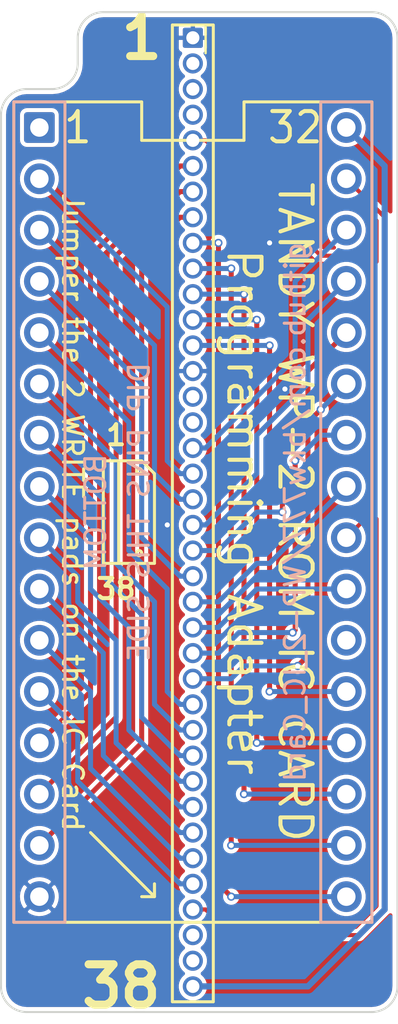
<source format=kicad_pcb>
(kicad_pcb (version 20171130) (host pcbnew 5.1.7-a382d34a8~87~ubuntu20.04.1)

  (general
    (thickness 1.6)
    (drawings 56)
    (tracks 164)
    (zones 0)
    (modules 2)
    (nets 31)
  )

  (page A4)
  (layers
    (0 F.Cu signal)
    (31 B.Cu signal)
    (32 B.Adhes user)
    (33 F.Adhes user)
    (34 B.Paste user)
    (35 F.Paste user)
    (36 B.SilkS user)
    (37 F.SilkS user)
    (38 B.Mask user)
    (39 F.Mask user)
    (40 Dwgs.User user hide)
    (41 Cmts.User user hide)
    (42 Eco1.User user hide)
    (43 Eco2.User user hide)
    (44 Edge.Cuts user)
    (45 Margin user hide)
    (46 B.CrtYd user hide)
    (47 F.CrtYd user hide)
    (48 B.Fab user hide)
    (49 F.Fab user hide)
  )

  (setup
    (last_trace_width 0.25)
    (user_trace_width 0.2032)
    (user_trace_width 0.3048)
    (trace_clearance 0.2)
    (zone_clearance 0.2)
    (zone_45_only no)
    (trace_min 0.2)
    (via_size 0.8)
    (via_drill 0.25)
    (via_min_size 0.4)
    (via_min_drill 0.25)
    (user_via 0.4064 0.254)
    (uvia_size 0.8)
    (uvia_drill 0.25)
    (uvias_allowed no)
    (uvia_min_size 0.4)
    (uvia_min_drill 0.25)
    (edge_width 0.1)
    (segment_width 0.2)
    (pcb_text_width 0.3)
    (pcb_text_size 1.5 1.5)
    (mod_edge_width 0.15)
    (mod_text_size 1 1)
    (mod_text_width 0.15)
    (pad_size 1.524 1.524)
    (pad_drill 0.762)
    (pad_to_mask_clearance 0)
    (aux_axis_origin 0 0)
    (grid_origin 152.4 101.6)
    (visible_elements FFFFFF7F)
    (pcbplotparams
      (layerselection 0x010fc_ffffffff)
      (usegerberextensions false)
      (usegerberattributes true)
      (usegerberadvancedattributes true)
      (creategerberjobfile true)
      (excludeedgelayer true)
      (linewidth 0.100000)
      (plotframeref false)
      (viasonmask false)
      (mode 1)
      (useauxorigin false)
      (hpglpennumber 1)
      (hpglpenspeed 20)
      (hpglpendiameter 15.000000)
      (psnegative false)
      (psa4output false)
      (plotreference true)
      (plotvalue true)
      (plotinvisibletext false)
      (padsonsilk false)
      (subtractmaskfromsilk false)
      (outputformat 1)
      (mirror false)
      (drillshape 0)
      (scaleselection 1)
      (outputdirectory "GERBER_WP-2_IC_CARD_v003_ROM_programming_adapter"))
  )

  (net 0 "")
  (net 1 GND)
  (net 2 /~OE)
  (net 3 /D0)
  (net 4 /D1)
  (net 5 /D2)
  (net 6 /D3)
  (net 7 /D4)
  (net 8 /D5)
  (net 9 /D6)
  (net 10 /D7)
  (net 11 /A17)
  (net 12 /A16)
  (net 13 /A15)
  (net 14 /A14)
  (net 15 /A13)
  (net 16 /A12)
  (net 17 /A11)
  (net 18 /A10)
  (net 19 /A9)
  (net 20 /A8)
  (net 21 /A7)
  (net 22 /A6)
  (net 23 /A5)
  (net 24 /A4)
  (net 25 /A3)
  (net 26 /A2)
  (net 27 /A1)
  (net 28 /A0)
  (net 29 /R~W)
  (net 30 /VDD)

  (net_class Default "This is the default net class."
    (clearance 0.2)
    (trace_width 0.25)
    (via_dia 0.8)
    (via_drill 0.25)
    (uvia_dia 0.8)
    (uvia_drill 0.25)
    (add_net /A0)
    (add_net /A1)
    (add_net /A10)
    (add_net /A11)
    (add_net /A12)
    (add_net /A13)
    (add_net /A14)
    (add_net /A15)
    (add_net /A16)
    (add_net /A17)
    (add_net /A2)
    (add_net /A3)
    (add_net /A4)
    (add_net /A5)
    (add_net /A6)
    (add_net /A7)
    (add_net /A8)
    (add_net /A9)
    (add_net /D0)
    (add_net /D1)
    (add_net /D2)
    (add_net /D3)
    (add_net /D4)
    (add_net /D5)
    (add_net /D6)
    (add_net /D7)
    (add_net /R~W)
    (add_net /VDD)
    (add_net /~OE)
    (add_net GND)
  )

  (module 0_LOCAL:2x16x600 (layer F.Cu) (tedit 5F8D2218) (tstamp 5F8D79D1)
    (at 152.4 101.6)
    (descr "32-lead dip package, row spacing 7.62 mm (300 mils)")
    (tags "DIL DIP PDIP 2.54mm 7.62mm 300mil")
    (path /5F97A8B8)
    (fp_text reference J2 (at -3.81 -19.05) (layer F.SilkS) hide
      (effects (font (size 1 1) (thickness 0.15)))
    )
    (fp_text value Conn_02x16_Counter_Clockwise (at 0 21.44) (layer F.Fab)
      (effects (font (size 1 1) (thickness 0.15)))
    )
    (fp_text user %R (at -3.81 0) (layer F.Fab)
      (effects (font (size 1 1) (thickness 0.15)))
    )
    (pad 1 thru_hole roundrect (at -7.62 -19.05) (size 1.524 1.524) (drill 0.9144) (layers *.Cu *.Mask) (roundrect_rratio 0.1))
    (pad 17 thru_hole circle (at 7.62 19.05) (size 1.524 1.524) (drill 0.9144) (layers *.Cu *.Mask)
      (net 6 /D3))
    (pad 2 thru_hole circle (at -7.62 -16.51) (size 1.524 1.524) (drill 0.9144) (layers *.Cu *.Mask)
      (net 12 /A16))
    (pad 18 thru_hole circle (at 7.62 16.51) (size 1.524 1.524) (drill 0.9144) (layers *.Cu *.Mask)
      (net 7 /D4))
    (pad 3 thru_hole circle (at -7.62 -13.97) (size 1.524 1.524) (drill 0.9144) (layers *.Cu *.Mask)
      (net 13 /A15))
    (pad 19 thru_hole circle (at 7.62 13.97) (size 1.524 1.524) (drill 0.9144) (layers *.Cu *.Mask)
      (net 8 /D5))
    (pad 4 thru_hole circle (at -7.62 -11.43) (size 1.524 1.524) (drill 0.9144) (layers *.Cu *.Mask)
      (net 16 /A12))
    (pad 20 thru_hole circle (at 7.62 11.43) (size 1.524 1.524) (drill 0.9144) (layers *.Cu *.Mask)
      (net 9 /D6))
    (pad 5 thru_hole circle (at -7.62 -8.89) (size 1.524 1.524) (drill 0.9144) (layers *.Cu *.Mask)
      (net 21 /A7))
    (pad 21 thru_hole circle (at 7.62 8.89) (size 1.524 1.524) (drill 0.9144) (layers *.Cu *.Mask)
      (net 10 /D7))
    (pad 6 thru_hole circle (at -7.62 -6.35) (size 1.524 1.524) (drill 0.9144) (layers *.Cu *.Mask)
      (net 22 /A6))
    (pad 22 thru_hole circle (at 7.62 6.35) (size 1.524 1.524) (drill 0.9144) (layers *.Cu *.Mask))
    (pad 7 thru_hole circle (at -7.62 -3.81) (size 1.524 1.524) (drill 0.9144) (layers *.Cu *.Mask)
      (net 23 /A5))
    (pad 23 thru_hole circle (at 7.62 3.81) (size 1.524 1.524) (drill 0.9144) (layers *.Cu *.Mask)
      (net 18 /A10))
    (pad 8 thru_hole circle (at -7.62 -1.27) (size 1.524 1.524) (drill 0.9144) (layers *.Cu *.Mask)
      (net 24 /A4))
    (pad 24 thru_hole circle (at 7.62 1.27) (size 1.524 1.524) (drill 0.9144) (layers *.Cu *.Mask)
      (net 2 /~OE))
    (pad 9 thru_hole circle (at -7.62 1.27) (size 1.524 1.524) (drill 0.9144) (layers *.Cu *.Mask)
      (net 25 /A3))
    (pad 25 thru_hole circle (at 7.62 -1.27) (size 1.524 1.524) (drill 0.9144) (layers *.Cu *.Mask)
      (net 17 /A11))
    (pad 10 thru_hole circle (at -7.62 3.81) (size 1.524 1.524) (drill 0.9144) (layers *.Cu *.Mask)
      (net 26 /A2))
    (pad 26 thru_hole circle (at 7.62 -3.81) (size 1.524 1.524) (drill 0.9144) (layers *.Cu *.Mask)
      (net 19 /A9))
    (pad 11 thru_hole circle (at -7.62 6.35) (size 1.524 1.524) (drill 0.9144) (layers *.Cu *.Mask)
      (net 27 /A1))
    (pad 27 thru_hole circle (at 7.62 -6.35) (size 1.524 1.524) (drill 0.9144) (layers *.Cu *.Mask)
      (net 20 /A8))
    (pad 12 thru_hole circle (at -7.62 8.89) (size 1.524 1.524) (drill 0.9144) (layers *.Cu *.Mask)
      (net 28 /A0))
    (pad 28 thru_hole circle (at 7.62 -8.89) (size 1.524 1.524) (drill 0.9144) (layers *.Cu *.Mask)
      (net 15 /A13))
    (pad 13 thru_hole circle (at -7.62 11.43) (size 1.524 1.524) (drill 0.9144) (layers *.Cu *.Mask)
      (net 3 /D0))
    (pad 29 thru_hole circle (at 7.62 -11.43) (size 1.524 1.524) (drill 0.9144) (layers *.Cu *.Mask)
      (net 14 /A14))
    (pad 14 thru_hole circle (at -7.62 13.97) (size 1.524 1.524) (drill 0.9144) (layers *.Cu *.Mask)
      (net 4 /D1))
    (pad 30 thru_hole circle (at 7.62 -13.97) (size 1.524 1.524) (drill 0.9144) (layers *.Cu *.Mask)
      (net 11 /A17))
    (pad 15 thru_hole circle (at -7.62 16.51) (size 1.524 1.524) (drill 0.9144) (layers *.Cu *.Mask)
      (net 5 /D2))
    (pad 31 thru_hole circle (at 7.62 -16.51) (size 1.524 1.524) (drill 0.9144) (layers *.Cu *.Mask)
      (net 29 /R~W))
    (pad 16 thru_hole circle (at -7.62 19.05) (size 1.524 1.524) (drill 0.9144) (layers *.Cu *.Mask)
      (net 1 GND))
    (pad 32 thru_hole circle (at 7.62 -19.05) (size 1.524 1.524) (drill 0.9144) (layers *.Cu *.Mask)
      (net 30 /VDD))
    (model ${KIPRJMOD}/3d/PinHeader_1x16_P2.54mm_Vertical.step
      (offset (xyz 7.62 19.05 -1.7272))
      (scale (xyz 1 1 1))
      (rotate (xyz 0 180 0))
    )
    (model ${KIPRJMOD}/3d/PinHeader_1x16_P2.54mm_Vertical.step
      (offset (xyz -7.62 19.05 -1.7272))
      (scale (xyz 1 1 1))
      (rotate (xyz 0 -180 0))
    )
  )

  (module 0_LOCAL:Pin_Header_Straight_1x38_Pitch1.27mm (layer F.Cu) (tedit 5F8D19BD) (tstamp 5F8D6560)
    (at 152.4 100.33)
    (descr "Through hole straight pin header, 1x38, 1.27mm pitch, single row")
    (tags "Through hole pin header THT 1x38 1.27mm single row")
    (path /5F6EF0A3)
    (fp_text reference J1 (at -2 0) (layer F.SilkS) hide
      (effects (font (size 1 1) (thickness 0.15)))
    )
    (fp_text value Conn_01x38_Male (at 0 48.685) (layer F.Fab)
      (effects (font (size 1 1) (thickness 0.15)))
    )
    (fp_line (start 0.635 -22.86) (end 0.635 -21.465) (layer F.SilkS) (width 0.12))
    (fp_line (start -0.635 -22.86) (end 0.635 -22.86) (layer F.SilkS) (width 0.12))
    (fp_text user %R (at 0 23.495 90) (layer F.Fab)
      (effects (font (size 1 1) (thickness 0.15)))
    )
    (pad 1 thru_hole roundrect (at 0 -22.225) (size 1 1) (drill 0.65) (layers *.Cu *.Mask) (roundrect_rratio 0.1)
      (net 1 GND))
    (pad 2 thru_hole oval (at 0 -20.955) (size 1 1) (drill 0.65) (layers *.Cu *.Mask))
    (pad 3 thru_hole oval (at 0 -19.685) (size 1 1) (drill 0.65) (layers *.Cu *.Mask))
    (pad 4 thru_hole oval (at 0 -18.415) (size 1 1) (drill 0.65) (layers *.Cu *.Mask))
    (pad 5 thru_hole oval (at 0 -17.145) (size 1 1) (drill 0.65) (layers *.Cu *.Mask)
      (net 2 /~OE))
    (pad 6 thru_hole oval (at 0 -15.875) (size 1 1) (drill 0.65) (layers *.Cu *.Mask)
      (net 3 /D0))
    (pad 7 thru_hole oval (at 0 -14.605) (size 1 1) (drill 0.65) (layers *.Cu *.Mask)
      (net 4 /D1))
    (pad 8 thru_hole oval (at 0 -13.335) (size 1 1) (drill 0.65) (layers *.Cu *.Mask)
      (net 5 /D2))
    (pad 9 thru_hole oval (at 0 -12.065) (size 1 1) (drill 0.65) (layers *.Cu *.Mask)
      (net 6 /D3))
    (pad 10 thru_hole oval (at 0 -10.795) (size 1 1) (drill 0.65) (layers *.Cu *.Mask)
      (net 7 /D4))
    (pad 11 thru_hole oval (at 0 -9.525) (size 1 1) (drill 0.65) (layers *.Cu *.Mask)
      (net 8 /D5))
    (pad 12 thru_hole oval (at 0 -8.255) (size 1 1) (drill 0.65) (layers *.Cu *.Mask)
      (net 9 /D6))
    (pad 13 thru_hole oval (at 0 -6.985) (size 1 1) (drill 0.65) (layers *.Cu *.Mask)
      (net 10 /D7))
    (pad 14 thru_hole oval (at 0 -5.715) (size 1 1) (drill 0.65) (layers *.Cu *.Mask)
      (net 1 GND))
    (pad 15 thru_hole oval (at 0 -4.445) (size 1 1) (drill 0.65) (layers *.Cu *.Mask))
    (pad 16 thru_hole oval (at 0 -3.175) (size 1 1) (drill 0.65) (layers *.Cu *.Mask))
    (pad 17 thru_hole oval (at 0 -1.905) (size 1 1) (drill 0.65) (layers *.Cu *.Mask)
      (net 11 /A17))
    (pad 18 thru_hole oval (at 0 -0.635) (size 1 1) (drill 0.65) (layers *.Cu *.Mask)
      (net 12 /A16))
    (pad 19 thru_hole oval (at 0 0.635) (size 1 1) (drill 0.65) (layers *.Cu *.Mask)
      (net 13 /A15))
    (pad 20 thru_hole oval (at 0 1.905) (size 1 1) (drill 0.65) (layers *.Cu *.Mask)
      (net 14 /A14))
    (pad 21 thru_hole oval (at 0 3.175) (size 1 1) (drill 0.65) (layers *.Cu *.Mask)
      (net 15 /A13))
    (pad 22 thru_hole oval (at 0 4.445) (size 1 1) (drill 0.65) (layers *.Cu *.Mask)
      (net 16 /A12))
    (pad 23 thru_hole oval (at 0 5.715) (size 1 1) (drill 0.65) (layers *.Cu *.Mask)
      (net 17 /A11))
    (pad 24 thru_hole oval (at 0 6.985) (size 1 1) (drill 0.65) (layers *.Cu *.Mask)
      (net 18 /A10))
    (pad 25 thru_hole oval (at 0 8.255) (size 1 1) (drill 0.65) (layers *.Cu *.Mask)
      (net 19 /A9))
    (pad 26 thru_hole oval (at 0 9.525) (size 1 1) (drill 0.65) (layers *.Cu *.Mask)
      (net 20 /A8))
    (pad 27 thru_hole oval (at 0 10.795) (size 1 1) (drill 0.65) (layers *.Cu *.Mask)
      (net 21 /A7))
    (pad 28 thru_hole oval (at 0 12.065) (size 1 1) (drill 0.65) (layers *.Cu *.Mask)
      (net 22 /A6))
    (pad 29 thru_hole oval (at 0 13.335) (size 1 1) (drill 0.65) (layers *.Cu *.Mask)
      (net 23 /A5))
    (pad 30 thru_hole oval (at 0 14.605) (size 1 1) (drill 0.65) (layers *.Cu *.Mask)
      (net 24 /A4))
    (pad 31 thru_hole oval (at 0 15.875) (size 1 1) (drill 0.65) (layers *.Cu *.Mask)
      (net 25 /A3))
    (pad 32 thru_hole oval (at 0 17.145) (size 1 1) (drill 0.65) (layers *.Cu *.Mask)
      (net 26 /A2))
    (pad 33 thru_hole oval (at 0 18.415) (size 1 1) (drill 0.65) (layers *.Cu *.Mask)
      (net 27 /A1))
    (pad 34 thru_hole oval (at 0 19.685) (size 1 1) (drill 0.65) (layers *.Cu *.Mask)
      (net 28 /A0))
    (pad 35 thru_hole oval (at 0 20.955) (size 1 1) (drill 0.65) (layers *.Cu *.Mask)
      (net 29 /R~W))
    (pad 36 thru_hole oval (at 0 22.225) (size 1 1) (drill 0.65) (layers *.Cu *.Mask))
    (pad 37 thru_hole oval (at 0 23.495) (size 1 1) (drill 0.65) (layers *.Cu *.Mask))
    (pad 38 thru_hole oval (at 0 24.765) (size 1 1) (drill 0.65) (layers *.Cu *.Mask)
      (net 30 /VDD))
    (model ${KIPRJMOD}/3d/PinHeader_1x38_P1.27mm_Vertical.step
      (offset (xyz 0 22.225 0))
      (scale (xyz 1 1 1))
      (rotate (xyz 0 0 0))
    )
  )

  (gr_text BOTTOM (at 147.574 101.6 90) (layer B.SilkS) (tstamp 5F8D78C7)
    (effects (font (size 1 1) (thickness 0.15)) (justify mirror))
  )
  (gr_line (start 151.384 77.47) (end 153.416 77.47) (layer F.SilkS) (width 0.15))
  (gr_line (start 151.384 125.857) (end 151.384 77.47) (layer F.SilkS) (width 0.15))
  (gr_line (start 153.416 125.857) (end 151.384 125.857) (layer F.SilkS) (width 0.15))
  (gr_line (start 153.416 77.47) (end 153.416 125.857) (layer F.SilkS) (width 0.15))
  (gr_text 32 (at 157.48 82.55) (layer F.SilkS) (tstamp 5F8D5FA6)
    (effects (font (size 1.5 1.4) (thickness 0.2)))
  )
  (gr_line (start 150.495 120.65) (end 149.86 120.65) (layer F.SilkS) (width 0.15))
  (gr_line (start 150.495 120.015) (end 150.495 120.65) (layer F.SilkS) (width 0.15) (tstamp 5F8D55FB))
  (gr_line (start 150.495 120.65) (end 150.495 120.015) (layer F.SilkS) (width 0.15))
  (gr_line (start 161.29 121.92) (end 161.29 81.28) (layer F.SilkS) (width 0.15))
  (gr_line (start 143.51 121.92) (end 161.29 121.92) (layer F.SilkS) (width 0.15))
  (gr_line (start 143.51 81.28) (end 143.51 121.92) (layer F.SilkS) (width 0.15))
  (gr_line (start 154.94 83.185) (end 154.94 81.28) (layer F.SilkS) (width 0.15) (tstamp 5F8D513D))
  (gr_line (start 149.86 83.185) (end 154.94 83.185) (layer F.SilkS) (width 0.15))
  (gr_line (start 149.86 81.28) (end 149.86 83.185) (layer F.SilkS) (width 0.15))
  (gr_line (start 154.94 81.28) (end 161.29 81.28) (layer F.SilkS) (width 0.15) (tstamp 5F8D513B))
  (gr_line (start 143.51 81.28) (end 149.86 81.28) (layer F.SilkS) (width 0.15))
  (gr_text 1 (at 146.685 82.55) (layer F.SilkS)
    (effects (font (size 1.5 1.4) (thickness 0.2)))
  )
  (gr_text github.com/bkw777/WP-2_IC_Card (at 157.48 101.6 90) (layer B.SilkS)
    (effects (font (size 1 1) (thickness 0.15)) (justify mirror))
  )
  (gr_text "TANDY WP-2 ROM IC CARD" (at 157.48 101.6 -90) (layer F.SilkS) (tstamp 5F8DA936)
    (effects (font (size 1.6 1.6) (thickness 0.2)))
  )
  (gr_line (start 147.32 117.475) (end 150.495 120.65) (layer F.SilkS) (width 0.15))
  (gr_text "Jumper the 2 WRITE pads on the IC Card" (at 146.431 101.6 -90) (layer F.SilkS)
    (effects (font (size 1 1) (thickness 0.15)))
  )
  (gr_text 38 (at 148.59 105.41) (layer F.SilkS) (tstamp 5F8D87D3)
    (effects (font (size 1 1) (thickness 0.2)))
  )
  (gr_text 1 (at 148.59 97.79) (layer F.SilkS) (tstamp 5F8D87D0)
    (effects (font (size 1 1) (thickness 0.2)))
  )
  (gr_text 38 (at 148.844 125.095) (layer F.SilkS)
    (effects (font (size 2 2) (thickness 0.4)))
  )
  (gr_text 1 (at 149.86 78.105) (layer F.SilkS)
    (effects (font (size 2 2) (thickness 0.4)))
  )
  (gr_circle (center 149.733 103.632) (end 149.733 103.759) (layer F.SilkS) (width 0.15) (tstamp 5F8D868E))
  (gr_circle (center 149.733 99.568) (end 149.733 99.695) (layer F.SilkS) (width 0.15))
  (gr_line (start 148.717 104.14) (end 148.717 99.06) (layer F.SilkS) (width 0.15))
  (gr_line (start 149.86 99.06) (end 147.955 99.06) (layer F.SilkS) (width 0.15))
  (gr_line (start 150.495 99.695) (end 149.86 99.06) (layer F.SilkS) (width 0.15))
  (gr_line (start 150.495 104.14) (end 150.495 99.695) (layer F.SilkS) (width 0.15))
  (gr_line (start 147.955 104.14) (end 150.495 104.14) (layer F.SilkS) (width 0.15))
  (gr_line (start 147.955 99.06) (end 147.955 104.14) (layer F.SilkS) (width 0.15))
  (gr_text "Programming Adapter" (at 154.94 101.6 -90) (layer F.SilkS)
    (effects (font (size 1.6 1.6) (thickness 0.2)))
  )
  (gr_text "DIP PINS THIS SIDE" (at 149.733 101.6 90) (layer B.SilkS)
    (effects (font (size 1 1) (thickness 0.15)) (justify mirror))
  )
  (gr_line (start 158.75 81.28) (end 161.29 81.28) (layer B.SilkS) (width 0.15) (tstamp 5F8D854A))
  (gr_line (start 158.75 121.92) (end 158.75 81.28) (layer B.SilkS) (width 0.15))
  (gr_line (start 161.29 121.92) (end 158.75 121.92) (layer B.SilkS) (width 0.15))
  (gr_line (start 161.29 81.28) (end 161.29 121.92) (layer B.SilkS) (width 0.15))
  (gr_line (start 143.51 81.28) (end 146.05 81.28) (layer B.SilkS) (width 0.15) (tstamp 5F8D8547))
  (gr_line (start 143.51 121.92) (end 143.51 81.28) (layer B.SilkS) (width 0.15))
  (gr_line (start 146.05 121.92) (end 143.51 121.92) (layer B.SilkS) (width 0.15))
  (gr_line (start 146.05 81.28) (end 146.05 121.92) (layer B.SilkS) (width 0.15))
  (gr_arc (start 161.29 125.095) (end 161.29 126.365) (angle -90) (layer Edge.Cuts) (width 0.1) (tstamp 5F8D7E8F))
  (gr_arc (start 144.145 125.095) (end 142.875 125.095) (angle -90) (layer Edge.Cuts) (width 0.1) (tstamp 5F8D7E82))
  (gr_arc (start 161.29 78.105) (end 162.56 78.105) (angle -90) (layer Edge.Cuts) (width 0.1) (tstamp 5F8D7E67))
  (gr_arc (start 147.955 78.105) (end 147.955 76.835) (angle -90) (layer Edge.Cuts) (width 0.1) (tstamp 5F8D7E5A))
  (gr_arc (start 145.415 79.375) (end 145.415 80.645) (angle -90) (layer Edge.Cuts) (width 0.1) (tstamp 5F8D7E4F))
  (gr_arc (start 144.145 81.915) (end 144.145 80.645) (angle -90) (layer Edge.Cuts) (width 0.1))
  (gr_line (start 146.685 79.375) (end 146.685 78.105) (layer Edge.Cuts) (width 0.1))
  (gr_line (start 144.145 80.645) (end 145.415 80.645) (layer Edge.Cuts) (width 0.1))
  (gr_line (start 161.29 76.835) (end 147.955 76.835) (layer Edge.Cuts) (width 0.1) (tstamp 5F8D7AE1))
  (gr_line (start 162.56 125.095) (end 162.56 78.105) (layer Edge.Cuts) (width 0.1))
  (gr_line (start 144.145 126.365) (end 161.29 126.365) (layer Edge.Cuts) (width 0.1))
  (gr_line (start 142.875 81.915) (end 142.875 125.095) (layer Edge.Cuts) (width 0.1))

  (via (at 156.21 88.265) (size 0.4064) (drill 0.254) (layers F.Cu B.Cu) (net 1))
  (via (at 156.972 95.504) (size 0.4064) (drill 0.254) (layers F.Cu B.Cu) (net 1))
  (via (at 151.13 102.235) (size 0.4064) (drill 0.254) (layers F.Cu B.Cu) (net 1))
  (segment (start 153.035 83.185) (end 152.4 83.185) (width 0.2032) (layer F.Cu) (net 2))
  (segment (start 158.75 88.9) (end 153.035 83.185) (width 0.2032) (layer F.Cu) (net 2))
  (segment (start 160.655 88.9) (end 158.75 88.9) (width 0.2032) (layer F.Cu) (net 2))
  (segment (start 161.29 89.535) (end 160.655 88.9) (width 0.2032) (layer F.Cu) (net 2))
  (segment (start 161.29 101.6) (end 161.29 89.535) (width 0.2032) (layer F.Cu) (net 2))
  (segment (start 160.02 102.87) (end 161.29 101.6) (width 0.2032) (layer F.Cu) (net 2))
  (segment (start 151.765 84.455) (end 152.4 84.455) (width 0.25) (layer F.Cu) (net 3))
  (segment (start 147.32 88.9) (end 151.765 84.455) (width 0.25) (layer F.Cu) (net 3))
  (segment (start 147.32 110.49) (end 147.32 88.9) (width 0.25) (layer F.Cu) (net 3))
  (segment (start 144.78 113.03) (end 147.32 110.49) (width 0.25) (layer F.Cu) (net 3))
  (segment (start 151.765 85.725) (end 152.4 85.725) (width 0.25) (layer F.Cu) (net 4))
  (segment (start 148.59 88.9) (end 151.765 85.725) (width 0.25) (layer F.Cu) (net 4))
  (segment (start 148.59 111.76) (end 148.59 88.9) (width 0.25) (layer F.Cu) (net 4))
  (segment (start 144.78 115.57) (end 148.59 111.76) (width 0.25) (layer F.Cu) (net 4))
  (segment (start 151.765 86.995) (end 152.4 86.995) (width 0.25) (layer F.Cu) (net 5))
  (segment (start 149.86 88.9) (end 151.765 86.995) (width 0.25) (layer F.Cu) (net 5))
  (segment (start 149.86 113.03) (end 149.86 88.9) (width 0.25) (layer F.Cu) (net 5))
  (segment (start 144.78 118.11) (end 149.86 113.03) (width 0.25) (layer F.Cu) (net 5))
  (segment (start 153.67 88.265) (end 153.67 88.265) (width 0.25) (layer F.Cu) (net 6) (tstamp 5F8D7830))
  (via (at 153.67 88.265) (size 0.4064) (drill 0.254) (layers F.Cu B.Cu) (net 6))
  (segment (start 152.4 88.265) (end 153.67 88.265) (width 0.25) (layer B.Cu) (net 6))
  (segment (start 154.305 120.65) (end 153.67 120.015) (width 0.25) (layer F.Cu) (net 6))
  (segment (start 153.67 120.015) (end 153.67 88.265) (width 0.25) (layer F.Cu) (net 6))
  (segment (start 160.02 120.65) (end 154.305 120.65) (width 0.25) (layer B.Cu) (net 6))
  (via (at 154.305 120.65) (size 0.4064) (drill 0.254) (layers F.Cu B.Cu) (net 6))
  (segment (start 160.02 118.11) (end 154.305 118.11) (width 0.25) (layer B.Cu) (net 7))
  (segment (start 154.305 118.11) (end 154.305 118.11) (width 0.25) (layer B.Cu) (net 7) (tstamp 5F8D7838))
  (via (at 154.305 118.11) (size 0.4064) (drill 0.254) (layers F.Cu B.Cu) (net 7))
  (segment (start 154.305 118.11) (end 154.305 89.535) (width 0.25) (layer F.Cu) (net 7))
  (segment (start 154.305 89.535) (end 154.305 89.535) (width 0.25) (layer F.Cu) (net 7) (tstamp 5F8D783C))
  (via (at 154.305 89.535) (size 0.4064) (drill 0.254) (layers F.Cu B.Cu) (net 7))
  (segment (start 152.4 89.535) (end 154.305 89.535) (width 0.25) (layer B.Cu) (net 7))
  (segment (start 160.02 115.57) (end 154.94 115.57) (width 0.25) (layer B.Cu) (net 8))
  (segment (start 154.94 115.57) (end 154.94 115.57) (width 0.25) (layer B.Cu) (net 8) (tstamp 5F8D7842))
  (via (at 154.94 115.57) (size 0.4064) (drill 0.254) (layers F.Cu B.Cu) (net 8))
  (segment (start 154.94 115.57) (end 154.94 90.805) (width 0.25) (layer F.Cu) (net 8))
  (segment (start 154.94 90.805) (end 154.94 90.805) (width 0.25) (layer F.Cu) (net 8) (tstamp 5F8D7846))
  (via (at 154.94 90.805) (size 0.4064) (drill 0.254) (layers F.Cu B.Cu) (net 8))
  (segment (start 152.4 90.805) (end 154.94 90.805) (width 0.25) (layer B.Cu) (net 8))
  (segment (start 160.02 113.03) (end 155.575 113.03) (width 0.25) (layer B.Cu) (net 9))
  (segment (start 155.575 113.03) (end 155.575 113.03) (width 0.25) (layer B.Cu) (net 9) (tstamp 5F8D784E))
  (via (at 155.575 113.03) (size 0.4064) (drill 0.254) (layers F.Cu B.Cu) (net 9))
  (segment (start 155.575 113.03) (end 155.575 92.075) (width 0.25) (layer F.Cu) (net 9))
  (segment (start 155.575 92.075) (end 155.575 92.075) (width 0.25) (layer F.Cu) (net 9) (tstamp 5F8D7852))
  (via (at 155.575 92.075) (size 0.4064) (drill 0.254) (layers F.Cu B.Cu) (net 9))
  (segment (start 152.4 92.075) (end 155.575 92.075) (width 0.25) (layer B.Cu) (net 9))
  (segment (start 160.02 110.49) (end 156.21 110.49) (width 0.25) (layer B.Cu) (net 10))
  (segment (start 156.21 110.49) (end 156.21 110.49) (width 0.25) (layer B.Cu) (net 10) (tstamp 5F8D7858))
  (via (at 156.21 110.49) (size 0.4064) (drill 0.254) (layers F.Cu B.Cu) (net 10))
  (segment (start 156.21 110.49) (end 156.21 93.345) (width 0.25) (layer F.Cu) (net 10))
  (segment (start 156.21 93.345) (end 156.21 93.345) (width 0.25) (layer F.Cu) (net 10) (tstamp 5F8D785C))
  (via (at 156.21 93.345) (size 0.4064) (drill 0.254) (layers F.Cu B.Cu) (net 10))
  (segment (start 152.4 93.345) (end 156.21 93.345) (width 0.25) (layer B.Cu) (net 10))
  (segment (start 157.48 90.17) (end 160.02 87.63) (width 0.25) (layer B.Cu) (net 11))
  (segment (start 157.48 93.98) (end 157.48 90.17) (width 0.25) (layer B.Cu) (net 11))
  (segment (start 153.035 98.425) (end 157.48 93.98) (width 0.25) (layer B.Cu) (net 11))
  (segment (start 152.4 98.425) (end 153.035 98.425) (width 0.25) (layer B.Cu) (net 11))
  (segment (start 151.13 99.06) (end 151.765 99.695) (width 0.25) (layer B.Cu) (net 12))
  (segment (start 151.765 99.695) (end 152.4 99.695) (width 0.25) (layer B.Cu) (net 12))
  (segment (start 151.13 91.44) (end 151.13 99.06) (width 0.25) (layer B.Cu) (net 12))
  (segment (start 144.78 85.09) (end 151.13 91.44) (width 0.25) (layer B.Cu) (net 12))
  (segment (start 151.765 100.965) (end 152.4 100.965) (width 0.25) (layer B.Cu) (net 13))
  (segment (start 150.495 99.695) (end 151.765 100.965) (width 0.25) (layer B.Cu) (net 13))
  (segment (start 150.495 93.345) (end 150.495 99.695) (width 0.25) (layer B.Cu) (net 13))
  (segment (start 144.78 87.63) (end 150.495 93.345) (width 0.25) (layer B.Cu) (net 13))
  (segment (start 158.115 92.075) (end 160.02 90.17) (width 0.25) (layer B.Cu) (net 14))
  (segment (start 158.115 95.25) (end 158.115 92.075) (width 0.25) (layer B.Cu) (net 14))
  (segment (start 155.575 97.79) (end 158.115 95.25) (width 0.25) (layer B.Cu) (net 14))
  (segment (start 155.575 99.695) (end 155.575 97.79) (width 0.25) (layer B.Cu) (net 14))
  (segment (start 153.035 102.235) (end 155.575 99.695) (width 0.25) (layer B.Cu) (net 14))
  (segment (start 152.4 102.235) (end 153.035 102.235) (width 0.25) (layer B.Cu) (net 14))
  (via (at 156.845 101.6) (size 0.4064) (drill 0.254) (layers F.Cu B.Cu) (net 15))
  (segment (start 155.575 101.6) (end 156.845 101.6) (width 0.25) (layer B.Cu) (net 15))
  (segment (start 153.67 103.505) (end 155.575 101.6) (width 0.25) (layer B.Cu) (net 15))
  (segment (start 152.4 103.505) (end 153.67 103.505) (width 0.25) (layer B.Cu) (net 15))
  (segment (start 158.115 95.885) (end 158.115 94.615) (width 0.25) (layer F.Cu) (net 15))
  (segment (start 158.115 94.615) (end 160.02 92.71) (width 0.25) (layer F.Cu) (net 15))
  (segment (start 156.845 97.155) (end 158.115 95.885) (width 0.25) (layer F.Cu) (net 15))
  (segment (start 156.845 101.6) (end 156.845 97.155) (width 0.25) (layer F.Cu) (net 15))
  (segment (start 151.765 104.775) (end 152.4 104.775) (width 0.25) (layer B.Cu) (net 16))
  (segment (start 149.86 102.87) (end 151.765 104.775) (width 0.25) (layer B.Cu) (net 16))
  (segment (start 149.86 95.25) (end 149.86 102.87) (width 0.25) (layer B.Cu) (net 16))
  (segment (start 144.78 90.17) (end 149.86 95.25) (width 0.25) (layer B.Cu) (net 16))
  (segment (start 158.115 102.235) (end 160.02 100.33) (width 0.25) (layer B.Cu) (net 17))
  (segment (start 156.21 104.14) (end 158.115 102.235) (width 0.25) (layer B.Cu) (net 17))
  (segment (start 155.575 104.14) (end 156.21 104.14) (width 0.25) (layer B.Cu) (net 17))
  (segment (start 153.67 106.045) (end 155.575 104.14) (width 0.25) (layer B.Cu) (net 17))
  (segment (start 152.4 106.045) (end 153.67 106.045) (width 0.25) (layer B.Cu) (net 17))
  (segment (start 155.575 105.41) (end 160.02 105.41) (width 0.25) (layer B.Cu) (net 18))
  (segment (start 153.67 107.315) (end 155.575 105.41) (width 0.25) (layer B.Cu) (net 18))
  (segment (start 152.4 107.315) (end 153.67 107.315) (width 0.25) (layer B.Cu) (net 18))
  (via (at 157.48 99.06) (size 0.4064) (drill 0.254) (layers F.Cu B.Cu) (net 19))
  (segment (start 158.75 97.79) (end 160.02 97.79) (width 0.25) (layer B.Cu) (net 19))
  (segment (start 157.48 99.06) (end 158.75 97.79) (width 0.25) (layer B.Cu) (net 19))
  (segment (start 153.67 108.585) (end 152.4 108.585) (width 0.25) (layer B.Cu) (net 19))
  (segment (start 154.686 107.569) (end 153.67 108.585) (width 0.25) (layer B.Cu) (net 19))
  (segment (start 157.353 107.569) (end 154.686 107.569) (width 0.25) (layer B.Cu) (net 19))
  (segment (start 157.48 107.442) (end 157.48 99.06) (width 0.25) (layer F.Cu) (net 19))
  (segment (start 157.353 107.569) (end 157.48 107.442) (width 0.25) (layer F.Cu) (net 19))
  (via (at 157.353 107.569) (size 0.4064) (drill 0.254) (layers F.Cu B.Cu) (net 19))
  (segment (start 158.75 96.52) (end 160.02 95.25) (width 0.25) (layer B.Cu) (net 20))
  (via (at 158.75 96.52) (size 0.4064) (drill 0.254) (layers F.Cu B.Cu) (net 20))
  (segment (start 158.115 97.155) (end 158.75 96.52) (width 0.25) (layer F.Cu) (net 20))
  (segment (start 158.115 108.712) (end 158.115 97.155) (width 0.25) (layer F.Cu) (net 20))
  (segment (start 154.305 109.855) (end 152.4 109.855) (width 0.25) (layer B.Cu) (net 20))
  (segment (start 154.94 109.22) (end 154.305 109.855) (width 0.25) (layer B.Cu) (net 20))
  (segment (start 157.607 109.22) (end 158.115 108.712) (width 0.25) (layer F.Cu) (net 20))
  (segment (start 157.607 109.22) (end 154.94 109.22) (width 0.25) (layer B.Cu) (net 20))
  (via (at 157.607 109.22) (size 0.4064) (drill 0.254) (layers F.Cu B.Cu) (net 20))
  (segment (start 151.13 110.49) (end 151.765 111.125) (width 0.25) (layer B.Cu) (net 21))
  (segment (start 151.13 105.41) (end 151.13 110.49) (width 0.25) (layer B.Cu) (net 21))
  (segment (start 149.225 103.505) (end 151.13 105.41) (width 0.25) (layer B.Cu) (net 21))
  (segment (start 149.225 97.155) (end 149.225 103.505) (width 0.25) (layer B.Cu) (net 21))
  (segment (start 151.765 111.125) (end 152.4 111.125) (width 0.25) (layer B.Cu) (net 21))
  (segment (start 144.78 92.71) (end 149.225 97.155) (width 0.25) (layer B.Cu) (net 21))
  (segment (start 150.495 111.125) (end 151.765 112.395) (width 0.25) (layer B.Cu) (net 22))
  (segment (start 151.765 112.395) (end 152.4 112.395) (width 0.25) (layer B.Cu) (net 22))
  (segment (start 150.495 106.045) (end 150.495 111.125) (width 0.25) (layer B.Cu) (net 22))
  (segment (start 148.59 104.14) (end 150.495 106.045) (width 0.25) (layer B.Cu) (net 22))
  (segment (start 148.59 99.06) (end 148.59 104.14) (width 0.25) (layer B.Cu) (net 22))
  (segment (start 144.78 95.25) (end 148.59 99.06) (width 0.25) (layer B.Cu) (net 22))
  (segment (start 151.765 113.665) (end 152.4 113.665) (width 0.25) (layer B.Cu) (net 23))
  (segment (start 149.86 111.76) (end 151.765 113.665) (width 0.25) (layer B.Cu) (net 23))
  (segment (start 149.86 106.68) (end 149.86 111.76) (width 0.25) (layer B.Cu) (net 23))
  (segment (start 147.955 104.775) (end 149.86 106.68) (width 0.25) (layer B.Cu) (net 23))
  (segment (start 147.955 100.965) (end 147.955 104.775) (width 0.25) (layer B.Cu) (net 23))
  (segment (start 144.78 97.79) (end 147.955 100.965) (width 0.25) (layer B.Cu) (net 23))
  (segment (start 151.765 114.935) (end 152.4 114.935) (width 0.25) (layer B.Cu) (net 24))
  (segment (start 149.225 112.395) (end 151.765 114.935) (width 0.25) (layer B.Cu) (net 24))
  (segment (start 149.225 107.315) (end 149.225 112.395) (width 0.25) (layer B.Cu) (net 24))
  (segment (start 147.32 105.41) (end 149.225 107.315) (width 0.25) (layer B.Cu) (net 24))
  (segment (start 147.32 102.87) (end 147.32 105.41) (width 0.25) (layer B.Cu) (net 24))
  (segment (start 144.78 100.33) (end 147.32 102.87) (width 0.25) (layer B.Cu) (net 24))
  (segment (start 151.765 116.205) (end 152.4 116.205) (width 0.25) (layer B.Cu) (net 25))
  (segment (start 148.59 113.03) (end 151.765 116.205) (width 0.25) (layer B.Cu) (net 25))
  (segment (start 146.685 106.045) (end 148.59 107.95) (width 0.25) (layer B.Cu) (net 25))
  (segment (start 146.685 104.775) (end 146.685 106.045) (width 0.25) (layer B.Cu) (net 25))
  (segment (start 148.59 107.95) (end 148.59 113.03) (width 0.25) (layer B.Cu) (net 25))
  (segment (start 144.78 102.87) (end 146.685 104.775) (width 0.25) (layer B.Cu) (net 25))
  (segment (start 151.765 117.475) (end 152.4 117.475) (width 0.25) (layer B.Cu) (net 26))
  (segment (start 147.955 113.665) (end 151.765 117.475) (width 0.25) (layer B.Cu) (net 26))
  (segment (start 147.955 108.585) (end 147.955 113.665) (width 0.25) (layer B.Cu) (net 26))
  (segment (start 144.78 105.41) (end 147.955 108.585) (width 0.25) (layer B.Cu) (net 26))
  (segment (start 151.765 118.745) (end 152.4 118.745) (width 0.25) (layer B.Cu) (net 27))
  (segment (start 147.32 114.3) (end 151.765 118.745) (width 0.25) (layer B.Cu) (net 27))
  (segment (start 147.32 110.49) (end 147.32 114.3) (width 0.25) (layer B.Cu) (net 27))
  (segment (start 144.78 107.95) (end 147.32 110.49) (width 0.25) (layer B.Cu) (net 27))
  (segment (start 151.765 120.015) (end 152.4 120.015) (width 0.25) (layer B.Cu) (net 28))
  (segment (start 146.685 114.935) (end 151.765 120.015) (width 0.25) (layer B.Cu) (net 28))
  (segment (start 146.685 112.395) (end 146.685 114.935) (width 0.25) (layer B.Cu) (net 28))
  (segment (start 144.78 110.49) (end 146.685 112.395) (width 0.25) (layer B.Cu) (net 28))
  (segment (start 153.035 121.285) (end 152.4 121.285) (width 0.2032) (layer F.Cu) (net 29))
  (segment (start 160.655 122.555) (end 154.305 122.555) (width 0.2032) (layer F.Cu) (net 29))
  (segment (start 161.925 121.285) (end 160.655 122.555) (width 0.2032) (layer F.Cu) (net 29))
  (segment (start 161.925 86.995) (end 161.925 121.285) (width 0.2032) (layer F.Cu) (net 29))
  (segment (start 154.305 122.555) (end 153.035 121.285) (width 0.2032) (layer F.Cu) (net 29))
  (segment (start 160.02 85.09) (end 161.925 86.995) (width 0.2032) (layer F.Cu) (net 29))
  (segment (start 152.4 125.095) (end 158.115 125.095) (width 0.3048) (layer B.Cu) (net 30))
  (segment (start 158.115 125.095) (end 161.925 121.285) (width 0.3048) (layer B.Cu) (net 30))
  (segment (start 161.925 84.455) (end 160.02 82.55) (width 0.3048) (layer B.Cu) (net 30))
  (segment (start 161.925 121.285) (end 161.925 84.455) (width 0.3048) (layer B.Cu) (net 30))

  (zone (net 1) (net_name GND) (layer F.Cu) (tstamp 5F8D6568) (hatch edge 0.508)
    (connect_pads (clearance 0.2))
    (min_thickness 0.2)
    (fill yes (arc_segments 32) (thermal_gap 0.2) (thermal_bridge_width 0.21) (smoothing fillet) (radius 0.2))
    (polygon
      (pts
        (xy 162.56 126.365) (xy 142.875 126.365) (xy 142.875 76.835) (xy 162.56 76.835)
      )
    )
    (filled_polygon
      (pts
        (xy 161.468369 77.204168) (xy 161.639947 77.255971) (xy 161.798192 77.340111) (xy 161.937081 77.453386) (xy 162.051324 77.591482)
        (xy 162.136567 77.749135) (xy 162.189565 77.920344) (xy 162.210001 78.114783) (xy 162.210001 86.709367) (xy 162.195025 86.697077)
        (xy 160.999168 85.501221) (xy 161.041188 85.399774) (xy 161.082 85.194598) (xy 161.082 84.985402) (xy 161.041188 84.780226)
        (xy 160.961133 84.586954) (xy 160.84491 84.413014) (xy 160.696986 84.26509) (xy 160.523046 84.148867) (xy 160.329774 84.068812)
        (xy 160.124598 84.028) (xy 159.915402 84.028) (xy 159.710226 84.068812) (xy 159.516954 84.148867) (xy 159.343014 84.26509)
        (xy 159.19509 84.413014) (xy 159.078867 84.586954) (xy 158.998812 84.780226) (xy 158.958 84.985402) (xy 158.958 85.194598)
        (xy 158.998812 85.399774) (xy 159.078867 85.593046) (xy 159.19509 85.766986) (xy 159.343014 85.91491) (xy 159.516954 86.031133)
        (xy 159.710226 86.111188) (xy 159.915402 86.152) (xy 160.124598 86.152) (xy 160.329774 86.111188) (xy 160.431221 86.069168)
        (xy 161.5234 87.161348) (xy 161.5234 89.200452) (xy 160.952929 88.629982) (xy 160.940348 88.614652) (xy 160.879196 88.564466)
        (xy 160.809429 88.527175) (xy 160.733727 88.504211) (xy 160.674727 88.4984) (xy 160.674725 88.4984) (xy 160.655 88.496457)
        (xy 160.635275 88.4984) (xy 160.631899 88.4984) (xy 160.696986 88.45491) (xy 160.84491 88.306986) (xy 160.961133 88.133046)
        (xy 161.041188 87.939774) (xy 161.082 87.734598) (xy 161.082 87.525402) (xy 161.041188 87.320226) (xy 160.961133 87.126954)
        (xy 160.84491 86.953014) (xy 160.696986 86.80509) (xy 160.523046 86.688867) (xy 160.329774 86.608812) (xy 160.124598 86.568)
        (xy 159.915402 86.568) (xy 159.710226 86.608812) (xy 159.516954 86.688867) (xy 159.343014 86.80509) (xy 159.19509 86.953014)
        (xy 159.078867 87.126954) (xy 158.998812 87.320226) (xy 158.958 87.525402) (xy 158.958 87.734598) (xy 158.998812 87.939774)
        (xy 159.078867 88.133046) (xy 159.19509 88.306986) (xy 159.343014 88.45491) (xy 159.408101 88.4984) (xy 158.916348 88.4984)
        (xy 153.332929 82.914982) (xy 153.320348 82.899652) (xy 153.259196 82.849466) (xy 153.189429 82.812175) (xy 153.113727 82.789211)
        (xy 153.096565 82.787521) (xy 153.021401 82.67503) (xy 152.90997 82.563599) (xy 152.889618 82.55) (xy 152.90997 82.536401)
        (xy 153.000969 82.445402) (xy 158.958 82.445402) (xy 158.958 82.654598) (xy 158.998812 82.859774) (xy 159.078867 83.053046)
        (xy 159.19509 83.226986) (xy 159.343014 83.37491) (xy 159.516954 83.491133) (xy 159.710226 83.571188) (xy 159.915402 83.612)
        (xy 160.124598 83.612) (xy 160.329774 83.571188) (xy 160.523046 83.491133) (xy 160.696986 83.37491) (xy 160.84491 83.226986)
        (xy 160.961133 83.053046) (xy 161.041188 82.859774) (xy 161.082 82.654598) (xy 161.082 82.445402) (xy 161.041188 82.240226)
        (xy 160.961133 82.046954) (xy 160.84491 81.873014) (xy 160.696986 81.72509) (xy 160.523046 81.608867) (xy 160.329774 81.528812)
        (xy 160.124598 81.488) (xy 159.915402 81.488) (xy 159.710226 81.528812) (xy 159.516954 81.608867) (xy 159.343014 81.72509)
        (xy 159.19509 81.873014) (xy 159.078867 82.046954) (xy 158.998812 82.240226) (xy 158.958 82.445402) (xy 153.000969 82.445402)
        (xy 153.021401 82.42497) (xy 153.108951 82.293942) (xy 153.169257 82.148351) (xy 153.2 81.993793) (xy 153.2 81.836207)
        (xy 153.169257 81.681649) (xy 153.108951 81.536058) (xy 153.021401 81.40503) (xy 152.90997 81.293599) (xy 152.889618 81.28)
        (xy 152.90997 81.266401) (xy 153.021401 81.15497) (xy 153.108951 81.023942) (xy 153.169257 80.878351) (xy 153.2 80.723793)
        (xy 153.2 80.566207) (xy 153.169257 80.411649) (xy 153.108951 80.266058) (xy 153.021401 80.13503) (xy 152.90997 80.023599)
        (xy 152.889618 80.01) (xy 152.90997 79.996401) (xy 153.021401 79.88497) (xy 153.108951 79.753942) (xy 153.169257 79.608351)
        (xy 153.2 79.453793) (xy 153.2 79.296207) (xy 153.169257 79.141649) (xy 153.108951 78.996058) (xy 153.028907 78.876264)
        (xy 153.067478 78.855648) (xy 153.113159 78.818159) (xy 153.150648 78.772478) (xy 153.178505 78.720361) (xy 153.19566 78.66381)
        (xy 153.201452 78.605) (xy 153.2 78.185) (xy 153.125 78.11) (xy 152.405 78.11) (xy 152.405 78.13)
        (xy 152.395 78.13) (xy 152.395 78.11) (xy 151.675 78.11) (xy 151.6 78.185) (xy 151.598548 78.605)
        (xy 151.60434 78.66381) (xy 151.621495 78.720361) (xy 151.649352 78.772478) (xy 151.686841 78.818159) (xy 151.732522 78.855648)
        (xy 151.771093 78.876264) (xy 151.691049 78.996058) (xy 151.630743 79.141649) (xy 151.6 79.296207) (xy 151.6 79.453793)
        (xy 151.630743 79.608351) (xy 151.691049 79.753942) (xy 151.778599 79.88497) (xy 151.89003 79.996401) (xy 151.910382 80.01)
        (xy 151.89003 80.023599) (xy 151.778599 80.13503) (xy 151.691049 80.266058) (xy 151.630743 80.411649) (xy 151.6 80.566207)
        (xy 151.6 80.723793) (xy 151.630743 80.878351) (xy 151.691049 81.023942) (xy 151.778599 81.15497) (xy 151.89003 81.266401)
        (xy 151.910382 81.28) (xy 151.89003 81.293599) (xy 151.778599 81.40503) (xy 151.691049 81.536058) (xy 151.630743 81.681649)
        (xy 151.6 81.836207) (xy 151.6 81.993793) (xy 151.630743 82.148351) (xy 151.691049 82.293942) (xy 151.778599 82.42497)
        (xy 151.89003 82.536401) (xy 151.910382 82.55) (xy 151.89003 82.563599) (xy 151.778599 82.67503) (xy 151.691049 82.806058)
        (xy 151.630743 82.951649) (xy 151.6 83.106207) (xy 151.6 83.263793) (xy 151.630743 83.418351) (xy 151.691049 83.563942)
        (xy 151.778599 83.69497) (xy 151.89003 83.806401) (xy 151.910382 83.82) (xy 151.89003 83.833599) (xy 151.778599 83.94503)
        (xy 151.720253 84.032351) (xy 151.690098 84.035321) (xy 151.681685 84.03615) (xy 151.657383 84.043522) (xy 151.601573 84.060452)
        (xy 151.52774 84.099916) (xy 151.463026 84.153026) (xy 151.449721 84.169238) (xy 147.034239 88.584721) (xy 147.018027 88.598026)
        (xy 146.964917 88.66274) (xy 146.939159 88.71093) (xy 146.925453 88.736573) (xy 146.90115 88.816686) (xy 146.892945 88.9)
        (xy 146.895001 88.920877) (xy 146.895 110.313959) (xy 145.16782 112.041139) (xy 145.089774 112.008812) (xy 144.884598 111.968)
        (xy 144.675402 111.968) (xy 144.470226 112.008812) (xy 144.276954 112.088867) (xy 144.103014 112.20509) (xy 143.95509 112.353014)
        (xy 143.838867 112.526954) (xy 143.758812 112.720226) (xy 143.718 112.925402) (xy 143.718 113.134598) (xy 143.758812 113.339774)
        (xy 143.838867 113.533046) (xy 143.95509 113.706986) (xy 144.103014 113.85491) (xy 144.276954 113.971133) (xy 144.470226 114.051188)
        (xy 144.675402 114.092) (xy 144.884598 114.092) (xy 145.089774 114.051188) (xy 145.283046 113.971133) (xy 145.456986 113.85491)
        (xy 145.60491 113.706986) (xy 145.721133 113.533046) (xy 145.801188 113.339774) (xy 145.842 113.134598) (xy 145.842 112.925402)
        (xy 145.801188 112.720226) (xy 145.768861 112.64218) (xy 147.605763 110.805278) (xy 147.621974 110.791974) (xy 147.675084 110.72726)
        (xy 147.714548 110.653427) (xy 147.73885 110.573314) (xy 147.745 110.510874) (xy 147.745 110.510868) (xy 147.747055 110.490001)
        (xy 147.745 110.469134) (xy 147.745 89.07604) (xy 151.817335 85.003706) (xy 151.89003 85.076401) (xy 151.910382 85.09)
        (xy 151.89003 85.103599) (xy 151.778599 85.21503) (xy 151.720253 85.302351) (xy 151.690098 85.305321) (xy 151.681685 85.30615)
        (xy 151.657383 85.313522) (xy 151.601573 85.330452) (xy 151.52774 85.369916) (xy 151.463026 85.423026) (xy 151.449721 85.439238)
        (xy 148.304239 88.584721) (xy 148.288027 88.598026) (xy 148.234917 88.66274) (xy 148.209159 88.71093) (xy 148.195453 88.736573)
        (xy 148.17115 88.816686) (xy 148.162945 88.9) (xy 148.165001 88.920877) (xy 148.165 111.583959) (xy 145.16782 114.581139)
        (xy 145.089774 114.548812) (xy 144.884598 114.508) (xy 144.675402 114.508) (xy 144.470226 114.548812) (xy 144.276954 114.628867)
        (xy 144.103014 114.74509) (xy 143.95509 114.893014) (xy 143.838867 115.066954) (xy 143.758812 115.260226) (xy 143.718 115.465402)
        (xy 143.718 115.674598) (xy 143.758812 115.879774) (xy 143.838867 116.073046) (xy 143.95509 116.246986) (xy 144.103014 116.39491)
        (xy 144.276954 116.511133) (xy 144.470226 116.591188) (xy 144.675402 116.632) (xy 144.884598 116.632) (xy 145.089774 116.591188)
        (xy 145.283046 116.511133) (xy 145.456986 116.39491) (xy 145.60491 116.246986) (xy 145.721133 116.073046) (xy 145.801188 115.879774)
        (xy 145.842 115.674598) (xy 145.842 115.465402) (xy 145.801188 115.260226) (xy 145.768861 115.18218) (xy 148.875763 112.075278)
        (xy 148.891974 112.061974) (xy 148.945084 111.99726) (xy 148.984548 111.923427) (xy 149.00885 111.843314) (xy 149.015 111.780874)
        (xy 149.015 111.780867) (xy 149.017055 111.76) (xy 149.015 111.739133) (xy 149.015 89.07604) (xy 151.817335 86.273706)
        (xy 151.89003 86.346401) (xy 151.910382 86.36) (xy 151.89003 86.373599) (xy 151.778599 86.48503) (xy 151.720253 86.572351)
        (xy 151.689327 86.575397) (xy 151.681685 86.57615) (xy 151.601572 86.600452) (xy 151.585932 86.608812) (xy 151.52774 86.639916)
        (xy 151.463026 86.693026) (xy 151.449721 86.709238) (xy 149.574239 88.584721) (xy 149.558027 88.598026) (xy 149.504917 88.66274)
        (xy 149.479159 88.71093) (xy 149.465453 88.736573) (xy 149.44115 88.816686) (xy 149.432945 88.9) (xy 149.435001 88.920877)
        (xy 149.435 112.853959) (xy 145.16782 117.12114) (xy 145.089774 117.088812) (xy 144.884598 117.048) (xy 144.675402 117.048)
        (xy 144.470226 117.088812) (xy 144.276954 117.168867) (xy 144.103014 117.28509) (xy 143.95509 117.433014) (xy 143.838867 117.606954)
        (xy 143.758812 117.800226) (xy 143.718 118.005402) (xy 143.718 118.214598) (xy 143.758812 118.419774) (xy 143.838867 118.613046)
        (xy 143.95509 118.786986) (xy 144.103014 118.93491) (xy 144.276954 119.051133) (xy 144.470226 119.131188) (xy 144.675402 119.172)
        (xy 144.884598 119.172) (xy 145.089774 119.131188) (xy 145.283046 119.051133) (xy 145.456986 118.93491) (xy 145.60491 118.786986)
        (xy 145.721133 118.613046) (xy 145.801188 118.419774) (xy 145.842 118.214598) (xy 145.842 118.005402) (xy 145.801188 117.800226)
        (xy 145.76886 117.72218) (xy 150.145763 113.345278) (xy 150.161974 113.331974) (xy 150.215084 113.26726) (xy 150.254548 113.193427)
        (xy 150.27885 113.113314) (xy 150.285 113.050874) (xy 150.285 113.050867) (xy 150.287055 113.03) (xy 150.285 113.009133)
        (xy 150.285 89.07604) (xy 151.817335 87.543706) (xy 151.89003 87.616401) (xy 151.910382 87.63) (xy 151.89003 87.643599)
        (xy 151.778599 87.75503) (xy 151.691049 87.886058) (xy 151.630743 88.031649) (xy 151.6 88.186207) (xy 151.6 88.343793)
        (xy 151.630743 88.498351) (xy 151.691049 88.643942) (xy 151.778599 88.77497) (xy 151.89003 88.886401) (xy 151.910382 88.9)
        (xy 151.89003 88.913599) (xy 151.778599 89.02503) (xy 151.691049 89.156058) (xy 151.630743 89.301649) (xy 151.6 89.456207)
        (xy 151.6 89.613793) (xy 151.630743 89.768351) (xy 151.691049 89.913942) (xy 151.778599 90.04497) (xy 151.89003 90.156401)
        (xy 151.910382 90.17) (xy 151.89003 90.183599) (xy 151.778599 90.29503) (xy 151.691049 90.426058) (xy 151.630743 90.571649)
        (xy 151.6 90.726207) (xy 151.6 90.883793) (xy 151.630743 91.038351) (xy 151.691049 91.183942) (xy 151.778599 91.31497)
        (xy 151.89003 91.426401) (xy 151.910382 91.44) (xy 151.89003 91.453599) (xy 151.778599 91.56503) (xy 151.691049 91.696058)
        (xy 151.630743 91.841649) (xy 151.6 91.996207) (xy 151.6 92.153793) (xy 151.630743 92.308351) (xy 151.691049 92.453942)
        (xy 151.778599 92.58497) (xy 151.89003 92.696401) (xy 151.910382 92.71) (xy 151.89003 92.723599) (xy 151.778599 92.83503)
        (xy 151.691049 92.966058) (xy 151.630743 93.111649) (xy 151.6 93.266207) (xy 151.6 93.423793) (xy 151.630743 93.578351)
        (xy 151.691049 93.723942) (xy 151.778599 93.85497) (xy 151.89003 93.966401) (xy 151.915379 93.983339) (xy 151.853297 94.030947)
        (xy 151.749859 94.148826) (xy 151.671405 94.28462) (xy 151.620951 94.43311) (xy 151.610647 94.484916) (xy 151.675017 94.61)
        (xy 152.395 94.61) (xy 152.395 94.59) (xy 152.405 94.59) (xy 152.405 94.61) (xy 153.124983 94.61)
        (xy 153.189353 94.484916) (xy 153.179049 94.43311) (xy 153.128595 94.28462) (xy 153.050141 94.148826) (xy 152.946703 94.030947)
        (xy 152.884621 93.983339) (xy 152.90997 93.966401) (xy 153.021401 93.85497) (xy 153.108951 93.723942) (xy 153.169257 93.578351)
        (xy 153.2 93.423793) (xy 153.2 93.266207) (xy 153.169257 93.111649) (xy 153.108951 92.966058) (xy 153.021401 92.83503)
        (xy 152.90997 92.723599) (xy 152.889618 92.71) (xy 152.90997 92.696401) (xy 153.021401 92.58497) (xy 153.108951 92.453942)
        (xy 153.169257 92.308351) (xy 153.2 92.153793) (xy 153.2 91.996207) (xy 153.169257 91.841649) (xy 153.108951 91.696058)
        (xy 153.021401 91.56503) (xy 152.90997 91.453599) (xy 152.889618 91.44) (xy 152.90997 91.426401) (xy 153.021401 91.31497)
        (xy 153.108951 91.183942) (xy 153.169257 91.038351) (xy 153.2 90.883793) (xy 153.2 90.726207) (xy 153.169257 90.571649)
        (xy 153.108951 90.426058) (xy 153.021401 90.29503) (xy 152.90997 90.183599) (xy 152.889618 90.17) (xy 152.90997 90.156401)
        (xy 153.021401 90.04497) (xy 153.108951 89.913942) (xy 153.169257 89.768351) (xy 153.2 89.613793) (xy 153.2 89.456207)
        (xy 153.169257 89.301649) (xy 153.108951 89.156058) (xy 153.021401 89.02503) (xy 152.90997 88.913599) (xy 152.889618 88.9)
        (xy 152.90997 88.886401) (xy 153.021401 88.77497) (xy 153.108951 88.643942) (xy 153.169257 88.498351) (xy 153.186367 88.412333)
        (xy 153.22407 88.503355) (xy 153.245001 88.53468) (xy 153.245 119.994133) (xy 153.242945 120.015) (xy 153.245 120.035867)
        (xy 153.245 120.035873) (xy 153.25115 120.098313) (xy 153.275452 120.178426) (xy 153.314916 120.252259) (xy 153.368026 120.316974)
        (xy 153.384244 120.330284) (xy 153.813787 120.759827) (xy 153.821137 120.796778) (xy 153.85907 120.888355) (xy 153.914139 120.970771)
        (xy 153.984229 121.040861) (xy 154.066645 121.09593) (xy 154.158222 121.133863) (xy 154.255439 121.1532) (xy 154.354561 121.1532)
        (xy 154.451778 121.133863) (xy 154.543355 121.09593) (xy 154.625771 121.040861) (xy 154.695861 120.970771) (xy 154.75093 120.888355)
        (xy 154.788863 120.796778) (xy 154.8082 120.699561) (xy 154.8082 120.600439) (xy 154.797253 120.545402) (xy 158.958 120.545402)
        (xy 158.958 120.754598) (xy 158.998812 120.959774) (xy 159.078867 121.153046) (xy 159.19509 121.326986) (xy 159.343014 121.47491)
        (xy 159.516954 121.591133) (xy 159.710226 121.671188) (xy 159.915402 121.712) (xy 160.124598 121.712) (xy 160.329774 121.671188)
        (xy 160.523046 121.591133) (xy 160.696986 121.47491) (xy 160.84491 121.326986) (xy 160.961133 121.153046) (xy 161.041188 120.959774)
        (xy 161.082 120.754598) (xy 161.082 120.545402) (xy 161.041188 120.340226) (xy 160.961133 120.146954) (xy 160.84491 119.973014)
        (xy 160.696986 119.82509) (xy 160.523046 119.708867) (xy 160.329774 119.628812) (xy 160.124598 119.588) (xy 159.915402 119.588)
        (xy 159.710226 119.628812) (xy 159.516954 119.708867) (xy 159.343014 119.82509) (xy 159.19509 119.973014) (xy 159.078867 120.146954)
        (xy 158.998812 120.340226) (xy 158.958 120.545402) (xy 154.797253 120.545402) (xy 154.788863 120.503222) (xy 154.75093 120.411645)
        (xy 154.695861 120.329229) (xy 154.625771 120.259139) (xy 154.543355 120.20407) (xy 154.451778 120.166137) (xy 154.414827 120.158787)
        (xy 154.095 119.83896) (xy 154.095 118.567675) (xy 154.158222 118.593863) (xy 154.255439 118.6132) (xy 154.354561 118.6132)
        (xy 154.451778 118.593863) (xy 154.543355 118.55593) (xy 154.625771 118.500861) (xy 154.695861 118.430771) (xy 154.75093 118.348355)
        (xy 154.788863 118.256778) (xy 154.8082 118.159561) (xy 154.8082 118.060439) (xy 154.797253 118.005402) (xy 158.958 118.005402)
        (xy 158.958 118.214598) (xy 158.998812 118.419774) (xy 159.078867 118.613046) (xy 159.19509 118.786986) (xy 159.343014 118.93491)
        (xy 159.516954 119.051133) (xy 159.710226 119.131188) (xy 159.915402 119.172) (xy 160.124598 119.172) (xy 160.329774 119.131188)
        (xy 160.523046 119.051133) (xy 160.696986 118.93491) (xy 160.84491 118.786986) (xy 160.961133 118.613046) (xy 161.041188 118.419774)
        (xy 161.082 118.214598) (xy 161.082 118.005402) (xy 161.041188 117.800226) (xy 160.961133 117.606954) (xy 160.84491 117.433014)
        (xy 160.696986 117.28509) (xy 160.523046 117.168867) (xy 160.329774 117.088812) (xy 160.124598 117.048) (xy 159.915402 117.048)
        (xy 159.710226 117.088812) (xy 159.516954 117.168867) (xy 159.343014 117.28509) (xy 159.19509 117.433014) (xy 159.078867 117.606954)
        (xy 158.998812 117.800226) (xy 158.958 118.005402) (xy 154.797253 118.005402) (xy 154.788863 117.963222) (xy 154.75093 117.871645)
        (xy 154.73 117.840321) (xy 154.73 116.027675) (xy 154.793222 116.053863) (xy 154.890439 116.0732) (xy 154.989561 116.0732)
        (xy 155.086778 116.053863) (xy 155.178355 116.01593) (xy 155.260771 115.960861) (xy 155.330861 115.890771) (xy 155.38593 115.808355)
        (xy 155.423863 115.716778) (xy 155.4432 115.619561) (xy 155.4432 115.520439) (xy 155.432253 115.465402) (xy 158.958 115.465402)
        (xy 158.958 115.674598) (xy 158.998812 115.879774) (xy 159.078867 116.073046) (xy 159.19509 116.246986) (xy 159.343014 116.39491)
        (xy 159.516954 116.511133) (xy 159.710226 116.591188) (xy 159.915402 116.632) (xy 160.124598 116.632) (xy 160.329774 116.591188)
        (xy 160.523046 116.511133) (xy 160.696986 116.39491) (xy 160.84491 116.246986) (xy 160.961133 116.073046) (xy 161.041188 115.879774)
        (xy 161.082 115.674598) (xy 161.082 115.465402) (xy 161.041188 115.260226) (xy 160.961133 115.066954) (xy 160.84491 114.893014)
        (xy 160.696986 114.74509) (xy 160.523046 114.628867) (xy 160.329774 114.548812) (xy 160.124598 114.508) (xy 159.915402 114.508)
        (xy 159.710226 114.548812) (xy 159.516954 114.628867) (xy 159.343014 114.74509) (xy 159.19509 114.893014) (xy 159.078867 115.066954)
        (xy 158.998812 115.260226) (xy 158.958 115.465402) (xy 155.432253 115.465402) (xy 155.423863 115.423222) (xy 155.38593 115.331645)
        (xy 155.365 115.300321) (xy 155.365 113.487675) (xy 155.428222 113.513863) (xy 155.525439 113.5332) (xy 155.624561 113.5332)
        (xy 155.721778 113.513863) (xy 155.813355 113.47593) (xy 155.895771 113.420861) (xy 155.965861 113.350771) (xy 156.02093 113.268355)
        (xy 156.058863 113.176778) (xy 156.0782 113.079561) (xy 156.0782 112.980439) (xy 156.067253 112.925402) (xy 158.958 112.925402)
        (xy 158.958 113.134598) (xy 158.998812 113.339774) (xy 159.078867 113.533046) (xy 159.19509 113.706986) (xy 159.343014 113.85491)
        (xy 159.516954 113.971133) (xy 159.710226 114.051188) (xy 159.915402 114.092) (xy 160.124598 114.092) (xy 160.329774 114.051188)
        (xy 160.523046 113.971133) (xy 160.696986 113.85491) (xy 160.84491 113.706986) (xy 160.961133 113.533046) (xy 161.041188 113.339774)
        (xy 161.082 113.134598) (xy 161.082 112.925402) (xy 161.041188 112.720226) (xy 160.961133 112.526954) (xy 160.84491 112.353014)
        (xy 160.696986 112.20509) (xy 160.523046 112.088867) (xy 160.329774 112.008812) (xy 160.124598 111.968) (xy 159.915402 111.968)
        (xy 159.710226 112.008812) (xy 159.516954 112.088867) (xy 159.343014 112.20509) (xy 159.19509 112.353014) (xy 159.078867 112.526954)
        (xy 158.998812 112.720226) (xy 158.958 112.925402) (xy 156.067253 112.925402) (xy 156.058863 112.883222) (xy 156.02093 112.791645)
        (xy 156 112.760321) (xy 156 110.947675) (xy 156.063222 110.973863) (xy 156.160439 110.9932) (xy 156.259561 110.9932)
        (xy 156.356778 110.973863) (xy 156.448355 110.93593) (xy 156.530771 110.880861) (xy 156.600861 110.810771) (xy 156.65593 110.728355)
        (xy 156.693863 110.636778) (xy 156.7132 110.539561) (xy 156.7132 110.440439) (xy 156.702253 110.385402) (xy 158.958 110.385402)
        (xy 158.958 110.594598) (xy 158.998812 110.799774) (xy 159.078867 110.993046) (xy 159.19509 111.166986) (xy 159.343014 111.31491)
        (xy 159.516954 111.431133) (xy 159.710226 111.511188) (xy 159.915402 111.552) (xy 160.124598 111.552) (xy 160.329774 111.511188)
        (xy 160.523046 111.431133) (xy 160.696986 111.31491) (xy 160.84491 111.166986) (xy 160.961133 110.993046) (xy 161.041188 110.799774)
        (xy 161.082 110.594598) (xy 161.082 110.385402) (xy 161.041188 110.180226) (xy 160.961133 109.986954) (xy 160.84491 109.813014)
        (xy 160.696986 109.66509) (xy 160.523046 109.548867) (xy 160.329774 109.468812) (xy 160.124598 109.428) (xy 159.915402 109.428)
        (xy 159.710226 109.468812) (xy 159.516954 109.548867) (xy 159.343014 109.66509) (xy 159.19509 109.813014) (xy 159.078867 109.986954)
        (xy 158.998812 110.180226) (xy 158.958 110.385402) (xy 156.702253 110.385402) (xy 156.693863 110.343222) (xy 156.65593 110.251645)
        (xy 156.635 110.220321) (xy 156.635 102.057675) (xy 156.698222 102.083863) (xy 156.795439 102.1032) (xy 156.894561 102.1032)
        (xy 156.991778 102.083863) (xy 157.055001 102.057675) (xy 157.055 107.162924) (xy 157.032229 107.178139) (xy 156.962139 107.248229)
        (xy 156.90707 107.330645) (xy 156.869137 107.422222) (xy 156.8498 107.519439) (xy 156.8498 107.618561) (xy 156.869137 107.715778)
        (xy 156.90707 107.807355) (xy 156.962139 107.889771) (xy 157.032229 107.959861) (xy 157.114645 108.01493) (xy 157.206222 108.052863)
        (xy 157.303439 108.0722) (xy 157.402561 108.0722) (xy 157.499778 108.052863) (xy 157.591355 108.01493) (xy 157.673771 107.959861)
        (xy 157.69 107.943632) (xy 157.69 108.535959) (xy 157.497172 108.728787) (xy 157.460222 108.736137) (xy 157.368645 108.77407)
        (xy 157.286229 108.829139) (xy 157.216139 108.899229) (xy 157.16107 108.981645) (xy 157.123137 109.073222) (xy 157.1038 109.170439)
        (xy 157.1038 109.269561) (xy 157.123137 109.366778) (xy 157.16107 109.458355) (xy 157.216139 109.540771) (xy 157.286229 109.610861)
        (xy 157.368645 109.66593) (xy 157.460222 109.703863) (xy 157.557439 109.7232) (xy 157.656561 109.7232) (xy 157.753778 109.703863)
        (xy 157.845355 109.66593) (xy 157.927771 109.610861) (xy 157.997861 109.540771) (xy 158.05293 109.458355) (xy 158.090863 109.366778)
        (xy 158.098213 109.329828) (xy 158.400763 109.027278) (xy 158.416974 109.013974) (xy 158.470084 108.94926) (xy 158.509548 108.875427)
        (xy 158.53385 108.795314) (xy 158.54 108.732874) (xy 158.54 108.732868) (xy 158.542055 108.712001) (xy 158.54 108.691134)
        (xy 158.54 107.845402) (xy 158.958 107.845402) (xy 158.958 108.054598) (xy 158.998812 108.259774) (xy 159.078867 108.453046)
        (xy 159.19509 108.626986) (xy 159.343014 108.77491) (xy 159.516954 108.891133) (xy 159.710226 108.971188) (xy 159.915402 109.012)
        (xy 160.124598 109.012) (xy 160.329774 108.971188) (xy 160.523046 108.891133) (xy 160.696986 108.77491) (xy 160.84491 108.626986)
        (xy 160.961133 108.453046) (xy 161.041188 108.259774) (xy 161.082 108.054598) (xy 161.082 107.845402) (xy 161.041188 107.640226)
        (xy 160.961133 107.446954) (xy 160.84491 107.273014) (xy 160.696986 107.12509) (xy 160.523046 107.008867) (xy 160.329774 106.928812)
        (xy 160.124598 106.888) (xy 159.915402 106.888) (xy 159.710226 106.928812) (xy 159.516954 107.008867) (xy 159.343014 107.12509)
        (xy 159.19509 107.273014) (xy 159.078867 107.446954) (xy 158.998812 107.640226) (xy 158.958 107.845402) (xy 158.54 107.845402)
        (xy 158.54 105.305402) (xy 158.958 105.305402) (xy 158.958 105.514598) (xy 158.998812 105.719774) (xy 159.078867 105.913046)
        (xy 159.19509 106.086986) (xy 159.343014 106.23491) (xy 159.516954 106.351133) (xy 159.710226 106.431188) (xy 159.915402 106.472)
        (xy 160.124598 106.472) (xy 160.329774 106.431188) (xy 160.523046 106.351133) (xy 160.696986 106.23491) (xy 160.84491 106.086986)
        (xy 160.961133 105.913046) (xy 161.041188 105.719774) (xy 161.082 105.514598) (xy 161.082 105.305402) (xy 161.041188 105.100226)
        (xy 160.961133 104.906954) (xy 160.84491 104.733014) (xy 160.696986 104.58509) (xy 160.523046 104.468867) (xy 160.329774 104.388812)
        (xy 160.124598 104.348) (xy 159.915402 104.348) (xy 159.710226 104.388812) (xy 159.516954 104.468867) (xy 159.343014 104.58509)
        (xy 159.19509 104.733014) (xy 159.078867 104.906954) (xy 158.998812 105.100226) (xy 158.958 105.305402) (xy 158.54 105.305402)
        (xy 158.54 97.33104) (xy 158.859827 97.011213) (xy 158.896778 97.003863) (xy 158.988355 96.96593) (xy 159.070771 96.910861)
        (xy 159.140861 96.840771) (xy 159.19593 96.758355) (xy 159.233863 96.666778) (xy 159.2532 96.569561) (xy 159.2532 96.470439)
        (xy 159.233863 96.373222) (xy 159.19593 96.281645) (xy 159.140861 96.199229) (xy 159.070771 96.129139) (xy 158.988355 96.07407)
        (xy 158.896778 96.036137) (xy 158.799561 96.0168) (xy 158.700439 96.0168) (xy 158.603222 96.036137) (xy 158.511645 96.07407)
        (xy 158.487062 96.090496) (xy 158.509548 96.048427) (xy 158.53385 95.968314) (xy 158.54 95.905874) (xy 158.54 95.905868)
        (xy 158.542055 95.885001) (xy 158.54 95.864134) (xy 158.54 94.79104) (xy 159.63218 93.698861) (xy 159.710226 93.731188)
        (xy 159.915402 93.772) (xy 160.124598 93.772) (xy 160.329774 93.731188) (xy 160.523046 93.651133) (xy 160.696986 93.53491)
        (xy 160.84491 93.386986) (xy 160.888401 93.321898) (xy 160.888401 94.638102) (xy 160.84491 94.573014) (xy 160.696986 94.42509)
        (xy 160.523046 94.308867) (xy 160.329774 94.228812) (xy 160.124598 94.188) (xy 159.915402 94.188) (xy 159.710226 94.228812)
        (xy 159.516954 94.308867) (xy 159.343014 94.42509) (xy 159.19509 94.573014) (xy 159.078867 94.746954) (xy 158.998812 94.940226)
        (xy 158.958 95.145402) (xy 158.958 95.354598) (xy 158.998812 95.559774) (xy 159.078867 95.753046) (xy 159.19509 95.926986)
        (xy 159.343014 96.07491) (xy 159.516954 96.191133) (xy 159.710226 96.271188) (xy 159.915402 96.312) (xy 160.124598 96.312)
        (xy 160.329774 96.271188) (xy 160.523046 96.191133) (xy 160.696986 96.07491) (xy 160.84491 95.926986) (xy 160.8884 95.861898)
        (xy 160.8884 97.178102) (xy 160.84491 97.113014) (xy 160.696986 96.96509) (xy 160.523046 96.848867) (xy 160.329774 96.768812)
        (xy 160.124598 96.728) (xy 159.915402 96.728) (xy 159.710226 96.768812) (xy 159.516954 96.848867) (xy 159.343014 96.96509)
        (xy 159.19509 97.113014) (xy 159.078867 97.286954) (xy 158.998812 97.480226) (xy 158.958 97.685402) (xy 158.958 97.894598)
        (xy 158.998812 98.099774) (xy 159.078867 98.293046) (xy 159.19509 98.466986) (xy 159.343014 98.61491) (xy 159.516954 98.731133)
        (xy 159.710226 98.811188) (xy 159.915402 98.852) (xy 160.124598 98.852) (xy 160.329774 98.811188) (xy 160.523046 98.731133)
        (xy 160.696986 98.61491) (xy 160.84491 98.466986) (xy 160.8884 98.401898) (xy 160.8884 99.718102) (xy 160.84491 99.653014)
        (xy 160.696986 99.50509) (xy 160.523046 99.388867) (xy 160.329774 99.308812) (xy 160.124598 99.268) (xy 159.915402 99.268)
        (xy 159.710226 99.308812) (xy 159.516954 99.388867) (xy 159.343014 99.50509) (xy 159.19509 99.653014) (xy 159.078867 99.826954)
        (xy 158.998812 100.020226) (xy 158.958 100.225402) (xy 158.958 100.434598) (xy 158.998812 100.639774) (xy 159.078867 100.833046)
        (xy 159.19509 101.006986) (xy 159.343014 101.15491) (xy 159.516954 101.271133) (xy 159.710226 101.351188) (xy 159.915402 101.392)
        (xy 160.124598 101.392) (xy 160.329774 101.351188) (xy 160.523046 101.271133) (xy 160.696986 101.15491) (xy 160.84491 101.006986)
        (xy 160.8884 100.941899) (xy 160.8884 101.433651) (xy 160.43122 101.890832) (xy 160.329774 101.848812) (xy 160.124598 101.808)
        (xy 159.915402 101.808) (xy 159.710226 101.848812) (xy 159.516954 101.928867) (xy 159.343014 102.04509) (xy 159.19509 102.193014)
        (xy 159.078867 102.366954) (xy 158.998812 102.560226) (xy 158.958 102.765402) (xy 158.958 102.974598) (xy 158.998812 103.179774)
        (xy 159.078867 103.373046) (xy 159.19509 103.546986) (xy 159.343014 103.69491) (xy 159.516954 103.811133) (xy 159.710226 103.891188)
        (xy 159.915402 103.932) (xy 160.124598 103.932) (xy 160.329774 103.891188) (xy 160.523046 103.811133) (xy 160.696986 103.69491)
        (xy 160.84491 103.546986) (xy 160.961133 103.373046) (xy 161.041188 103.179774) (xy 161.082 102.974598) (xy 161.082 102.765402)
        (xy 161.041188 102.560226) (xy 160.999168 102.45878) (xy 161.5234 101.934548) (xy 161.523401 121.11865) (xy 160.488653 122.1534)
        (xy 154.471349 122.1534) (xy 153.332929 121.014982) (xy 153.320348 120.999652) (xy 153.259196 120.949466) (xy 153.189429 120.912175)
        (xy 153.113727 120.889211) (xy 153.096565 120.887521) (xy 153.021401 120.77503) (xy 152.90997 120.663599) (xy 152.889618 120.65)
        (xy 152.90997 120.636401) (xy 153.021401 120.52497) (xy 153.108951 120.393942) (xy 153.169257 120.248351) (xy 153.2 120.093793)
        (xy 153.2 119.936207) (xy 153.169257 119.781649) (xy 153.108951 119.636058) (xy 153.021401 119.50503) (xy 152.90997 119.393599)
        (xy 152.889618 119.38) (xy 152.90997 119.366401) (xy 153.021401 119.25497) (xy 153.108951 119.123942) (xy 153.169257 118.978351)
        (xy 153.2 118.823793) (xy 153.2 118.666207) (xy 153.169257 118.511649) (xy 153.108951 118.366058) (xy 153.021401 118.23503)
        (xy 152.90997 118.123599) (xy 152.889618 118.11) (xy 152.90997 118.096401) (xy 153.021401 117.98497) (xy 153.108951 117.853942)
        (xy 153.169257 117.708351) (xy 153.2 117.553793) (xy 153.2 117.396207) (xy 153.169257 117.241649) (xy 153.108951 117.096058)
        (xy 153.021401 116.96503) (xy 152.90997 116.853599) (xy 152.889618 116.84) (xy 152.90997 116.826401) (xy 153.021401 116.71497)
        (xy 153.108951 116.583942) (xy 153.169257 116.438351) (xy 153.2 116.283793) (xy 153.2 116.126207) (xy 153.169257 115.971649)
        (xy 153.108951 115.826058) (xy 153.021401 115.69503) (xy 152.90997 115.583599) (xy 152.889618 115.57) (xy 152.90997 115.556401)
        (xy 153.021401 115.44497) (xy 153.108951 115.313942) (xy 153.169257 115.168351) (xy 153.2 115.013793) (xy 153.2 114.856207)
        (xy 153.169257 114.701649) (xy 153.108951 114.556058) (xy 153.021401 114.42503) (xy 152.90997 114.313599) (xy 152.889618 114.3)
        (xy 152.90997 114.286401) (xy 153.021401 114.17497) (xy 153.108951 114.043942) (xy 153.169257 113.898351) (xy 153.2 113.743793)
        (xy 153.2 113.586207) (xy 153.169257 113.431649) (xy 153.108951 113.286058) (xy 153.021401 113.15503) (xy 152.90997 113.043599)
        (xy 152.889618 113.03) (xy 152.90997 113.016401) (xy 153.021401 112.90497) (xy 153.108951 112.773942) (xy 153.169257 112.628351)
        (xy 153.2 112.473793) (xy 153.2 112.316207) (xy 153.169257 112.161649) (xy 153.108951 112.016058) (xy 153.021401 111.88503)
        (xy 152.90997 111.773599) (xy 152.889618 111.76) (xy 152.90997 111.746401) (xy 153.021401 111.63497) (xy 153.108951 111.503942)
        (xy 153.169257 111.358351) (xy 153.2 111.203793) (xy 153.2 111.046207) (xy 153.169257 110.891649) (xy 153.108951 110.746058)
        (xy 153.021401 110.61503) (xy 152.90997 110.503599) (xy 152.889618 110.49) (xy 152.90997 110.476401) (xy 153.021401 110.36497)
        (xy 153.108951 110.233942) (xy 153.169257 110.088351) (xy 153.2 109.933793) (xy 153.2 109.776207) (xy 153.169257 109.621649)
        (xy 153.108951 109.476058) (xy 153.021401 109.34503) (xy 152.90997 109.233599) (xy 152.889618 109.22) (xy 152.90997 109.206401)
        (xy 153.021401 109.09497) (xy 153.108951 108.963942) (xy 153.169257 108.818351) (xy 153.2 108.663793) (xy 153.2 108.506207)
        (xy 153.169257 108.351649) (xy 153.108951 108.206058) (xy 153.021401 108.07503) (xy 152.90997 107.963599) (xy 152.889618 107.95)
        (xy 152.90997 107.936401) (xy 153.021401 107.82497) (xy 153.108951 107.693942) (xy 153.169257 107.548351) (xy 153.2 107.393793)
        (xy 153.2 107.236207) (xy 153.169257 107.081649) (xy 153.108951 106.936058) (xy 153.021401 106.80503) (xy 152.90997 106.693599)
        (xy 152.889618 106.68) (xy 152.90997 106.666401) (xy 153.021401 106.55497) (xy 153.108951 106.423942) (xy 153.169257 106.278351)
        (xy 153.2 106.123793) (xy 153.2 105.966207) (xy 153.169257 105.811649) (xy 153.108951 105.666058) (xy 153.021401 105.53503)
        (xy 152.90997 105.423599) (xy 152.889618 105.41) (xy 152.90997 105.396401) (xy 153.021401 105.28497) (xy 153.108951 105.153942)
        (xy 153.169257 105.008351) (xy 153.2 104.853793) (xy 153.2 104.696207) (xy 153.169257 104.541649) (xy 153.108951 104.396058)
        (xy 153.021401 104.26503) (xy 152.90997 104.153599) (xy 152.889618 104.14) (xy 152.90997 104.126401) (xy 153.021401 104.01497)
        (xy 153.108951 103.883942) (xy 153.169257 103.738351) (xy 153.2 103.583793) (xy 153.2 103.426207) (xy 153.169257 103.271649)
        (xy 153.108951 103.126058) (xy 153.021401 102.99503) (xy 152.90997 102.883599) (xy 152.889618 102.87) (xy 152.90997 102.856401)
        (xy 153.021401 102.74497) (xy 153.108951 102.613942) (xy 153.169257 102.468351) (xy 153.2 102.313793) (xy 153.2 102.156207)
        (xy 153.169257 102.001649) (xy 153.108951 101.856058) (xy 153.021401 101.72503) (xy 152.90997 101.613599) (xy 152.889618 101.6)
        (xy 152.90997 101.586401) (xy 153.021401 101.47497) (xy 153.108951 101.343942) (xy 153.169257 101.198351) (xy 153.2 101.043793)
        (xy 153.2 100.886207) (xy 153.169257 100.731649) (xy 153.108951 100.586058) (xy 153.021401 100.45503) (xy 152.90997 100.343599)
        (xy 152.889618 100.33) (xy 152.90997 100.316401) (xy 153.021401 100.20497) (xy 153.108951 100.073942) (xy 153.169257 99.928351)
        (xy 153.2 99.773793) (xy 153.2 99.616207) (xy 153.169257 99.461649) (xy 153.108951 99.316058) (xy 153.021401 99.18503)
        (xy 152.90997 99.073599) (xy 152.889618 99.06) (xy 152.90997 99.046401) (xy 153.021401 98.93497) (xy 153.108951 98.803942)
        (xy 153.169257 98.658351) (xy 153.2 98.503793) (xy 153.2 98.346207) (xy 153.169257 98.191649) (xy 153.108951 98.046058)
        (xy 153.021401 97.91503) (xy 152.90997 97.803599) (xy 152.889618 97.79) (xy 152.90997 97.776401) (xy 153.021401 97.66497)
        (xy 153.108951 97.533942) (xy 153.169257 97.388351) (xy 153.2 97.233793) (xy 153.2 97.076207) (xy 153.169257 96.921649)
        (xy 153.108951 96.776058) (xy 153.021401 96.64503) (xy 152.90997 96.533599) (xy 152.889618 96.52) (xy 152.90997 96.506401)
        (xy 153.021401 96.39497) (xy 153.108951 96.263942) (xy 153.169257 96.118351) (xy 153.2 95.963793) (xy 153.2 95.806207)
        (xy 153.169257 95.651649) (xy 153.108951 95.506058) (xy 153.021401 95.37503) (xy 152.90997 95.263599) (xy 152.884621 95.246661)
        (xy 152.946703 95.199053) (xy 153.050141 95.081174) (xy 153.128595 94.94538) (xy 153.179049 94.79689) (xy 153.189353 94.745084)
        (xy 153.124983 94.62) (xy 152.405 94.62) (xy 152.405 94.64) (xy 152.395 94.64) (xy 152.395 94.62)
        (xy 151.675017 94.62) (xy 151.610647 94.745084) (xy 151.620951 94.79689) (xy 151.671405 94.94538) (xy 151.749859 95.081174)
        (xy 151.853297 95.199053) (xy 151.915379 95.246661) (xy 151.89003 95.263599) (xy 151.778599 95.37503) (xy 151.691049 95.506058)
        (xy 151.630743 95.651649) (xy 151.6 95.806207) (xy 151.6 95.963793) (xy 151.630743 96.118351) (xy 151.691049 96.263942)
        (xy 151.778599 96.39497) (xy 151.89003 96.506401) (xy 151.910382 96.52) (xy 151.89003 96.533599) (xy 151.778599 96.64503)
        (xy 151.691049 96.776058) (xy 151.630743 96.921649) (xy 151.6 97.076207) (xy 151.6 97.233793) (xy 151.630743 97.388351)
        (xy 151.691049 97.533942) (xy 151.778599 97.66497) (xy 151.89003 97.776401) (xy 151.910382 97.79) (xy 151.89003 97.803599)
        (xy 151.778599 97.91503) (xy 151.691049 98.046058) (xy 151.630743 98.191649) (xy 151.6 98.346207) (xy 151.6 98.503793)
        (xy 151.630743 98.658351) (xy 151.691049 98.803942) (xy 151.778599 98.93497) (xy 151.89003 99.046401) (xy 151.910382 99.06)
        (xy 151.89003 99.073599) (xy 151.778599 99.18503) (xy 151.691049 99.316058) (xy 151.630743 99.461649) (xy 151.6 99.616207)
        (xy 151.6 99.773793) (xy 151.630743 99.928351) (xy 151.691049 100.073942) (xy 151.778599 100.20497) (xy 151.89003 100.316401)
        (xy 151.910382 100.33) (xy 151.89003 100.343599) (xy 151.778599 100.45503) (xy 151.691049 100.586058) (xy 151.630743 100.731649)
        (xy 151.6 100.886207) (xy 151.6 101.043793) (xy 151.630743 101.198351) (xy 151.691049 101.343942) (xy 151.778599 101.47497)
        (xy 151.89003 101.586401) (xy 151.910382 101.6) (xy 151.89003 101.613599) (xy 151.778599 101.72503) (xy 151.691049 101.856058)
        (xy 151.630743 102.001649) (xy 151.6 102.156207) (xy 151.6 102.313793) (xy 151.630743 102.468351) (xy 151.691049 102.613942)
        (xy 151.778599 102.74497) (xy 151.89003 102.856401) (xy 151.910382 102.87) (xy 151.89003 102.883599) (xy 151.778599 102.99503)
        (xy 151.691049 103.126058) (xy 151.630743 103.271649) (xy 151.6 103.426207) (xy 151.6 103.583793) (xy 151.630743 103.738351)
        (xy 151.691049 103.883942) (xy 151.778599 104.01497) (xy 151.89003 104.126401) (xy 151.910382 104.14) (xy 151.89003 104.153599)
        (xy 151.778599 104.26503) (xy 151.691049 104.396058) (xy 151.630743 104.541649) (xy 151.6 104.696207) (xy 151.6 104.853793)
        (xy 151.630743 105.008351) (xy 151.691049 105.153942) (xy 151.778599 105.28497) (xy 151.89003 105.396401) (xy 151.910382 105.41)
        (xy 151.89003 105.423599) (xy 151.778599 105.53503) (xy 151.691049 105.666058) (xy 151.630743 105.811649) (xy 151.6 105.966207)
        (xy 151.6 106.123793) (xy 151.630743 106.278351) (xy 151.691049 106.423942) (xy 151.778599 106.55497) (xy 151.89003 106.666401)
        (xy 151.910382 106.68) (xy 151.89003 106.693599) (xy 151.778599 106.80503) (xy 151.691049 106.936058) (xy 151.630743 107.081649)
        (xy 151.6 107.236207) (xy 151.6 107.393793) (xy 151.630743 107.548351) (xy 151.691049 107.693942) (xy 151.778599 107.82497)
        (xy 151.89003 107.936401) (xy 151.910382 107.95) (xy 151.89003 107.963599) (xy 151.778599 108.07503) (xy 151.691049 108.206058)
        (xy 151.630743 108.351649) (xy 151.6 108.506207) (xy 151.6 108.663793) (xy 151.630743 108.818351) (xy 151.691049 108.963942)
        (xy 151.778599 109.09497) (xy 151.89003 109.206401) (xy 151.910382 109.22) (xy 151.89003 109.233599) (xy 151.778599 109.34503)
        (xy 151.691049 109.476058) (xy 151.630743 109.621649) (xy 151.6 109.776207) (xy 151.6 109.933793) (xy 151.630743 110.088351)
        (xy 151.691049 110.233942) (xy 151.778599 110.36497) (xy 151.89003 110.476401) (xy 151.910382 110.49) (xy 151.89003 110.503599)
        (xy 151.778599 110.61503) (xy 151.691049 110.746058) (xy 151.630743 110.891649) (xy 151.6 111.046207) (xy 151.6 111.203793)
        (xy 151.630743 111.358351) (xy 151.691049 111.503942) (xy 151.778599 111.63497) (xy 151.89003 111.746401) (xy 151.910382 111.76)
        (xy 151.89003 111.773599) (xy 151.778599 111.88503) (xy 151.691049 112.016058) (xy 151.630743 112.161649) (xy 151.6 112.316207)
        (xy 151.6 112.473793) (xy 151.630743 112.628351) (xy 151.691049 112.773942) (xy 151.778599 112.90497) (xy 151.89003 113.016401)
        (xy 151.910382 113.03) (xy 151.89003 113.043599) (xy 151.778599 113.15503) (xy 151.691049 113.286058) (xy 151.630743 113.431649)
        (xy 151.6 113.586207) (xy 151.6 113.743793) (xy 151.630743 113.898351) (xy 151.691049 114.043942) (xy 151.778599 114.17497)
        (xy 151.89003 114.286401) (xy 151.910382 114.3) (xy 151.89003 114.313599) (xy 151.778599 114.42503) (xy 151.691049 114.556058)
        (xy 151.630743 114.701649) (xy 151.6 114.856207) (xy 151.6 115.013793) (xy 151.630743 115.168351) (xy 151.691049 115.313942)
        (xy 151.778599 115.44497) (xy 151.89003 115.556401) (xy 151.910382 115.57) (xy 151.89003 115.583599) (xy 151.778599 115.69503)
        (xy 151.691049 115.826058) (xy 151.630743 115.971649) (xy 151.6 116.126207) (xy 151.6 116.283793) (xy 151.630743 116.438351)
        (xy 151.691049 116.583942) (xy 151.778599 116.71497) (xy 151.89003 116.826401) (xy 151.910382 116.84) (xy 151.89003 116.853599)
        (xy 151.778599 116.96503) (xy 151.691049 117.096058) (xy 151.630743 117.241649) (xy 151.6 117.396207) (xy 151.6 117.553793)
        (xy 151.630743 117.708351) (xy 151.691049 117.853942) (xy 151.778599 117.98497) (xy 151.89003 118.096401) (xy 151.910382 118.11)
        (xy 151.89003 118.123599) (xy 151.778599 118.23503) (xy 151.691049 118.366058) (xy 151.630743 118.511649) (xy 151.6 118.666207)
        (xy 151.6 118.823793) (xy 151.630743 118.978351) (xy 151.691049 119.123942) (xy 151.778599 119.25497) (xy 151.89003 119.366401)
        (xy 151.910382 119.38) (xy 151.89003 119.393599) (xy 151.778599 119.50503) (xy 151.691049 119.636058) (xy 151.630743 119.781649)
        (xy 151.6 119.936207) (xy 151.6 120.093793) (xy 151.630743 120.248351) (xy 151.691049 120.393942) (xy 151.778599 120.52497)
        (xy 151.89003 120.636401) (xy 151.910382 120.65) (xy 151.89003 120.663599) (xy 151.778599 120.77503) (xy 151.691049 120.906058)
        (xy 151.630743 121.051649) (xy 151.6 121.206207) (xy 151.6 121.363793) (xy 151.630743 121.518351) (xy 151.691049 121.663942)
        (xy 151.778599 121.79497) (xy 151.89003 121.906401) (xy 151.910382 121.92) (xy 151.89003 121.933599) (xy 151.778599 122.04503)
        (xy 151.691049 122.176058) (xy 151.630743 122.321649) (xy 151.6 122.476207) (xy 151.6 122.633793) (xy 151.630743 122.788351)
        (xy 151.691049 122.933942) (xy 151.778599 123.06497) (xy 151.89003 123.176401) (xy 151.910382 123.19) (xy 151.89003 123.203599)
        (xy 151.778599 123.31503) (xy 151.691049 123.446058) (xy 151.630743 123.591649) (xy 151.6 123.746207) (xy 151.6 123.903793)
        (xy 151.630743 124.058351) (xy 151.691049 124.203942) (xy 151.778599 124.33497) (xy 151.89003 124.446401) (xy 151.910382 124.46)
        (xy 151.89003 124.473599) (xy 151.778599 124.58503) (xy 151.691049 124.716058) (xy 151.630743 124.861649) (xy 151.6 125.016207)
        (xy 151.6 125.173793) (xy 151.630743 125.328351) (xy 151.691049 125.473942) (xy 151.778599 125.60497) (xy 151.89003 125.716401)
        (xy 152.021058 125.803951) (xy 152.166649 125.864257) (xy 152.321207 125.895) (xy 152.478793 125.895) (xy 152.633351 125.864257)
        (xy 152.778942 125.803951) (xy 152.90997 125.716401) (xy 153.021401 125.60497) (xy 153.108951 125.473942) (xy 153.169257 125.328351)
        (xy 153.2 125.173793) (xy 153.2 125.016207) (xy 153.169257 124.861649) (xy 153.108951 124.716058) (xy 153.021401 124.58503)
        (xy 152.90997 124.473599) (xy 152.889618 124.46) (xy 152.90997 124.446401) (xy 153.021401 124.33497) (xy 153.108951 124.203942)
        (xy 153.169257 124.058351) (xy 153.2 123.903793) (xy 153.2 123.746207) (xy 153.169257 123.591649) (xy 153.108951 123.446058)
        (xy 153.021401 123.31503) (xy 152.90997 123.203599) (xy 152.889618 123.19) (xy 152.90997 123.176401) (xy 153.021401 123.06497)
        (xy 153.108951 122.933942) (xy 153.169257 122.788351) (xy 153.2 122.633793) (xy 153.2 122.476207) (xy 153.169257 122.321649)
        (xy 153.108951 122.176058) (xy 153.021401 122.04503) (xy 152.90997 121.933599) (xy 152.889618 121.92) (xy 152.90997 121.906401)
        (xy 152.999212 121.817159) (xy 154.00708 122.825029) (xy 154.019652 122.840348) (xy 154.034971 122.85292) (xy 154.034974 122.852923)
        (xy 154.070217 122.881845) (xy 154.080804 122.890534) (xy 154.150571 122.927825) (xy 154.226273 122.950789) (xy 154.285273 122.9566)
        (xy 154.285281 122.9566) (xy 154.304999 122.958542) (xy 154.324717 122.9566) (xy 160.635275 122.9566) (xy 160.655 122.958543)
        (xy 160.674725 122.9566) (xy 160.674727 122.9566) (xy 160.733727 122.950789) (xy 160.809429 122.927825) (xy 160.879196 122.890534)
        (xy 160.940348 122.840348) (xy 160.952929 122.825018) (xy 162.195029 121.58292) (xy 162.21 121.570634) (xy 162.21 125.077878)
        (xy 162.190832 125.273369) (xy 162.139029 125.444948) (xy 162.05489 125.60319) (xy 161.941613 125.742082) (xy 161.803518 125.856324)
        (xy 161.645864 125.941567) (xy 161.474656 125.994565) (xy 161.280226 126.015) (xy 144.162122 126.015) (xy 143.966631 125.995832)
        (xy 143.795052 125.944029) (xy 143.63681 125.85989) (xy 143.497918 125.746613) (xy 143.383676 125.608518) (xy 143.298433 125.450864)
        (xy 143.245435 125.279656) (xy 143.225 125.085226) (xy 143.225 121.355075) (xy 144.081997 121.355075) (xy 144.156803 121.516263)
        (xy 144.337778 121.621198) (xy 144.535746 121.68881) (xy 144.743102 121.716501) (xy 144.951875 121.703207) (xy 145.154043 121.649439)
        (xy 145.341837 121.557263) (xy 145.403197 121.516263) (xy 145.478003 121.355075) (xy 144.78 120.657071) (xy 144.081997 121.355075)
        (xy 143.225 121.355075) (xy 143.225 120.613102) (xy 143.713499 120.613102) (xy 143.726793 120.821875) (xy 143.780561 121.024043)
        (xy 143.872737 121.211837) (xy 143.913737 121.273197) (xy 144.074925 121.348003) (xy 144.772929 120.65) (xy 144.787071 120.65)
        (xy 145.485075 121.348003) (xy 145.646263 121.273197) (xy 145.751198 121.092222) (xy 145.81881 120.894254) (xy 145.846501 120.686898)
        (xy 145.833207 120.478125) (xy 145.779439 120.275957) (xy 145.687263 120.088163) (xy 145.646263 120.026803) (xy 145.485075 119.951997)
        (xy 144.787071 120.65) (xy 144.772929 120.65) (xy 144.074925 119.951997) (xy 143.913737 120.026803) (xy 143.808802 120.207778)
        (xy 143.74119 120.405746) (xy 143.713499 120.613102) (xy 143.225 120.613102) (xy 143.225 119.944925) (xy 144.081997 119.944925)
        (xy 144.78 120.642929) (xy 145.478003 119.944925) (xy 145.403197 119.783737) (xy 145.222222 119.678802) (xy 145.024254 119.61119)
        (xy 144.816898 119.583499) (xy 144.608125 119.596793) (xy 144.405957 119.650561) (xy 144.218163 119.742737) (xy 144.156803 119.783737)
        (xy 144.081997 119.944925) (xy 143.225 119.944925) (xy 143.225 110.385402) (xy 143.718 110.385402) (xy 143.718 110.594598)
        (xy 143.758812 110.799774) (xy 143.838867 110.993046) (xy 143.95509 111.166986) (xy 144.103014 111.31491) (xy 144.276954 111.431133)
        (xy 144.470226 111.511188) (xy 144.675402 111.552) (xy 144.884598 111.552) (xy 145.089774 111.511188) (xy 145.283046 111.431133)
        (xy 145.456986 111.31491) (xy 145.60491 111.166986) (xy 145.721133 110.993046) (xy 145.801188 110.799774) (xy 145.842 110.594598)
        (xy 145.842 110.385402) (xy 145.801188 110.180226) (xy 145.721133 109.986954) (xy 145.60491 109.813014) (xy 145.456986 109.66509)
        (xy 145.283046 109.548867) (xy 145.089774 109.468812) (xy 144.884598 109.428) (xy 144.675402 109.428) (xy 144.470226 109.468812)
        (xy 144.276954 109.548867) (xy 144.103014 109.66509) (xy 143.95509 109.813014) (xy 143.838867 109.986954) (xy 143.758812 110.180226)
        (xy 143.718 110.385402) (xy 143.225 110.385402) (xy 143.225 107.845402) (xy 143.718 107.845402) (xy 143.718 108.054598)
        (xy 143.758812 108.259774) (xy 143.838867 108.453046) (xy 143.95509 108.626986) (xy 144.103014 108.77491) (xy 144.276954 108.891133)
        (xy 144.470226 108.971188) (xy 144.675402 109.012) (xy 144.884598 109.012) (xy 145.089774 108.971188) (xy 145.283046 108.891133)
        (xy 145.456986 108.77491) (xy 145.60491 108.626986) (xy 145.721133 108.453046) (xy 145.801188 108.259774) (xy 145.842 108.054598)
        (xy 145.842 107.845402) (xy 145.801188 107.640226) (xy 145.721133 107.446954) (xy 145.60491 107.273014) (xy 145.456986 107.12509)
        (xy 145.283046 107.008867) (xy 145.089774 106.928812) (xy 144.884598 106.888) (xy 144.675402 106.888) (xy 144.470226 106.928812)
        (xy 144.276954 107.008867) (xy 144.103014 107.12509) (xy 143.95509 107.273014) (xy 143.838867 107.446954) (xy 143.758812 107.640226)
        (xy 143.718 107.845402) (xy 143.225 107.845402) (xy 143.225 105.305402) (xy 143.718 105.305402) (xy 143.718 105.514598)
        (xy 143.758812 105.719774) (xy 143.838867 105.913046) (xy 143.95509 106.086986) (xy 144.103014 106.23491) (xy 144.276954 106.351133)
        (xy 144.470226 106.431188) (xy 144.675402 106.472) (xy 144.884598 106.472) (xy 145.089774 106.431188) (xy 145.283046 106.351133)
        (xy 145.456986 106.23491) (xy 145.60491 106.086986) (xy 145.721133 105.913046) (xy 145.801188 105.719774) (xy 145.842 105.514598)
        (xy 145.842 105.305402) (xy 145.801188 105.100226) (xy 145.721133 104.906954) (xy 145.60491 104.733014) (xy 145.456986 104.58509)
        (xy 145.283046 104.468867) (xy 145.089774 104.388812) (xy 144.884598 104.348) (xy 144.675402 104.348) (xy 144.470226 104.388812)
        (xy 144.276954 104.468867) (xy 144.103014 104.58509) (xy 143.95509 104.733014) (xy 143.838867 104.906954) (xy 143.758812 105.100226)
        (xy 143.718 105.305402) (xy 143.225 105.305402) (xy 143.225 102.765402) (xy 143.718 102.765402) (xy 143.718 102.974598)
        (xy 143.758812 103.179774) (xy 143.838867 103.373046) (xy 143.95509 103.546986) (xy 144.103014 103.69491) (xy 144.276954 103.811133)
        (xy 144.470226 103.891188) (xy 144.675402 103.932) (xy 144.884598 103.932) (xy 145.089774 103.891188) (xy 145.283046 103.811133)
        (xy 145.456986 103.69491) (xy 145.60491 103.546986) (xy 145.721133 103.373046) (xy 145.801188 103.179774) (xy 145.842 102.974598)
        (xy 145.842 102.765402) (xy 145.801188 102.560226) (xy 145.721133 102.366954) (xy 145.60491 102.193014) (xy 145.456986 102.04509)
        (xy 145.283046 101.928867) (xy 145.089774 101.848812) (xy 144.884598 101.808) (xy 144.675402 101.808) (xy 144.470226 101.848812)
        (xy 144.276954 101.928867) (xy 144.103014 102.04509) (xy 143.95509 102.193014) (xy 143.838867 102.366954) (xy 143.758812 102.560226)
        (xy 143.718 102.765402) (xy 143.225 102.765402) (xy 143.225 100.225402) (xy 143.718 100.225402) (xy 143.718 100.434598)
        (xy 143.758812 100.639774) (xy 143.838867 100.833046) (xy 143.95509 101.006986) (xy 144.103014 101.15491) (xy 144.276954 101.271133)
        (xy 144.470226 101.351188) (xy 144.675402 101.392) (xy 144.884598 101.392) (xy 145.089774 101.351188) (xy 145.283046 101.271133)
        (xy 145.456986 101.15491) (xy 145.60491 101.006986) (xy 145.721133 100.833046) (xy 145.801188 100.639774) (xy 145.842 100.434598)
        (xy 145.842 100.225402) (xy 145.801188 100.020226) (xy 145.721133 99.826954) (xy 145.60491 99.653014) (xy 145.456986 99.50509)
        (xy 145.283046 99.388867) (xy 145.089774 99.308812) (xy 144.884598 99.268) (xy 144.675402 99.268) (xy 144.470226 99.308812)
        (xy 144.276954 99.388867) (xy 144.103014 99.50509) (xy 143.95509 99.653014) (xy 143.838867 99.826954) (xy 143.758812 100.020226)
        (xy 143.718 100.225402) (xy 143.225 100.225402) (xy 143.225 97.685402) (xy 143.718 97.685402) (xy 143.718 97.894598)
        (xy 143.758812 98.099774) (xy 143.838867 98.293046) (xy 143.95509 98.466986) (xy 144.103014 98.61491) (xy 144.276954 98.731133)
        (xy 144.470226 98.811188) (xy 144.675402 98.852) (xy 144.884598 98.852) (xy 145.089774 98.811188) (xy 145.283046 98.731133)
        (xy 145.456986 98.61491) (xy 145.60491 98.466986) (xy 145.721133 98.293046) (xy 145.801188 98.099774) (xy 145.842 97.894598)
        (xy 145.842 97.685402) (xy 145.801188 97.480226) (xy 145.721133 97.286954) (xy 145.60491 97.113014) (xy 145.456986 96.96509)
        (xy 145.283046 96.848867) (xy 145.089774 96.768812) (xy 144.884598 96.728) (xy 144.675402 96.728) (xy 144.470226 96.768812)
        (xy 144.276954 96.848867) (xy 144.103014 96.96509) (xy 143.95509 97.113014) (xy 143.838867 97.286954) (xy 143.758812 97.480226)
        (xy 143.718 97.685402) (xy 143.225 97.685402) (xy 143.225 95.145402) (xy 143.718 95.145402) (xy 143.718 95.354598)
        (xy 143.758812 95.559774) (xy 143.838867 95.753046) (xy 143.95509 95.926986) (xy 144.103014 96.07491) (xy 144.276954 96.191133)
        (xy 144.470226 96.271188) (xy 144.675402 96.312) (xy 144.884598 96.312) (xy 145.089774 96.271188) (xy 145.283046 96.191133)
        (xy 145.456986 96.07491) (xy 145.60491 95.926986) (xy 145.721133 95.753046) (xy 145.801188 95.559774) (xy 145.842 95.354598)
        (xy 145.842 95.145402) (xy 145.801188 94.940226) (xy 145.721133 94.746954) (xy 145.60491 94.573014) (xy 145.456986 94.42509)
        (xy 145.283046 94.308867) (xy 145.089774 94.228812) (xy 144.884598 94.188) (xy 144.675402 94.188) (xy 144.470226 94.228812)
        (xy 144.276954 94.308867) (xy 144.103014 94.42509) (xy 143.95509 94.573014) (xy 143.838867 94.746954) (xy 143.758812 94.940226)
        (xy 143.718 95.145402) (xy 143.225 95.145402) (xy 143.225 92.605402) (xy 143.718 92.605402) (xy 143.718 92.814598)
        (xy 143.758812 93.019774) (xy 143.838867 93.213046) (xy 143.95509 93.386986) (xy 144.103014 93.53491) (xy 144.276954 93.651133)
        (xy 144.470226 93.731188) (xy 144.675402 93.772) (xy 144.884598 93.772) (xy 145.089774 93.731188) (xy 145.283046 93.651133)
        (xy 145.456986 93.53491) (xy 145.60491 93.386986) (xy 145.721133 93.213046) (xy 145.801188 93.019774) (xy 145.842 92.814598)
        (xy 145.842 92.605402) (xy 145.801188 92.400226) (xy 145.721133 92.206954) (xy 145.60491 92.033014) (xy 145.456986 91.88509)
        (xy 145.283046 91.768867) (xy 145.089774 91.688812) (xy 144.884598 91.648) (xy 144.675402 91.648) (xy 144.470226 91.688812)
        (xy 144.276954 91.768867) (xy 144.103014 91.88509) (xy 143.95509 92.033014) (xy 143.838867 92.206954) (xy 143.758812 92.400226)
        (xy 143.718 92.605402) (xy 143.225 92.605402) (xy 143.225 90.065402) (xy 143.718 90.065402) (xy 143.718 90.274598)
        (xy 143.758812 90.479774) (xy 143.838867 90.673046) (xy 143.95509 90.846986) (xy 144.103014 90.99491) (xy 144.276954 91.111133)
        (xy 144.470226 91.191188) (xy 144.675402 91.232) (xy 144.884598 91.232) (xy 145.089774 91.191188) (xy 145.283046 91.111133)
        (xy 145.456986 90.99491) (xy 145.60491 90.846986) (xy 145.721133 90.673046) (xy 145.801188 90.479774) (xy 145.842 90.274598)
        (xy 145.842 90.065402) (xy 145.801188 89.860226) (xy 145.721133 89.666954) (xy 145.60491 89.493014) (xy 145.456986 89.34509)
        (xy 145.283046 89.228867) (xy 145.089774 89.148812) (xy 144.884598 89.108) (xy 144.675402 89.108) (xy 144.470226 89.148812)
        (xy 144.276954 89.228867) (xy 144.103014 89.34509) (xy 143.95509 89.493014) (xy 143.838867 89.666954) (xy 143.758812 89.860226)
        (xy 143.718 90.065402) (xy 143.225 90.065402) (xy 143.225 87.525402) (xy 143.718 87.525402) (xy 143.718 87.734598)
        (xy 143.758812 87.939774) (xy 143.838867 88.133046) (xy 143.95509 88.306986) (xy 144.103014 88.45491) (xy 144.276954 88.571133)
        (xy 144.470226 88.651188) (xy 144.675402 88.692) (xy 144.884598 88.692) (xy 145.089774 88.651188) (xy 145.283046 88.571133)
        (xy 145.456986 88.45491) (xy 145.60491 88.306986) (xy 145.721133 88.133046) (xy 145.801188 87.939774) (xy 145.842 87.734598)
        (xy 145.842 87.525402) (xy 145.801188 87.320226) (xy 145.721133 87.126954) (xy 145.60491 86.953014) (xy 145.456986 86.80509)
        (xy 145.283046 86.688867) (xy 145.089774 86.608812) (xy 144.884598 86.568) (xy 144.675402 86.568) (xy 144.470226 86.608812)
        (xy 144.276954 86.688867) (xy 144.103014 86.80509) (xy 143.95509 86.953014) (xy 143.838867 87.126954) (xy 143.758812 87.320226)
        (xy 143.718 87.525402) (xy 143.225 87.525402) (xy 143.225 84.985402) (xy 143.718 84.985402) (xy 143.718 85.194598)
        (xy 143.758812 85.399774) (xy 143.838867 85.593046) (xy 143.95509 85.766986) (xy 144.103014 85.91491) (xy 144.276954 86.031133)
        (xy 144.470226 86.111188) (xy 144.675402 86.152) (xy 144.884598 86.152) (xy 145.089774 86.111188) (xy 145.283046 86.031133)
        (xy 145.456986 85.91491) (xy 145.60491 85.766986) (xy 145.721133 85.593046) (xy 145.801188 85.399774) (xy 145.842 85.194598)
        (xy 145.842 84.985402) (xy 145.801188 84.780226) (xy 145.721133 84.586954) (xy 145.60491 84.413014) (xy 145.456986 84.26509)
        (xy 145.283046 84.148867) (xy 145.089774 84.068812) (xy 144.884598 84.028) (xy 144.675402 84.028) (xy 144.470226 84.068812)
        (xy 144.276954 84.148867) (xy 144.103014 84.26509) (xy 143.95509 84.413014) (xy 143.838867 84.586954) (xy 143.758812 84.780226)
        (xy 143.718 84.985402) (xy 143.225 84.985402) (xy 143.225 81.9404) (xy 143.716549 81.9404) (xy 143.716549 83.1596)
        (xy 143.72527 83.248142) (xy 143.751096 83.333281) (xy 143.793037 83.411746) (xy 143.849479 83.480521) (xy 143.918254 83.536963)
        (xy 143.996719 83.578904) (xy 144.081858 83.60473) (xy 144.1704 83.613451) (xy 145.3896 83.613451) (xy 145.478142 83.60473)
        (xy 145.563281 83.578904) (xy 145.641746 83.536963) (xy 145.710521 83.480521) (xy 145.766963 83.411746) (xy 145.808904 83.333281)
        (xy 145.83473 83.248142) (xy 145.843451 83.1596) (xy 145.843451 81.9404) (xy 145.83473 81.851858) (xy 145.808904 81.766719)
        (xy 145.766963 81.688254) (xy 145.710521 81.619479) (xy 145.641746 81.563037) (xy 145.563281 81.521096) (xy 145.478142 81.49527)
        (xy 145.3896 81.486549) (xy 144.1704 81.486549) (xy 144.081858 81.49527) (xy 143.996719 81.521096) (xy 143.918254 81.563037)
        (xy 143.849479 81.619479) (xy 143.793037 81.688254) (xy 143.751096 81.766719) (xy 143.72527 81.851858) (xy 143.716549 81.9404)
        (xy 143.225 81.9404) (xy 143.225 81.932122) (xy 143.244168 81.736631) (xy 143.295971 81.565053) (xy 143.380111 81.406808)
        (xy 143.493386 81.267919) (xy 143.631482 81.153676) (xy 143.789135 81.068433) (xy 143.960344 81.015435) (xy 144.154774 80.995)
        (xy 145.432189 80.995) (xy 145.447684 80.993474) (xy 145.455586 80.993529) (xy 145.46045 80.993052) (xy 145.706953 80.967144)
        (xy 145.737988 80.960773) (xy 145.769189 80.954821) (xy 145.773868 80.953408) (xy 146.010644 80.880113) (xy 146.039853 80.867834)
        (xy 146.069298 80.855938) (xy 146.073613 80.853643) (xy 146.291643 80.735755) (xy 146.317932 80.718023) (xy 146.344487 80.700646)
        (xy 146.348274 80.697557) (xy 146.539254 80.539564) (xy 146.561606 80.517055) (xy 146.58427 80.494861) (xy 146.587386 80.491095)
        (xy 146.74404 80.299018) (xy 146.761581 80.272616) (xy 146.779518 80.24642) (xy 146.781842 80.242121) (xy 146.898205 80.023274)
        (xy 146.910284 79.993967) (xy 146.92279 79.96479) (xy 146.924235 79.960121) (xy 146.995875 79.72284) (xy 147.002034 79.691734)
        (xy 147.008632 79.660692) (xy 147.009143 79.655832) (xy 147.03333 79.409154) (xy 147.03333 79.409144) (xy 147.035 79.392189)
        (xy 147.035 78.122122) (xy 147.054168 77.926631) (xy 147.105971 77.755053) (xy 147.185755 77.605) (xy 151.598548 77.605)
        (xy 151.6 78.025) (xy 151.675 78.1) (xy 152.395 78.1) (xy 152.395 77.38) (xy 152.405 77.38)
        (xy 152.405 78.1) (xy 153.125 78.1) (xy 153.2 78.025) (xy 153.201452 77.605) (xy 153.19566 77.54619)
        (xy 153.178505 77.489639) (xy 153.150648 77.437522) (xy 153.113159 77.391841) (xy 153.067478 77.354352) (xy 153.015361 77.326495)
        (xy 152.95881 77.30934) (xy 152.9 77.303548) (xy 152.48 77.305) (xy 152.405 77.38) (xy 152.395 77.38)
        (xy 152.32 77.305) (xy 151.9 77.303548) (xy 151.84119 77.30934) (xy 151.784639 77.326495) (xy 151.732522 77.354352)
        (xy 151.686841 77.391841) (xy 151.649352 77.437522) (xy 151.621495 77.489639) (xy 151.60434 77.54619) (xy 151.598548 77.605)
        (xy 147.185755 77.605) (xy 147.190111 77.596808) (xy 147.303386 77.457919) (xy 147.441482 77.343676) (xy 147.599135 77.258433)
        (xy 147.770344 77.205435) (xy 147.964774 77.185) (xy 161.272878 77.185)
      )
    )
    (filled_polygon
      (pts
        (xy 158.452076 89.170024) (xy 158.464652 89.185348) (xy 158.525804 89.235534) (xy 158.562378 89.255083) (xy 158.595571 89.272825)
        (xy 158.671272 89.295789) (xy 158.75 89.303543) (xy 158.769728 89.3016) (xy 159.408101 89.3016) (xy 159.343014 89.34509)
        (xy 159.19509 89.493014) (xy 159.078867 89.666954) (xy 158.998812 89.860226) (xy 158.958 90.065402) (xy 158.958 90.274598)
        (xy 158.998812 90.479774) (xy 159.078867 90.673046) (xy 159.19509 90.846986) (xy 159.343014 90.99491) (xy 159.516954 91.111133)
        (xy 159.710226 91.191188) (xy 159.915402 91.232) (xy 160.124598 91.232) (xy 160.329774 91.191188) (xy 160.523046 91.111133)
        (xy 160.696986 90.99491) (xy 160.84491 90.846986) (xy 160.888401 90.781897) (xy 160.888401 92.098103) (xy 160.84491 92.033014)
        (xy 160.696986 91.88509) (xy 160.523046 91.768867) (xy 160.329774 91.688812) (xy 160.124598 91.648) (xy 159.915402 91.648)
        (xy 159.710226 91.688812) (xy 159.516954 91.768867) (xy 159.343014 91.88509) (xy 159.19509 92.033014) (xy 159.078867 92.206954)
        (xy 158.998812 92.400226) (xy 158.958 92.605402) (xy 158.958 92.814598) (xy 158.998812 93.019774) (xy 159.031139 93.09782)
        (xy 157.829239 94.299721) (xy 157.813027 94.313026) (xy 157.759917 94.37774) (xy 157.734608 94.42509) (xy 157.720453 94.451573)
        (xy 157.69615 94.531686) (xy 157.687945 94.615) (xy 157.690001 94.635876) (xy 157.69 95.708959) (xy 156.635 96.76396)
        (xy 156.635 93.614679) (xy 156.65593 93.583355) (xy 156.693863 93.491778) (xy 156.7132 93.394561) (xy 156.7132 93.295439)
        (xy 156.693863 93.198222) (xy 156.65593 93.106645) (xy 156.600861 93.024229) (xy 156.530771 92.954139) (xy 156.448355 92.89907)
        (xy 156.356778 92.861137) (xy 156.259561 92.8418) (xy 156.160439 92.8418) (xy 156.063222 92.861137) (xy 156 92.887325)
        (xy 156 92.344679) (xy 156.02093 92.313355) (xy 156.058863 92.221778) (xy 156.0782 92.124561) (xy 156.0782 92.025439)
        (xy 156.058863 91.928222) (xy 156.02093 91.836645) (xy 155.965861 91.754229) (xy 155.895771 91.684139) (xy 155.813355 91.62907)
        (xy 155.721778 91.591137) (xy 155.624561 91.5718) (xy 155.525439 91.5718) (xy 155.428222 91.591137) (xy 155.365 91.617325)
        (xy 155.365 91.074679) (xy 155.38593 91.043355) (xy 155.423863 90.951778) (xy 155.4432 90.854561) (xy 155.4432 90.755439)
        (xy 155.423863 90.658222) (xy 155.38593 90.566645) (xy 155.330861 90.484229) (xy 155.260771 90.414139) (xy 155.178355 90.35907)
        (xy 155.086778 90.321137) (xy 154.989561 90.3018) (xy 154.890439 90.3018) (xy 154.793222 90.321137) (xy 154.73 90.347325)
        (xy 154.73 89.804679) (xy 154.75093 89.773355) (xy 154.788863 89.681778) (xy 154.8082 89.584561) (xy 154.8082 89.485439)
        (xy 154.788863 89.388222) (xy 154.75093 89.296645) (xy 154.695861 89.214229) (xy 154.625771 89.144139) (xy 154.543355 89.08907)
        (xy 154.451778 89.051137) (xy 154.354561 89.0318) (xy 154.255439 89.0318) (xy 154.158222 89.051137) (xy 154.095 89.077325)
        (xy 154.095 88.534679) (xy 154.11593 88.503355) (xy 154.153863 88.411778) (xy 154.1732 88.314561) (xy 154.1732 88.215439)
        (xy 154.153863 88.118222) (xy 154.11593 88.026645) (xy 154.060861 87.944229) (xy 153.990771 87.874139) (xy 153.908355 87.81907)
        (xy 153.816778 87.781137) (xy 153.719561 87.7618) (xy 153.620439 87.7618) (xy 153.523222 87.781137) (xy 153.431645 87.81907)
        (xy 153.349229 87.874139) (xy 153.279139 87.944229) (xy 153.22407 88.026645) (xy 153.186367 88.117667) (xy 153.169257 88.031649)
        (xy 153.108951 87.886058) (xy 153.021401 87.75503) (xy 152.90997 87.643599) (xy 152.889618 87.63) (xy 152.90997 87.616401)
        (xy 153.021401 87.50497) (xy 153.108951 87.373942) (xy 153.169257 87.228351) (xy 153.2 87.073793) (xy 153.2 86.916207)
        (xy 153.169257 86.761649) (xy 153.108951 86.616058) (xy 153.021401 86.48503) (xy 152.90997 86.373599) (xy 152.889618 86.36)
        (xy 152.90997 86.346401) (xy 153.021401 86.23497) (xy 153.108951 86.103942) (xy 153.169257 85.958351) (xy 153.2 85.803793)
        (xy 153.2 85.646207) (xy 153.169257 85.491649) (xy 153.108951 85.346058) (xy 153.021401 85.21503) (xy 152.90997 85.103599)
        (xy 152.889618 85.09) (xy 152.90997 85.076401) (xy 153.021401 84.96497) (xy 153.108951 84.833942) (xy 153.169257 84.688351)
        (xy 153.2 84.533793) (xy 153.2 84.376207) (xy 153.169257 84.221649) (xy 153.108951 84.076058) (xy 153.021401 83.94503)
        (xy 152.90997 83.833599) (xy 152.889618 83.82) (xy 152.90997 83.806401) (xy 152.999212 83.717159)
      )
    )
  )
  (zone (net 1) (net_name GND) (layer B.Cu) (tstamp 5F8D6565) (hatch edge 0.508)
    (connect_pads (clearance 0.2))
    (min_thickness 0.2)
    (fill yes (arc_segments 32) (thermal_gap 0.2) (thermal_bridge_width 0.21) (smoothing fillet) (radius 0.2))
    (polygon
      (pts
        (xy 162.56 126.365) (xy 142.875 126.365) (xy 142.875 76.835) (xy 162.56 76.835)
      )
    )
    (filled_polygon
      (pts
        (xy 161.468369 77.204168) (xy 161.639947 77.255971) (xy 161.798192 77.340111) (xy 161.937081 77.453386) (xy 162.051324 77.591482)
        (xy 162.136567 77.749135) (xy 162.189565 77.920344) (xy 162.210001 78.114783) (xy 162.210001 84.100211) (xy 161.02021 82.91042)
        (xy 161.041188 82.859774) (xy 161.082 82.654598) (xy 161.082 82.445402) (xy 161.041188 82.240226) (xy 160.961133 82.046954)
        (xy 160.84491 81.873014) (xy 160.696986 81.72509) (xy 160.523046 81.608867) (xy 160.329774 81.528812) (xy 160.124598 81.488)
        (xy 159.915402 81.488) (xy 159.710226 81.528812) (xy 159.516954 81.608867) (xy 159.343014 81.72509) (xy 159.19509 81.873014)
        (xy 159.078867 82.046954) (xy 158.998812 82.240226) (xy 158.958 82.445402) (xy 158.958 82.654598) (xy 158.998812 82.859774)
        (xy 159.078867 83.053046) (xy 159.19509 83.226986) (xy 159.343014 83.37491) (xy 159.516954 83.491133) (xy 159.710226 83.571188)
        (xy 159.915402 83.612) (xy 160.124598 83.612) (xy 160.329774 83.571188) (xy 160.38042 83.55021) (xy 161.472601 84.642391)
        (xy 161.4726 121.09761) (xy 157.927611 124.6426) (xy 153.059868 124.6426) (xy 153.021401 124.58503) (xy 152.90997 124.473599)
        (xy 152.889618 124.46) (xy 152.90997 124.446401) (xy 153.021401 124.33497) (xy 153.108951 124.203942) (xy 153.169257 124.058351)
        (xy 153.2 123.903793) (xy 153.2 123.746207) (xy 153.169257 123.591649) (xy 153.108951 123.446058) (xy 153.021401 123.31503)
        (xy 152.90997 123.203599) (xy 152.889618 123.19) (xy 152.90997 123.176401) (xy 153.021401 123.06497) (xy 153.108951 122.933942)
        (xy 153.169257 122.788351) (xy 153.2 122.633793) (xy 153.2 122.476207) (xy 153.169257 122.321649) (xy 153.108951 122.176058)
        (xy 153.021401 122.04503) (xy 152.90997 121.933599) (xy 152.889618 121.92) (xy 152.90997 121.906401) (xy 153.021401 121.79497)
        (xy 153.108951 121.663942) (xy 153.169257 121.518351) (xy 153.2 121.363793) (xy 153.2 121.206207) (xy 153.169257 121.051649)
        (xy 153.108951 120.906058) (xy 153.021401 120.77503) (xy 152.90997 120.663599) (xy 152.889618 120.65) (xy 152.90997 120.636401)
        (xy 152.945932 120.600439) (xy 153.8018 120.600439) (xy 153.8018 120.699561) (xy 153.821137 120.796778) (xy 153.85907 120.888355)
        (xy 153.914139 120.970771) (xy 153.984229 121.040861) (xy 154.066645 121.09593) (xy 154.158222 121.133863) (xy 154.255439 121.1532)
        (xy 154.354561 121.1532) (xy 154.451778 121.133863) (xy 154.543355 121.09593) (xy 154.574679 121.075) (xy 159.04654 121.075)
        (xy 159.078867 121.153046) (xy 159.19509 121.326986) (xy 159.343014 121.47491) (xy 159.516954 121.591133) (xy 159.710226 121.671188)
        (xy 159.915402 121.712) (xy 160.124598 121.712) (xy 160.329774 121.671188) (xy 160.523046 121.591133) (xy 160.696986 121.47491)
        (xy 160.84491 121.326986) (xy 160.961133 121.153046) (xy 161.041188 120.959774) (xy 161.082 120.754598) (xy 161.082 120.545402)
        (xy 161.041188 120.340226) (xy 160.961133 120.146954) (xy 160.84491 119.973014) (xy 160.696986 119.82509) (xy 160.523046 119.708867)
        (xy 160.329774 119.628812) (xy 160.124598 119.588) (xy 159.915402 119.588) (xy 159.710226 119.628812) (xy 159.516954 119.708867)
        (xy 159.343014 119.82509) (xy 159.19509 119.973014) (xy 159.078867 120.146954) (xy 159.04654 120.225) (xy 154.574679 120.225)
        (xy 154.543355 120.20407) (xy 154.451778 120.166137) (xy 154.354561 120.1468) (xy 154.255439 120.1468) (xy 154.158222 120.166137)
        (xy 154.066645 120.20407) (xy 153.984229 120.259139) (xy 153.914139 120.329229) (xy 153.85907 120.411645) (xy 153.821137 120.503222)
        (xy 153.8018 120.600439) (xy 152.945932 120.600439) (xy 153.021401 120.52497) (xy 153.108951 120.393942) (xy 153.169257 120.248351)
        (xy 153.2 120.093793) (xy 153.2 119.936207) (xy 153.169257 119.781649) (xy 153.108951 119.636058) (xy 153.021401 119.50503)
        (xy 152.90997 119.393599) (xy 152.889618 119.38) (xy 152.90997 119.366401) (xy 153.021401 119.25497) (xy 153.108951 119.123942)
        (xy 153.169257 118.978351) (xy 153.2 118.823793) (xy 153.2 118.666207) (xy 153.169257 118.511649) (xy 153.108951 118.366058)
        (xy 153.021401 118.23503) (xy 152.90997 118.123599) (xy 152.889618 118.11) (xy 152.90997 118.096401) (xy 152.945932 118.060439)
        (xy 153.8018 118.060439) (xy 153.8018 118.159561) (xy 153.821137 118.256778) (xy 153.85907 118.348355) (xy 153.914139 118.430771)
        (xy 153.984229 118.500861) (xy 154.066645 118.55593) (xy 154.158222 118.593863) (xy 154.255439 118.6132) (xy 154.354561 118.6132)
        (xy 154.451778 118.593863) (xy 154.543355 118.55593) (xy 154.574679 118.535) (xy 159.04654 118.535) (xy 159.078867 118.613046)
        (xy 159.19509 118.786986) (xy 159.343014 118.93491) (xy 159.516954 119.051133) (xy 159.710226 119.131188) (xy 159.915402 119.172)
        (xy 160.124598 119.172) (xy 160.329774 119.131188) (xy 160.523046 119.051133) (xy 160.696986 118.93491) (xy 160.84491 118.786986)
        (xy 160.961133 118.613046) (xy 161.041188 118.419774) (xy 161.082 118.214598) (xy 161.082 118.005402) (xy 161.041188 117.800226)
        (xy 160.961133 117.606954) (xy 160.84491 117.433014) (xy 160.696986 117.28509) (xy 160.523046 117.168867) (xy 160.329774 117.088812)
        (xy 160.124598 117.048) (xy 159.915402 117.048) (xy 159.710226 117.088812) (xy 159.516954 117.168867) (xy 159.343014 117.28509)
        (xy 159.19509 117.433014) (xy 159.078867 117.606954) (xy 159.04654 117.685) (xy 154.574679 117.685) (xy 154.543355 117.66407)
        (xy 154.451778 117.626137) (xy 154.354561 117.6068) (xy 154.255439 117.6068) (xy 154.158222 117.626137) (xy 154.066645 117.66407)
        (xy 153.984229 117.719139) (xy 153.914139 117.789229) (xy 153.85907 117.871645) (xy 153.821137 117.963222) (xy 153.8018 118.060439)
        (xy 152.945932 118.060439) (xy 153.021401 117.98497) (xy 153.108951 117.853942) (xy 153.169257 117.708351) (xy 153.2 117.553793)
        (xy 153.2 117.396207) (xy 153.169257 117.241649) (xy 153.108951 117.096058) (xy 153.021401 116.96503) (xy 152.90997 116.853599)
        (xy 152.889618 116.84) (xy 152.90997 116.826401) (xy 153.021401 116.71497) (xy 153.108951 116.583942) (xy 153.169257 116.438351)
        (xy 153.2 116.283793) (xy 153.2 116.126207) (xy 153.169257 115.971649) (xy 153.108951 115.826058) (xy 153.021401 115.69503)
        (xy 152.90997 115.583599) (xy 152.889618 115.57) (xy 152.90997 115.556401) (xy 152.945932 115.520439) (xy 154.4368 115.520439)
        (xy 154.4368 115.619561) (xy 154.456137 115.716778) (xy 154.49407 115.808355) (xy 154.549139 115.890771) (xy 154.619229 115.960861)
        (xy 154.701645 116.01593) (xy 154.793222 116.053863) (xy 154.890439 116.0732) (xy 154.989561 116.0732) (xy 155.086778 116.053863)
        (xy 155.178355 116.01593) (xy 155.209679 115.995) (xy 159.04654 115.995) (xy 159.078867 116.073046) (xy 159.19509 116.246986)
        (xy 159.343014 116.39491) (xy 159.516954 116.511133) (xy 159.710226 116.591188) (xy 159.915402 116.632) (xy 160.124598 116.632)
        (xy 160.329774 116.591188) (xy 160.523046 116.511133) (xy 160.696986 116.39491) (xy 160.84491 116.246986) (xy 160.961133 116.073046)
        (xy 161.041188 115.879774) (xy 161.082 115.674598) (xy 161.082 115.465402) (xy 161.041188 115.260226) (xy 160.961133 115.066954)
        (xy 160.84491 114.893014) (xy 160.696986 114.74509) (xy 160.523046 114.628867) (xy 160.329774 114.548812) (xy 160.124598 114.508)
        (xy 159.915402 114.508) (xy 159.710226 114.548812) (xy 159.516954 114.628867) (xy 159.343014 114.74509) (xy 159.19509 114.893014)
        (xy 159.078867 115.066954) (xy 159.04654 115.145) (xy 155.209679 115.145) (xy 155.178355 115.12407) (xy 155.086778 115.086137)
        (xy 154.989561 115.0668) (xy 154.890439 115.0668) (xy 154.793222 115.086137) (xy 154.701645 115.12407) (xy 154.619229 115.179139)
        (xy 154.549139 115.249229) (xy 154.49407 115.331645) (xy 154.456137 115.423222) (xy 154.4368 115.520439) (xy 152.945932 115.520439)
        (xy 153.021401 115.44497) (xy 153.108951 115.313942) (xy 153.169257 115.168351) (xy 153.2 115.013793) (xy 153.2 114.856207)
        (xy 153.169257 114.701649) (xy 153.108951 114.556058) (xy 153.021401 114.42503) (xy 152.90997 114.313599) (xy 152.889618 114.3)
        (xy 152.90997 114.286401) (xy 153.021401 114.17497) (xy 153.108951 114.043942) (xy 153.169257 113.898351) (xy 153.2 113.743793)
        (xy 153.2 113.586207) (xy 153.169257 113.431649) (xy 153.108951 113.286058) (xy 153.021401 113.15503) (xy 152.90997 113.043599)
        (xy 152.889618 113.03) (xy 152.90997 113.016401) (xy 152.945932 112.980439) (xy 155.0718 112.980439) (xy 155.0718 113.079561)
        (xy 155.091137 113.176778) (xy 155.12907 113.268355) (xy 155.184139 113.350771) (xy 155.254229 113.420861) (xy 155.336645 113.47593)
        (xy 155.428222 113.513863) (xy 155.525439 113.5332) (xy 155.624561 113.5332) (xy 155.721778 113.513863) (xy 155.813355 113.47593)
        (xy 155.844679 113.455) (xy 159.04654 113.455) (xy 159.078867 113.533046) (xy 159.19509 113.706986) (xy 159.343014 113.85491)
        (xy 159.516954 113.971133) (xy 159.710226 114.051188) (xy 159.915402 114.092) (xy 160.124598 114.092) (xy 160.329774 114.051188)
        (xy 160.523046 113.971133) (xy 160.696986 113.85491) (xy 160.84491 113.706986) (xy 160.961133 113.533046) (xy 161.041188 113.339774)
        (xy 161.082 113.134598) (xy 161.082 112.925402) (xy 161.041188 112.720226) (xy 160.961133 112.526954) (xy 160.84491 112.353014)
        (xy 160.696986 112.20509) (xy 160.523046 112.088867) (xy 160.329774 112.008812) (xy 160.124598 111.968) (xy 159.915402 111.968)
        (xy 159.710226 112.008812) (xy 159.516954 112.088867) (xy 159.343014 112.20509) (xy 159.19509 112.353014) (xy 159.078867 112.526954)
        (xy 159.04654 112.605) (xy 155.844679 112.605) (xy 155.813355 112.58407) (xy 155.721778 112.546137) (xy 155.624561 112.5268)
        (xy 155.525439 112.5268) (xy 155.428222 112.546137) (xy 155.336645 112.58407) (xy 155.254229 112.639139) (xy 155.184139 112.709229)
        (xy 155.12907 112.791645) (xy 155.091137 112.883222) (xy 155.0718 112.980439) (xy 152.945932 112.980439) (xy 153.021401 112.90497)
        (xy 153.108951 112.773942) (xy 153.169257 112.628351) (xy 153.2 112.473793) (xy 153.2 112.316207) (xy 153.169257 112.161649)
        (xy 153.108951 112.016058) (xy 153.021401 111.88503) (xy 152.90997 111.773599) (xy 152.889618 111.76) (xy 152.90997 111.746401)
        (xy 153.021401 111.63497) (xy 153.108951 111.503942) (xy 153.169257 111.358351) (xy 153.2 111.203793) (xy 153.2 111.046207)
        (xy 153.169257 110.891649) (xy 153.108951 110.746058) (xy 153.021401 110.61503) (xy 152.90997 110.503599) (xy 152.889618 110.49)
        (xy 152.90997 110.476401) (xy 152.945932 110.440439) (xy 155.7068 110.440439) (xy 155.7068 110.539561) (xy 155.726137 110.636778)
        (xy 155.76407 110.728355) (xy 155.819139 110.810771) (xy 155.889229 110.880861) (xy 155.971645 110.93593) (xy 156.063222 110.973863)
        (xy 156.160439 110.9932) (xy 156.259561 110.9932) (xy 156.356778 110.973863) (xy 156.448355 110.93593) (xy 156.479679 110.915)
        (xy 159.04654 110.915) (xy 159.078867 110.993046) (xy 159.19509 111.166986) (xy 159.343014 111.31491) (xy 159.516954 111.431133)
        (xy 159.710226 111.511188) (xy 159.915402 111.552) (xy 160.124598 111.552) (xy 160.329774 111.511188) (xy 160.523046 111.431133)
        (xy 160.696986 111.31491) (xy 160.84491 111.166986) (xy 160.961133 110.993046) (xy 161.041188 110.799774) (xy 161.082 110.594598)
        (xy 161.082 110.385402) (xy 161.041188 110.180226) (xy 160.961133 109.986954) (xy 160.84491 109.813014) (xy 160.696986 109.66509)
        (xy 160.523046 109.548867) (xy 160.329774 109.468812) (xy 160.124598 109.428) (xy 159.915402 109.428) (xy 159.710226 109.468812)
        (xy 159.516954 109.548867) (xy 159.343014 109.66509) (xy 159.19509 109.813014) (xy 159.078867 109.986954) (xy 159.04654 110.065)
        (xy 156.479679 110.065) (xy 156.448355 110.04407) (xy 156.356778 110.006137) (xy 156.259561 109.9868) (xy 156.160439 109.9868)
        (xy 156.063222 110.006137) (xy 155.971645 110.04407) (xy 155.889229 110.099139) (xy 155.819139 110.169229) (xy 155.76407 110.251645)
        (xy 155.726137 110.343222) (xy 155.7068 110.440439) (xy 152.945932 110.440439) (xy 153.021401 110.36497) (xy 153.078176 110.28)
        (xy 154.284133 110.28) (xy 154.305 110.282055) (xy 154.325867 110.28) (xy 154.325874 110.28) (xy 154.388314 110.27385)
        (xy 154.468427 110.249548) (xy 154.54226 110.210084) (xy 154.606974 110.156974) (xy 154.620284 110.140756) (xy 155.11604 109.645)
        (xy 157.337321 109.645) (xy 157.368645 109.66593) (xy 157.460222 109.703863) (xy 157.557439 109.7232) (xy 157.656561 109.7232)
        (xy 157.753778 109.703863) (xy 157.845355 109.66593) (xy 157.927771 109.610861) (xy 157.997861 109.540771) (xy 158.05293 109.458355)
        (xy 158.090863 109.366778) (xy 158.1102 109.269561) (xy 158.1102 109.170439) (xy 158.090863 109.073222) (xy 158.05293 108.981645)
        (xy 157.997861 108.899229) (xy 157.927771 108.829139) (xy 157.845355 108.77407) (xy 157.753778 108.736137) (xy 157.656561 108.7168)
        (xy 157.557439 108.7168) (xy 157.460222 108.736137) (xy 157.368645 108.77407) (xy 157.337321 108.795) (xy 154.960874 108.795)
        (xy 154.94 108.792944) (xy 154.919126 108.795) (xy 154.856686 108.80115) (xy 154.776573 108.825452) (xy 154.70274 108.864916)
        (xy 154.638026 108.918026) (xy 154.624716 108.934244) (xy 154.12896 109.43) (xy 153.078176 109.43) (xy 153.021401 109.34503)
        (xy 152.90997 109.233599) (xy 152.889618 109.22) (xy 152.90997 109.206401) (xy 153.021401 109.09497) (xy 153.078176 109.01)
        (xy 153.649133 109.01) (xy 153.67 109.012055) (xy 153.690867 109.01) (xy 153.690874 109.01) (xy 153.753314 109.00385)
        (xy 153.833427 108.979548) (xy 153.90726 108.940084) (xy 153.971974 108.886974) (xy 153.985283 108.870757) (xy 154.862041 107.994)
        (xy 157.083321 107.994) (xy 157.114645 108.01493) (xy 157.206222 108.052863) (xy 157.303439 108.0722) (xy 157.402561 108.0722)
        (xy 157.499778 108.052863) (xy 157.591355 108.01493) (xy 157.673771 107.959861) (xy 157.743861 107.889771) (xy 157.773507 107.845402)
        (xy 158.958 107.845402) (xy 158.958 108.054598) (xy 158.998812 108.259774) (xy 159.078867 108.453046) (xy 159.19509 108.626986)
        (xy 159.343014 108.77491) (xy 159.516954 108.891133) (xy 159.710226 108.971188) (xy 159.915402 109.012) (xy 160.124598 109.012)
        (xy 160.329774 108.971188) (xy 160.523046 108.891133) (xy 160.696986 108.77491) (xy 160.84491 108.626986) (xy 160.961133 108.453046)
        (xy 161.041188 108.259774) (xy 161.082 108.054598) (xy 161.082 107.845402) (xy 161.041188 107.640226) (xy 160.961133 107.446954)
        (xy 160.84491 107.273014) (xy 160.696986 107.12509) (xy 160.523046 107.008867) (xy 160.329774 106.928812) (xy 160.124598 106.888)
        (xy 159.915402 106.888) (xy 159.710226 106.928812) (xy 159.516954 107.008867) (xy 159.343014 107.12509) (xy 159.19509 107.273014)
        (xy 159.078867 107.446954) (xy 158.998812 107.640226) (xy 158.958 107.845402) (xy 157.773507 107.845402) (xy 157.79893 107.807355)
        (xy 157.836863 107.715778) (xy 157.8562 107.618561) (xy 157.8562 107.519439) (xy 157.836863 107.422222) (xy 157.79893 107.330645)
        (xy 157.743861 107.248229) (xy 157.673771 107.178139) (xy 157.591355 107.12307) (xy 157.499778 107.085137) (xy 157.402561 107.0658)
        (xy 157.303439 107.0658) (xy 157.206222 107.085137) (xy 157.114645 107.12307) (xy 157.083321 107.144) (xy 154.706867 107.144)
        (xy 154.686 107.141945) (xy 154.665133 107.144) (xy 154.665126 107.144) (xy 154.610327 107.149397) (xy 154.602685 107.15015)
        (xy 154.578383 107.157522) (xy 154.522573 107.174452) (xy 154.44874 107.213916) (xy 154.384026 107.267026) (xy 154.370721 107.283238)
        (xy 153.49396 108.16) (xy 153.078176 108.16) (xy 153.021401 108.07503) (xy 152.90997 107.963599) (xy 152.889618 107.95)
        (xy 152.90997 107.936401) (xy 153.021401 107.82497) (xy 153.078176 107.74) (xy 153.649133 107.74) (xy 153.67 107.742055)
        (xy 153.690867 107.74) (xy 153.690874 107.74) (xy 153.753314 107.73385) (xy 153.833427 107.709548) (xy 153.90726 107.670084)
        (xy 153.971974 107.616974) (xy 153.985283 107.600757) (xy 155.751041 105.835) (xy 159.04654 105.835) (xy 159.078867 105.913046)
        (xy 159.19509 106.086986) (xy 159.343014 106.23491) (xy 159.516954 106.351133) (xy 159.710226 106.431188) (xy 159.915402 106.472)
        (xy 160.124598 106.472) (xy 160.329774 106.431188) (xy 160.523046 106.351133) (xy 160.696986 106.23491) (xy 160.84491 106.086986)
        (xy 160.961133 105.913046) (xy 161.041188 105.719774) (xy 161.082 105.514598) (xy 161.082 105.305402) (xy 161.041188 105.100226)
        (xy 160.961133 104.906954) (xy 160.84491 104.733014) (xy 160.696986 104.58509) (xy 160.523046 104.468867) (xy 160.329774 104.388812)
        (xy 160.124598 104.348) (xy 159.915402 104.348) (xy 159.710226 104.388812) (xy 159.516954 104.468867) (xy 159.343014 104.58509)
        (xy 159.19509 104.733014) (xy 159.078867 104.906954) (xy 159.04654 104.985) (xy 155.595867 104.985) (xy 155.575 104.982945)
        (xy 155.554133 104.985) (xy 155.554126 104.985) (xy 155.499327 104.990397) (xy 155.491685 104.99115) (xy 155.411572 105.015452)
        (xy 155.385855 105.029199) (xy 155.33774 105.054916) (xy 155.273026 105.108026) (xy 155.259721 105.124238) (xy 153.49396 106.89)
        (xy 153.078176 106.89) (xy 153.021401 106.80503) (xy 152.90997 106.693599) (xy 152.889618 106.68) (xy 152.90997 106.666401)
        (xy 153.021401 106.55497) (xy 153.078176 106.47) (xy 153.649133 106.47) (xy 153.67 106.472055) (xy 153.690867 106.47)
        (xy 153.690874 106.47) (xy 153.753314 106.46385) (xy 153.833427 106.439548) (xy 153.90726 106.400084) (xy 153.971974 106.346974)
        (xy 153.985283 106.330757) (xy 155.751041 104.565) (xy 156.189133 104.565) (xy 156.21 104.567055) (xy 156.230867 104.565)
        (xy 156.230874 104.565) (xy 156.293314 104.55885) (xy 156.373427 104.534548) (xy 156.44726 104.495084) (xy 156.511974 104.441974)
        (xy 156.525283 104.425757) (xy 158.185638 102.765402) (xy 158.958 102.765402) (xy 158.958 102.974598) (xy 158.998812 103.179774)
        (xy 159.078867 103.373046) (xy 159.19509 103.546986) (xy 159.343014 103.69491) (xy 159.516954 103.811133) (xy 159.710226 103.891188)
        (xy 159.915402 103.932) (xy 160.124598 103.932) (xy 160.329774 103.891188) (xy 160.523046 103.811133) (xy 160.696986 103.69491)
        (xy 160.84491 103.546986) (xy 160.961133 103.373046) (xy 161.041188 103.179774) (xy 161.082 102.974598) (xy 161.082 102.765402)
        (xy 161.041188 102.560226) (xy 160.961133 102.366954) (xy 160.84491 102.193014) (xy 160.696986 102.04509) (xy 160.523046 101.928867)
        (xy 160.329774 101.848812) (xy 160.124598 101.808) (xy 159.915402 101.808) (xy 159.710226 101.848812) (xy 159.516954 101.928867)
        (xy 159.343014 102.04509) (xy 159.19509 102.193014) (xy 159.078867 102.366954) (xy 158.998812 102.560226) (xy 158.958 102.765402)
        (xy 158.185638 102.765402) (xy 158.43028 102.520761) (xy 159.63218 101.318861) (xy 159.710226 101.351188) (xy 159.915402 101.392)
        (xy 160.124598 101.392) (xy 160.329774 101.351188) (xy 160.523046 101.271133) (xy 160.696986 101.15491) (xy 160.84491 101.006986)
        (xy 160.961133 100.833046) (xy 161.041188 100.639774) (xy 161.082 100.434598) (xy 161.082 100.225402) (xy 161.041188 100.020226)
        (xy 160.961133 99.826954) (xy 160.84491 99.653014) (xy 160.696986 99.50509) (xy 160.523046 99.388867) (xy 160.329774 99.308812)
        (xy 160.124598 99.268) (xy 159.915402 99.268) (xy 159.710226 99.308812) (xy 159.516954 99.388867) (xy 159.343014 99.50509)
        (xy 159.19509 99.653014) (xy 159.078867 99.826954) (xy 158.998812 100.020226) (xy 158.958 100.225402) (xy 158.958 100.434598)
        (xy 158.998812 100.639774) (xy 159.031139 100.71782) (xy 157.829239 101.91972) (xy 156.03396 103.715) (xy 155.595867 103.715)
        (xy 155.575 103.712945) (xy 155.554133 103.715) (xy 155.554126 103.715) (xy 155.499327 103.720397) (xy 155.491685 103.72115)
        (xy 155.411572 103.745452) (xy 155.385855 103.759199) (xy 155.33774 103.784916) (xy 155.273026 103.838026) (xy 155.259721 103.854238)
        (xy 153.49396 105.62) (xy 153.078176 105.62) (xy 153.021401 105.53503) (xy 152.90997 105.423599) (xy 152.889618 105.41)
        (xy 152.90997 105.396401) (xy 153.021401 105.28497) (xy 153.108951 105.153942) (xy 153.169257 105.008351) (xy 153.2 104.853793)
        (xy 153.2 104.696207) (xy 153.169257 104.541649) (xy 153.108951 104.396058) (xy 153.021401 104.26503) (xy 152.90997 104.153599)
        (xy 152.889618 104.14) (xy 152.90997 104.126401) (xy 153.021401 104.01497) (xy 153.078176 103.93) (xy 153.649133 103.93)
        (xy 153.67 103.932055) (xy 153.690867 103.93) (xy 153.690874 103.93) (xy 153.753314 103.92385) (xy 153.833427 103.899548)
        (xy 153.90726 103.860084) (xy 153.971974 103.806974) (xy 153.985283 103.790757) (xy 155.751041 102.025) (xy 156.575321 102.025)
        (xy 156.606645 102.04593) (xy 156.698222 102.083863) (xy 156.795439 102.1032) (xy 156.894561 102.1032) (xy 156.991778 102.083863)
        (xy 157.083355 102.04593) (xy 157.165771 101.990861) (xy 157.235861 101.920771) (xy 157.29093 101.838355) (xy 157.328863 101.746778)
        (xy 157.3482 101.649561) (xy 157.3482 101.550439) (xy 157.328863 101.453222) (xy 157.29093 101.361645) (xy 157.235861 101.279229)
        (xy 157.165771 101.209139) (xy 157.083355 101.15407) (xy 156.991778 101.116137) (xy 156.894561 101.0968) (xy 156.795439 101.0968)
        (xy 156.698222 101.116137) (xy 156.606645 101.15407) (xy 156.575321 101.175) (xy 155.595867 101.175) (xy 155.575 101.172945)
        (xy 155.554133 101.175) (xy 155.554126 101.175) (xy 155.499327 101.180397) (xy 155.491685 101.18115) (xy 155.411572 101.205452)
        (xy 155.385855 101.219199) (xy 155.33774 101.244916) (xy 155.273026 101.298026) (xy 155.259721 101.314238) (xy 153.49396 103.08)
        (xy 153.078176 103.08) (xy 153.021401 102.99503) (xy 152.90997 102.883599) (xy 152.889618 102.87) (xy 152.90997 102.856401)
        (xy 153.021401 102.74497) (xy 153.079747 102.657649) (xy 153.118314 102.65385) (xy 153.198427 102.629548) (xy 153.27226 102.590084)
        (xy 153.336974 102.536974) (xy 153.350283 102.520757) (xy 155.860763 100.010278) (xy 155.876974 99.996974) (xy 155.930084 99.93226)
        (xy 155.969548 99.858427) (xy 155.99385 99.778314) (xy 156 99.715874) (xy 156 99.715868) (xy 156.002055 99.695001)
        (xy 156 99.674134) (xy 156 99.010439) (xy 156.9768 99.010439) (xy 156.9768 99.109561) (xy 156.996137 99.206778)
        (xy 157.03407 99.298355) (xy 157.089139 99.380771) (xy 157.159229 99.450861) (xy 157.241645 99.50593) (xy 157.333222 99.543863)
        (xy 157.430439 99.5632) (xy 157.529561 99.5632) (xy 157.626778 99.543863) (xy 157.718355 99.50593) (xy 157.800771 99.450861)
        (xy 157.870861 99.380771) (xy 157.92593 99.298355) (xy 157.963863 99.206778) (xy 157.971213 99.169827) (xy 158.926041 98.215)
        (xy 159.04654 98.215) (xy 159.078867 98.293046) (xy 159.19509 98.466986) (xy 159.343014 98.61491) (xy 159.516954 98.731133)
        (xy 159.710226 98.811188) (xy 159.915402 98.852) (xy 160.124598 98.852) (xy 160.329774 98.811188) (xy 160.523046 98.731133)
        (xy 160.696986 98.61491) (xy 160.84491 98.466986) (xy 160.961133 98.293046) (xy 161.041188 98.099774) (xy 161.082 97.894598)
        (xy 161.082 97.685402) (xy 161.041188 97.480226) (xy 160.961133 97.286954) (xy 160.84491 97.113014) (xy 160.696986 96.96509)
        (xy 160.523046 96.848867) (xy 160.329774 96.768812) (xy 160.124598 96.728) (xy 159.915402 96.728) (xy 159.710226 96.768812)
        (xy 159.516954 96.848867) (xy 159.343014 96.96509) (xy 159.19509 97.113014) (xy 159.078867 97.286954) (xy 159.04654 97.365)
        (xy 158.770866 97.365) (xy 158.749999 97.362945) (xy 158.729132 97.365) (xy 158.729126 97.365) (xy 158.675098 97.370321)
        (xy 158.666685 97.37115) (xy 158.642383 97.378522) (xy 158.586573 97.395452) (xy 158.51274 97.434916) (xy 158.448026 97.488026)
        (xy 158.434721 97.504238) (xy 157.370173 98.568787) (xy 157.333222 98.576137) (xy 157.241645 98.61407) (xy 157.159229 98.669139)
        (xy 157.089139 98.739229) (xy 157.03407 98.821645) (xy 156.996137 98.913222) (xy 156.9768 99.010439) (xy 156 99.010439)
        (xy 156 97.96604) (xy 157.495601 96.470439) (xy 158.2468 96.470439) (xy 158.2468 96.569561) (xy 158.266137 96.666778)
        (xy 158.30407 96.758355) (xy 158.359139 96.840771) (xy 158.429229 96.910861) (xy 158.511645 96.96593) (xy 158.603222 97.003863)
        (xy 158.700439 97.0232) (xy 158.799561 97.0232) (xy 158.896778 97.003863) (xy 158.988355 96.96593) (xy 159.070771 96.910861)
        (xy 159.140861 96.840771) (xy 159.19593 96.758355) (xy 159.233863 96.666778) (xy 159.241213 96.629827) (xy 159.63218 96.238861)
        (xy 159.710226 96.271188) (xy 159.915402 96.312) (xy 160.124598 96.312) (xy 160.329774 96.271188) (xy 160.523046 96.191133)
        (xy 160.696986 96.07491) (xy 160.84491 95.926986) (xy 160.961133 95.753046) (xy 161.041188 95.559774) (xy 161.082 95.354598)
        (xy 161.082 95.145402) (xy 161.041188 94.940226) (xy 160.961133 94.746954) (xy 160.84491 94.573014) (xy 160.696986 94.42509)
        (xy 160.523046 94.308867) (xy 160.329774 94.228812) (xy 160.124598 94.188) (xy 159.915402 94.188) (xy 159.710226 94.228812)
        (xy 159.516954 94.308867) (xy 159.343014 94.42509) (xy 159.19509 94.573014) (xy 159.078867 94.746954) (xy 158.998812 94.940226)
        (xy 158.958 95.145402) (xy 158.958 95.354598) (xy 158.998812 95.559774) (xy 159.031139 95.63782) (xy 158.640173 96.028787)
        (xy 158.603222 96.036137) (xy 158.511645 96.07407) (xy 158.429229 96.129139) (xy 158.359139 96.199229) (xy 158.30407 96.281645)
        (xy 158.266137 96.373222) (xy 158.2468 96.470439) (xy 157.495601 96.470439) (xy 158.400763 95.565278) (xy 158.416974 95.551974)
        (xy 158.470084 95.48726) (xy 158.509548 95.413427) (xy 158.527394 95.354598) (xy 158.53385 95.333315) (xy 158.537674 95.294487)
        (xy 158.54 95.270874) (xy 158.54 95.270868) (xy 158.542055 95.250001) (xy 158.54 95.229134) (xy 158.54 92.605402)
        (xy 158.958 92.605402) (xy 158.958 92.814598) (xy 158.998812 93.019774) (xy 159.078867 93.213046) (xy 159.19509 93.386986)
        (xy 159.343014 93.53491) (xy 159.516954 93.651133) (xy 159.710226 93.731188) (xy 159.915402 93.772) (xy 160.124598 93.772)
        (xy 160.329774 93.731188) (xy 160.523046 93.651133) (xy 160.696986 93.53491) (xy 160.84491 93.386986) (xy 160.961133 93.213046)
        (xy 161.041188 93.019774) (xy 161.082 92.814598) (xy 161.082 92.605402) (xy 161.041188 92.400226) (xy 160.961133 92.206954)
        (xy 160.84491 92.033014) (xy 160.696986 91.88509) (xy 160.523046 91.768867) (xy 160.329774 91.688812) (xy 160.124598 91.648)
        (xy 159.915402 91.648) (xy 159.710226 91.688812) (xy 159.516954 91.768867) (xy 159.343014 91.88509) (xy 159.19509 92.033014)
        (xy 159.078867 92.206954) (xy 158.998812 92.400226) (xy 158.958 92.605402) (xy 158.54 92.605402) (xy 158.54 92.25104)
        (xy 159.63218 91.158861) (xy 159.710226 91.191188) (xy 159.915402 91.232) (xy 160.124598 91.232) (xy 160.329774 91.191188)
        (xy 160.523046 91.111133) (xy 160.696986 90.99491) (xy 160.84491 90.846986) (xy 160.961133 90.673046) (xy 161.041188 90.479774)
        (xy 161.082 90.274598) (xy 161.082 90.065402) (xy 161.041188 89.860226) (xy 160.961133 89.666954) (xy 160.84491 89.493014)
        (xy 160.696986 89.34509) (xy 160.523046 89.228867) (xy 160.329774 89.148812) (xy 160.124598 89.108) (xy 159.915402 89.108)
        (xy 159.710226 89.148812) (xy 159.516954 89.228867) (xy 159.343014 89.34509) (xy 159.19509 89.493014) (xy 159.078867 89.666954)
        (xy 158.998812 89.860226) (xy 158.958 90.065402) (xy 158.958 90.274598) (xy 158.998812 90.479774) (xy 159.031139 90.55782)
        (xy 157.905 91.68396) (xy 157.905 90.34604) (xy 159.63218 88.618861) (xy 159.710226 88.651188) (xy 159.915402 88.692)
        (xy 160.124598 88.692) (xy 160.329774 88.651188) (xy 160.523046 88.571133) (xy 160.696986 88.45491) (xy 160.84491 88.306986)
        (xy 160.961133 88.133046) (xy 161.041188 87.939774) (xy 161.082 87.734598) (xy 161.082 87.525402) (xy 161.041188 87.320226)
        (xy 160.961133 87.126954) (xy 160.84491 86.953014) (xy 160.696986 86.80509) (xy 160.523046 86.688867) (xy 160.329774 86.608812)
        (xy 160.124598 86.568) (xy 159.915402 86.568) (xy 159.710226 86.608812) (xy 159.516954 86.688867) (xy 159.343014 86.80509)
        (xy 159.19509 86.953014) (xy 159.078867 87.126954) (xy 158.998812 87.320226) (xy 158.958 87.525402) (xy 158.958 87.734598)
        (xy 158.998812 87.939774) (xy 159.031139 88.01782) (xy 157.19424 89.85472) (xy 157.178027 89.868026) (xy 157.124917 89.93274)
        (xy 157.099159 89.98093) (xy 157.085453 90.006573) (xy 157.06115 90.086686) (xy 157.052945 90.17) (xy 157.055001 90.190877)
        (xy 157.055 93.803959) (xy 152.982665 97.876294) (xy 152.90997 97.803599) (xy 152.889618 97.79) (xy 152.90997 97.776401)
        (xy 153.021401 97.66497) (xy 153.108951 97.533942) (xy 153.169257 97.388351) (xy 153.2 97.233793) (xy 153.2 97.076207)
        (xy 153.169257 96.921649) (xy 153.108951 96.776058) (xy 153.021401 96.64503) (xy 152.90997 96.533599) (xy 152.889618 96.52)
        (xy 152.90997 96.506401) (xy 153.021401 96.39497) (xy 153.108951 96.263942) (xy 153.169257 96.118351) (xy 153.2 95.963793)
        (xy 153.2 95.806207) (xy 153.169257 95.651649) (xy 153.108951 95.506058) (xy 153.021401 95.37503) (xy 152.90997 95.263599)
        (xy 152.884621 95.246661) (xy 152.946703 95.199053) (xy 153.050141 95.081174) (xy 153.128595 94.94538) (xy 153.179049 94.79689)
        (xy 153.189353 94.745084) (xy 153.124983 94.62) (xy 152.405 94.62) (xy 152.405 94.64) (xy 152.395 94.64)
        (xy 152.395 94.62) (xy 151.675017 94.62) (xy 151.610647 94.745084) (xy 151.620951 94.79689) (xy 151.671405 94.94538)
        (xy 151.749859 95.081174) (xy 151.853297 95.199053) (xy 151.915379 95.246661) (xy 151.89003 95.263599) (xy 151.778599 95.37503)
        (xy 151.691049 95.506058) (xy 151.630743 95.651649) (xy 151.6 95.806207) (xy 151.6 95.963793) (xy 151.630743 96.118351)
        (xy 151.691049 96.263942) (xy 151.778599 96.39497) (xy 151.89003 96.506401) (xy 151.910382 96.52) (xy 151.89003 96.533599)
        (xy 151.778599 96.64503) (xy 151.691049 96.776058) (xy 151.630743 96.921649) (xy 151.6 97.076207) (xy 151.6 97.233793)
        (xy 151.630743 97.388351) (xy 151.691049 97.533942) (xy 151.778599 97.66497) (xy 151.89003 97.776401) (xy 151.910382 97.79)
        (xy 151.89003 97.803599) (xy 151.778599 97.91503) (xy 151.691049 98.046058) (xy 151.630743 98.191649) (xy 151.6 98.346207)
        (xy 151.6 98.503793) (xy 151.630743 98.658351) (xy 151.691049 98.803942) (xy 151.778599 98.93497) (xy 151.89003 99.046401)
        (xy 151.910382 99.06) (xy 151.89003 99.073599) (xy 151.817335 99.146295) (xy 151.555 98.88396) (xy 151.555 91.460866)
        (xy 151.557055 91.439999) (xy 151.555 91.419132) (xy 151.555 91.419126) (xy 151.54885 91.356686) (xy 151.524548 91.276573)
        (xy 151.485084 91.20274) (xy 151.431974 91.138026) (xy 151.415763 91.124722) (xy 145.76886 85.47782) (xy 145.801188 85.399774)
        (xy 145.842 85.194598) (xy 145.842 84.985402) (xy 145.801188 84.780226) (xy 145.721133 84.586954) (xy 145.60491 84.413014)
        (xy 145.456986 84.26509) (xy 145.283046 84.148867) (xy 145.089774 84.068812) (xy 144.884598 84.028) (xy 144.675402 84.028)
        (xy 144.470226 84.068812) (xy 144.276954 84.148867) (xy 144.103014 84.26509) (xy 143.95509 84.413014) (xy 143.838867 84.586954)
        (xy 143.758812 84.780226) (xy 143.718 84.985402) (xy 143.718 85.194598) (xy 143.758812 85.399774) (xy 143.838867 85.593046)
        (xy 143.95509 85.766986) (xy 144.103014 85.91491) (xy 144.276954 86.031133) (xy 144.470226 86.111188) (xy 144.675402 86.152)
        (xy 144.884598 86.152) (xy 145.089774 86.111188) (xy 145.16782 86.07886) (xy 150.705 91.616041) (xy 150.705 92.95396)
        (xy 145.76886 88.01782) (xy 145.801188 87.939774) (xy 145.842 87.734598) (xy 145.842 87.525402) (xy 145.801188 87.320226)
        (xy 145.721133 87.126954) (xy 145.60491 86.953014) (xy 145.456986 86.80509) (xy 145.283046 86.688867) (xy 145.089774 86.608812)
        (xy 144.884598 86.568) (xy 144.675402 86.568) (xy 144.470226 86.608812) (xy 144.276954 86.688867) (xy 144.103014 86.80509)
        (xy 143.95509 86.953014) (xy 143.838867 87.126954) (xy 143.758812 87.320226) (xy 143.718 87.525402) (xy 143.718 87.734598)
        (xy 143.758812 87.939774) (xy 143.838867 88.133046) (xy 143.95509 88.306986) (xy 144.103014 88.45491) (xy 144.276954 88.571133)
        (xy 144.470226 88.651188) (xy 144.675402 88.692) (xy 144.884598 88.692) (xy 145.089774 88.651188) (xy 145.16782 88.61886)
        (xy 150.07 93.52104) (xy 150.07 94.858959) (xy 145.76886 90.55782) (xy 145.801188 90.479774) (xy 145.842 90.274598)
        (xy 145.842 90.065402) (xy 145.801188 89.860226) (xy 145.721133 89.666954) (xy 145.60491 89.493014) (xy 145.456986 89.34509)
        (xy 145.283046 89.228867) (xy 145.089774 89.148812) (xy 144.884598 89.108) (xy 144.675402 89.108) (xy 144.470226 89.148812)
        (xy 144.276954 89.228867) (xy 144.103014 89.34509) (xy 143.95509 89.493014) (xy 143.838867 89.666954) (xy 143.758812 89.860226)
        (xy 143.718 90.065402) (xy 143.718 90.274598) (xy 143.758812 90.479774) (xy 143.838867 90.673046) (xy 143.95509 90.846986)
        (xy 144.103014 90.99491) (xy 144.276954 91.111133) (xy 144.470226 91.191188) (xy 144.675402 91.232) (xy 144.884598 91.232)
        (xy 145.089774 91.191188) (xy 145.16782 91.15886) (xy 149.435 95.426041) (xy 149.435 96.763959) (xy 145.768861 93.09782)
        (xy 145.801188 93.019774) (xy 145.842 92.814598) (xy 145.842 92.605402) (xy 145.801188 92.400226) (xy 145.721133 92.206954)
        (xy 145.60491 92.033014) (xy 145.456986 91.88509) (xy 145.283046 91.768867) (xy 145.089774 91.688812) (xy 144.884598 91.648)
        (xy 144.675402 91.648) (xy 144.470226 91.688812) (xy 144.276954 91.768867) (xy 144.103014 91.88509) (xy 143.95509 92.033014)
        (xy 143.838867 92.206954) (xy 143.758812 92.400226) (xy 143.718 92.605402) (xy 143.718 92.814598) (xy 143.758812 93.019774)
        (xy 143.838867 93.213046) (xy 143.95509 93.386986) (xy 144.103014 93.53491) (xy 144.276954 93.651133) (xy 144.470226 93.731188)
        (xy 144.675402 93.772) (xy 144.884598 93.772) (xy 145.089774 93.731188) (xy 145.16782 93.698861) (xy 148.8 97.331041)
        (xy 148.8 98.668959) (xy 145.768861 95.63782) (xy 145.801188 95.559774) (xy 145.842 95.354598) (xy 145.842 95.145402)
        (xy 145.801188 94.940226) (xy 145.721133 94.746954) (xy 145.60491 94.573014) (xy 145.456986 94.42509) (xy 145.283046 94.308867)
        (xy 145.089774 94.228812) (xy 144.884598 94.188) (xy 144.675402 94.188) (xy 144.470226 94.228812) (xy 144.276954 94.308867)
        (xy 144.103014 94.42509) (xy 143.95509 94.573014) (xy 143.838867 94.746954) (xy 143.758812 94.940226) (xy 143.718 95.145402)
        (xy 143.718 95.354598) (xy 143.758812 95.559774) (xy 143.838867 95.753046) (xy 143.95509 95.926986) (xy 144.103014 96.07491)
        (xy 144.276954 96.191133) (xy 144.470226 96.271188) (xy 144.675402 96.312) (xy 144.884598 96.312) (xy 145.089774 96.271188)
        (xy 145.16782 96.238861) (xy 148.165 99.236041) (xy 148.165 100.573959) (xy 145.768861 98.17782) (xy 145.801188 98.099774)
        (xy 145.842 97.894598) (xy 145.842 97.685402) (xy 145.801188 97.480226) (xy 145.721133 97.286954) (xy 145.60491 97.113014)
        (xy 145.456986 96.96509) (xy 145.283046 96.848867) (xy 145.089774 96.768812) (xy 144.884598 96.728) (xy 144.675402 96.728)
        (xy 144.470226 96.768812) (xy 144.276954 96.848867) (xy 144.103014 96.96509) (xy 143.95509 97.113014) (xy 143.838867 97.286954)
        (xy 143.758812 97.480226) (xy 143.718 97.685402) (xy 143.718 97.894598) (xy 143.758812 98.099774) (xy 143.838867 98.293046)
        (xy 143.95509 98.466986) (xy 144.103014 98.61491) (xy 144.276954 98.731133) (xy 144.470226 98.811188) (xy 144.675402 98.852)
        (xy 144.884598 98.852) (xy 145.089774 98.811188) (xy 145.16782 98.778861) (xy 147.53 101.141041) (xy 147.53 102.478959)
        (xy 145.768861 100.71782) (xy 145.801188 100.639774) (xy 145.842 100.434598) (xy 145.842 100.225402) (xy 145.801188 100.020226)
        (xy 145.721133 99.826954) (xy 145.60491 99.653014) (xy 145.456986 99.50509) (xy 145.283046 99.388867) (xy 145.089774 99.308812)
        (xy 144.884598 99.268) (xy 144.675402 99.268) (xy 144.470226 99.308812) (xy 144.276954 99.388867) (xy 144.103014 99.50509)
        (xy 143.95509 99.653014) (xy 143.838867 99.826954) (xy 143.758812 100.020226) (xy 143.718 100.225402) (xy 143.718 100.434598)
        (xy 143.758812 100.639774) (xy 143.838867 100.833046) (xy 143.95509 101.006986) (xy 144.103014 101.15491) (xy 144.276954 101.271133)
        (xy 144.470226 101.351188) (xy 144.675402 101.392) (xy 144.884598 101.392) (xy 145.089774 101.351188) (xy 145.16782 101.318861)
        (xy 146.895 103.046041) (xy 146.895001 104.38396) (xy 145.768861 103.25782) (xy 145.801188 103.179774) (xy 145.842 102.974598)
        (xy 145.842 102.765402) (xy 145.801188 102.560226) (xy 145.721133 102.366954) (xy 145.60491 102.193014) (xy 145.456986 102.04509)
        (xy 145.283046 101.928867) (xy 145.089774 101.848812) (xy 144.884598 101.808) (xy 144.675402 101.808) (xy 144.470226 101.848812)
        (xy 144.276954 101.928867) (xy 144.103014 102.04509) (xy 143.95509 102.193014) (xy 143.838867 102.366954) (xy 143.758812 102.560226)
        (xy 143.718 102.765402) (xy 143.718 102.974598) (xy 143.758812 103.179774) (xy 143.838867 103.373046) (xy 143.95509 103.546986)
        (xy 144.103014 103.69491) (xy 144.276954 103.811133) (xy 144.470226 103.891188) (xy 144.675402 103.932) (xy 144.884598 103.932)
        (xy 145.089774 103.891188) (xy 145.16782 103.858861) (xy 146.26 104.951041) (xy 146.260001 106.024124) (xy 146.257945 106.045)
        (xy 146.26615 106.128314) (xy 146.290453 106.208427) (xy 146.329917 106.28226) (xy 146.383027 106.346974) (xy 146.399239 106.360279)
        (xy 148.165 108.126041) (xy 148.165 108.193959) (xy 145.768861 105.79782) (xy 145.801188 105.719774) (xy 145.842 105.514598)
        (xy 145.842 105.305402) (xy 145.801188 105.100226) (xy 145.721133 104.906954) (xy 145.60491 104.733014) (xy 145.456986 104.58509)
        (xy 145.283046 104.468867) (xy 145.089774 104.388812) (xy 144.884598 104.348) (xy 144.675402 104.348) (xy 144.470226 104.388812)
        (xy 144.276954 104.468867) (xy 144.103014 104.58509) (xy 143.95509 104.733014) (xy 143.838867 104.906954) (xy 143.758812 105.100226)
        (xy 143.718 105.305402) (xy 143.718 105.514598) (xy 143.758812 105.719774) (xy 143.838867 105.913046) (xy 143.95509 106.086986)
        (xy 144.103014 106.23491) (xy 144.276954 106.351133) (xy 144.470226 106.431188) (xy 144.675402 106.472) (xy 144.884598 106.472)
        (xy 145.089774 106.431188) (xy 145.16782 106.398861) (xy 147.53 108.761041) (xy 147.53 110.098959) (xy 145.768861 108.33782)
        (xy 145.801188 108.259774) (xy 145.842 108.054598) (xy 145.842 107.845402) (xy 145.801188 107.640226) (xy 145.721133 107.446954)
        (xy 145.60491 107.273014) (xy 145.456986 107.12509) (xy 145.283046 107.008867) (xy 145.089774 106.928812) (xy 144.884598 106.888)
        (xy 144.675402 106.888) (xy 144.470226 106.928812) (xy 144.276954 107.008867) (xy 144.103014 107.12509) (xy 143.95509 107.273014)
        (xy 143.838867 107.446954) (xy 143.758812 107.640226) (xy 143.718 107.845402) (xy 143.718 108.054598) (xy 143.758812 108.259774)
        (xy 143.838867 108.453046) (xy 143.95509 108.626986) (xy 144.103014 108.77491) (xy 144.276954 108.891133) (xy 144.470226 108.971188)
        (xy 144.675402 109.012) (xy 144.884598 109.012) (xy 145.089774 108.971188) (xy 145.16782 108.938861) (xy 146.895 110.666041)
        (xy 146.895 112.003959) (xy 145.768861 110.87782) (xy 145.801188 110.799774) (xy 145.842 110.594598) (xy 145.842 110.385402)
        (xy 145.801188 110.180226) (xy 145.721133 109.986954) (xy 145.60491 109.813014) (xy 145.456986 109.66509) (xy 145.283046 109.548867)
        (xy 145.089774 109.468812) (xy 144.884598 109.428) (xy 144.675402 109.428) (xy 144.470226 109.468812) (xy 144.276954 109.548867)
        (xy 144.103014 109.66509) (xy 143.95509 109.813014) (xy 143.838867 109.986954) (xy 143.758812 110.180226) (xy 143.718 110.385402)
        (xy 143.718 110.594598) (xy 143.758812 110.799774) (xy 143.838867 110.993046) (xy 143.95509 111.166986) (xy 144.103014 111.31491)
        (xy 144.276954 111.431133) (xy 144.470226 111.511188) (xy 144.675402 111.552) (xy 144.884598 111.552) (xy 145.089774 111.511188)
        (xy 145.16782 111.478861) (xy 146.26 112.571041) (xy 146.260001 114.914123) (xy 146.257945 114.935) (xy 146.26615 115.018314)
        (xy 146.286725 115.086137) (xy 146.290453 115.098427) (xy 146.329917 115.17226) (xy 146.383027 115.236974) (xy 146.399239 115.250279)
        (xy 151.449721 120.300762) (xy 151.463026 120.316974) (xy 151.52774 120.370084) (xy 151.601573 120.409548) (xy 151.657383 120.426478)
        (xy 151.681685 120.43385) (xy 151.689327 120.434603) (xy 151.720253 120.437649) (xy 151.778599 120.52497) (xy 151.89003 120.636401)
        (xy 151.910382 120.65) (xy 151.89003 120.663599) (xy 151.778599 120.77503) (xy 151.691049 120.906058) (xy 151.630743 121.051649)
        (xy 151.6 121.206207) (xy 151.6 121.363793) (xy 151.630743 121.518351) (xy 151.691049 121.663942) (xy 151.778599 121.79497)
        (xy 151.89003 121.906401) (xy 151.910382 121.92) (xy 151.89003 121.933599) (xy 151.778599 122.04503) (xy 151.691049 122.176058)
        (xy 151.630743 122.321649) (xy 151.6 122.476207) (xy 151.6 122.633793) (xy 151.630743 122.788351) (xy 151.691049 122.933942)
        (xy 151.778599 123.06497) (xy 151.89003 123.176401) (xy 151.910382 123.19) (xy 151.89003 123.203599) (xy 151.778599 123.31503)
        (xy 151.691049 123.446058) (xy 151.630743 123.591649) (xy 151.6 123.746207) (xy 151.6 123.903793) (xy 151.630743 124.058351)
        (xy 151.691049 124.203942) (xy 151.778599 124.33497) (xy 151.89003 124.446401) (xy 151.910382 124.46) (xy 151.89003 124.473599)
        (xy 151.778599 124.58503) (xy 151.691049 124.716058) (xy 151.630743 124.861649) (xy 151.6 125.016207) (xy 151.6 125.173793)
        (xy 151.630743 125.328351) (xy 151.691049 125.473942) (xy 151.778599 125.60497) (xy 151.89003 125.716401) (xy 152.021058 125.803951)
        (xy 152.166649 125.864257) (xy 152.321207 125.895) (xy 152.478793 125.895) (xy 152.633351 125.864257) (xy 152.778942 125.803951)
        (xy 152.90997 125.716401) (xy 153.021401 125.60497) (xy 153.059868 125.5474) (xy 158.092793 125.5474) (xy 158.115 125.549587)
        (xy 158.137207 125.5474) (xy 158.137215 125.5474) (xy 158.203686 125.540853) (xy 158.288963 125.514985) (xy 158.367556 125.472976)
        (xy 158.436442 125.416442) (xy 158.450608 125.399182) (xy 162.21 121.63979) (xy 162.21 125.077878) (xy 162.190832 125.273369)
        (xy 162.139029 125.444948) (xy 162.05489 125.60319) (xy 161.941613 125.742082) (xy 161.803518 125.856324) (xy 161.645864 125.941567)
        (xy 161.474656 125.994565) (xy 161.280226 126.015) (xy 144.162122 126.015) (xy 143.966631 125.995832) (xy 143.795052 125.944029)
        (xy 143.63681 125.85989) (xy 143.497918 125.746613) (xy 143.383676 125.608518) (xy 143.298433 125.450864) (xy 143.245435 125.279656)
        (xy 143.225 125.085226) (xy 143.225 121.355075) (xy 144.081997 121.355075) (xy 144.156803 121.516263) (xy 144.337778 121.621198)
        (xy 144.535746 121.68881) (xy 144.743102 121.716501) (xy 144.951875 121.703207) (xy 145.154043 121.649439) (xy 145.341837 121.557263)
        (xy 145.403197 121.516263) (xy 145.478003 121.355075) (xy 144.78 120.657071) (xy 144.081997 121.355075) (xy 143.225 121.355075)
        (xy 143.225 120.613102) (xy 143.713499 120.613102) (xy 143.726793 120.821875) (xy 143.780561 121.024043) (xy 143.872737 121.211837)
        (xy 143.913737 121.273197) (xy 144.074925 121.348003) (xy 144.772929 120.65) (xy 144.787071 120.65) (xy 145.485075 121.348003)
        (xy 145.646263 121.273197) (xy 145.751198 121.092222) (xy 145.81881 120.894254) (xy 145.846501 120.686898) (xy 145.833207 120.478125)
        (xy 145.779439 120.275957) (xy 145.687263 120.088163) (xy 145.646263 120.026803) (xy 145.485075 119.951997) (xy 144.787071 120.65)
        (xy 144.772929 120.65) (xy 144.074925 119.951997) (xy 143.913737 120.026803) (xy 143.808802 120.207778) (xy 143.74119 120.405746)
        (xy 143.713499 120.613102) (xy 143.225 120.613102) (xy 143.225 119.944925) (xy 144.081997 119.944925) (xy 144.78 120.642929)
        (xy 145.478003 119.944925) (xy 145.403197 119.783737) (xy 145.222222 119.678802) (xy 145.024254 119.61119) (xy 144.816898 119.583499)
        (xy 144.608125 119.596793) (xy 144.405957 119.650561) (xy 144.218163 119.742737) (xy 144.156803 119.783737) (xy 144.081997 119.944925)
        (xy 143.225 119.944925) (xy 143.225 118.005402) (xy 143.718 118.005402) (xy 143.718 118.214598) (xy 143.758812 118.419774)
        (xy 143.838867 118.613046) (xy 143.95509 118.786986) (xy 144.103014 118.93491) (xy 144.276954 119.051133) (xy 144.470226 119.131188)
        (xy 144.675402 119.172) (xy 144.884598 119.172) (xy 145.089774 119.131188) (xy 145.283046 119.051133) (xy 145.456986 118.93491)
        (xy 145.60491 118.786986) (xy 145.721133 118.613046) (xy 145.801188 118.419774) (xy 145.842 118.214598) (xy 145.842 118.005402)
        (xy 145.801188 117.800226) (xy 145.721133 117.606954) (xy 145.60491 117.433014) (xy 145.456986 117.28509) (xy 145.283046 117.168867)
        (xy 145.089774 117.088812) (xy 144.884598 117.048) (xy 144.675402 117.048) (xy 144.470226 117.088812) (xy 144.276954 117.168867)
        (xy 144.103014 117.28509) (xy 143.95509 117.433014) (xy 143.838867 117.606954) (xy 143.758812 117.800226) (xy 143.718 118.005402)
        (xy 143.225 118.005402) (xy 143.225 115.465402) (xy 143.718 115.465402) (xy 143.718 115.674598) (xy 143.758812 115.879774)
        (xy 143.838867 116.073046) (xy 143.95509 116.246986) (xy 144.103014 116.39491) (xy 144.276954 116.511133) (xy 144.470226 116.591188)
        (xy 144.675402 116.632) (xy 144.884598 116.632) (xy 145.089774 116.591188) (xy 145.283046 116.511133) (xy 145.456986 116.39491)
        (xy 145.60491 116.246986) (xy 145.721133 116.073046) (xy 145.801188 115.879774) (xy 145.842 115.674598) (xy 145.842 115.465402)
        (xy 145.801188 115.260226) (xy 145.721133 115.066954) (xy 145.60491 114.893014) (xy 145.456986 114.74509) (xy 145.283046 114.628867)
        (xy 145.089774 114.548812) (xy 144.884598 114.508) (xy 144.675402 114.508) (xy 144.470226 114.548812) (xy 144.276954 114.628867)
        (xy 144.103014 114.74509) (xy 143.95509 114.893014) (xy 143.838867 115.066954) (xy 143.758812 115.260226) (xy 143.718 115.465402)
        (xy 143.225 115.465402) (xy 143.225 112.925402) (xy 143.718 112.925402) (xy 143.718 113.134598) (xy 143.758812 113.339774)
        (xy 143.838867 113.533046) (xy 143.95509 113.706986) (xy 144.103014 113.85491) (xy 144.276954 113.971133) (xy 144.470226 114.051188)
        (xy 144.675402 114.092) (xy 144.884598 114.092) (xy 145.089774 114.051188) (xy 145.283046 113.971133) (xy 145.456986 113.85491)
        (xy 145.60491 113.706986) (xy 145.721133 113.533046) (xy 145.801188 113.339774) (xy 145.842 113.134598) (xy 145.842 112.925402)
        (xy 145.801188 112.720226) (xy 145.721133 112.526954) (xy 145.60491 112.353014) (xy 145.456986 112.20509) (xy 145.283046 112.088867)
        (xy 145.089774 112.008812) (xy 144.884598 111.968) (xy 144.675402 111.968) (xy 144.470226 112.008812) (xy 144.276954 112.088867)
        (xy 144.103014 112.20509) (xy 143.95509 112.353014) (xy 143.838867 112.526954) (xy 143.758812 112.720226) (xy 143.718 112.925402)
        (xy 143.225 112.925402) (xy 143.225 81.9404) (xy 143.716549 81.9404) (xy 143.716549 83.1596) (xy 143.72527 83.248142)
        (xy 143.751096 83.333281) (xy 143.793037 83.411746) (xy 143.849479 83.480521) (xy 143.918254 83.536963) (xy 143.996719 83.578904)
        (xy 144.081858 83.60473) (xy 144.1704 83.613451) (xy 145.3896 83.613451) (xy 145.478142 83.60473) (xy 145.563281 83.578904)
        (xy 145.641746 83.536963) (xy 145.710521 83.480521) (xy 145.766963 83.411746) (xy 145.808904 83.333281) (xy 145.83473 83.248142)
        (xy 145.843451 83.1596) (xy 145.843451 81.9404) (xy 145.83473 81.851858) (xy 145.808904 81.766719) (xy 145.766963 81.688254)
        (xy 145.710521 81.619479) (xy 145.641746 81.563037) (xy 145.563281 81.521096) (xy 145.478142 81.49527) (xy 145.3896 81.486549)
        (xy 144.1704 81.486549) (xy 144.081858 81.49527) (xy 143.996719 81.521096) (xy 143.918254 81.563037) (xy 143.849479 81.619479)
        (xy 143.793037 81.688254) (xy 143.751096 81.766719) (xy 143.72527 81.851858) (xy 143.716549 81.9404) (xy 143.225 81.9404)
        (xy 143.225 81.932122) (xy 143.244168 81.736631) (xy 143.295971 81.565053) (xy 143.380111 81.406808) (xy 143.493386 81.267919)
        (xy 143.631482 81.153676) (xy 143.789135 81.068433) (xy 143.960344 81.015435) (xy 144.154774 80.995) (xy 145.432189 80.995)
        (xy 145.447684 80.993474) (xy 145.455586 80.993529) (xy 145.46045 80.993052) (xy 145.706953 80.967144) (xy 145.737988 80.960773)
        (xy 145.769189 80.954821) (xy 145.773868 80.953408) (xy 146.010644 80.880113) (xy 146.039853 80.867834) (xy 146.069298 80.855938)
        (xy 146.073613 80.853643) (xy 146.291643 80.735755) (xy 146.317932 80.718023) (xy 146.344487 80.700646) (xy 146.348274 80.697557)
        (xy 146.539254 80.539564) (xy 146.561606 80.517055) (xy 146.58427 80.494861) (xy 146.587386 80.491095) (xy 146.74404 80.299018)
        (xy 146.761581 80.272616) (xy 146.779518 80.24642) (xy 146.781842 80.242121) (xy 146.898205 80.023274) (xy 146.910284 79.993967)
        (xy 146.92279 79.96479) (xy 146.924235 79.960121) (xy 146.995875 79.72284) (xy 147.002034 79.691734) (xy 147.008632 79.660692)
        (xy 147.009143 79.655832) (xy 147.03333 79.409154) (xy 147.03333 79.409144) (xy 147.035 79.392189) (xy 147.035 78.605)
        (xy 151.598548 78.605) (xy 151.60434 78.66381) (xy 151.621495 78.720361) (xy 151.649352 78.772478) (xy 151.686841 78.818159)
        (xy 151.732522 78.855648) (xy 151.771093 78.876264) (xy 151.691049 78.996058) (xy 151.630743 79.141649) (xy 151.6 79.296207)
        (xy 151.6 79.453793) (xy 151.630743 79.608351) (xy 151.691049 79.753942) (xy 151.778599 79.88497) (xy 151.89003 79.996401)
        (xy 151.910382 80.01) (xy 151.89003 80.023599) (xy 151.778599 80.13503) (xy 151.691049 80.266058) (xy 151.630743 80.411649)
        (xy 151.6 80.566207) (xy 151.6 80.723793) (xy 151.630743 80.878351) (xy 151.691049 81.023942) (xy 151.778599 81.15497)
        (xy 151.89003 81.266401) (xy 151.910382 81.28) (xy 151.89003 81.293599) (xy 151.778599 81.40503) (xy 151.691049 81.536058)
        (xy 151.630743 81.681649) (xy 151.6 81.836207) (xy 151.6 81.993793) (xy 151.630743 82.148351) (xy 151.691049 82.293942)
        (xy 151.778599 82.42497) (xy 151.89003 82.536401) (xy 151.910382 82.55) (xy 151.89003 82.563599) (xy 151.778599 82.67503)
        (xy 151.691049 82.806058) (xy 151.630743 82.951649) (xy 151.6 83.106207) (xy 151.6 83.263793) (xy 151.630743 83.418351)
        (xy 151.691049 83.563942) (xy 151.778599 83.69497) (xy 151.89003 83.806401) (xy 151.910382 83.82) (xy 151.89003 83.833599)
        (xy 151.778599 83.94503) (xy 151.691049 84.076058) (xy 151.630743 84.221649) (xy 151.6 84.376207) (xy 151.6 84.533793)
        (xy 151.630743 84.688351) (xy 151.691049 84.833942) (xy 151.778599 84.96497) (xy 151.89003 85.076401) (xy 151.910382 85.09)
        (xy 151.89003 85.103599) (xy 151.778599 85.21503) (xy 151.691049 85.346058) (xy 151.630743 85.491649) (xy 151.6 85.646207)
        (xy 151.6 85.803793) (xy 151.630743 85.958351) (xy 151.691049 86.103942) (xy 151.778599 86.23497) (xy 151.89003 86.346401)
        (xy 151.910382 86.36) (xy 151.89003 86.373599) (xy 151.778599 86.48503) (xy 151.691049 86.616058) (xy 151.630743 86.761649)
        (xy 151.6 86.916207) (xy 151.6 87.073793) (xy 151.630743 87.228351) (xy 151.691049 87.373942) (xy 151.778599 87.50497)
        (xy 151.89003 87.616401) (xy 151.910382 87.63) (xy 151.89003 87.643599) (xy 151.778599 87.75503) (xy 151.691049 87.886058)
        (xy 151.630743 88.031649) (xy 151.6 88.186207) (xy 151.6 88.343793) (xy 151.630743 88.498351) (xy 151.691049 88.643942)
        (xy 151.778599 88.77497) (xy 151.89003 88.886401) (xy 151.910382 88.9) (xy 151.89003 88.913599) (xy 151.778599 89.02503)
        (xy 151.691049 89.156058) (xy 151.630743 89.301649) (xy 151.6 89.456207) (xy 151.6 89.613793) (xy 151.630743 89.768351)
        (xy 151.691049 89.913942) (xy 151.778599 90.04497) (xy 151.89003 90.156401) (xy 151.910382 90.17) (xy 151.89003 90.183599)
        (xy 151.778599 90.29503) (xy 151.691049 90.426058) (xy 151.630743 90.571649) (xy 151.6 90.726207) (xy 151.6 90.883793)
        (xy 151.630743 91.038351) (xy 151.691049 91.183942) (xy 151.778599 91.31497) (xy 151.89003 91.426401) (xy 151.910382 91.44)
        (xy 151.89003 91.453599) (xy 151.778599 91.56503) (xy 151.691049 91.696058) (xy 151.630743 91.841649) (xy 151.6 91.996207)
        (xy 151.6 92.153793) (xy 151.630743 92.308351) (xy 151.691049 92.453942) (xy 151.778599 92.58497) (xy 151.89003 92.696401)
        (xy 151.910382 92.71) (xy 151.89003 92.723599) (xy 151.778599 92.83503) (xy 151.691049 92.966058) (xy 151.630743 93.111649)
        (xy 151.6 93.266207) (xy 151.6 93.423793) (xy 151.630743 93.578351) (xy 151.691049 93.723942) (xy 151.778599 93.85497)
        (xy 151.89003 93.966401) (xy 151.915379 93.983339) (xy 151.853297 94.030947) (xy 151.749859 94.148826) (xy 151.671405 94.28462)
        (xy 151.620951 94.43311) (xy 151.610647 94.484916) (xy 151.675017 94.61) (xy 152.395 94.61) (xy 152.395 94.59)
        (xy 152.405 94.59) (xy 152.405 94.61) (xy 153.124983 94.61) (xy 153.189353 94.484916) (xy 153.179049 94.43311)
        (xy 153.128595 94.28462) (xy 153.050141 94.148826) (xy 152.946703 94.030947) (xy 152.884621 93.983339) (xy 152.90997 93.966401)
        (xy 153.021401 93.85497) (xy 153.078176 93.77) (xy 155.940321 93.77) (xy 155.971645 93.79093) (xy 156.063222 93.828863)
        (xy 156.160439 93.8482) (xy 156.259561 93.8482) (xy 156.356778 93.828863) (xy 156.448355 93.79093) (xy 156.530771 93.735861)
        (xy 156.600861 93.665771) (xy 156.65593 93.583355) (xy 156.693863 93.491778) (xy 156.7132 93.394561) (xy 156.7132 93.295439)
        (xy 156.693863 93.198222) (xy 156.65593 93.106645) (xy 156.600861 93.024229) (xy 156.530771 92.954139) (xy 156.448355 92.89907)
        (xy 156.356778 92.861137) (xy 156.259561 92.8418) (xy 156.160439 92.8418) (xy 156.063222 92.861137) (xy 155.971645 92.89907)
        (xy 155.940321 92.92) (xy 153.078176 92.92) (xy 153.021401 92.83503) (xy 152.90997 92.723599) (xy 152.889618 92.71)
        (xy 152.90997 92.696401) (xy 153.021401 92.58497) (xy 153.078176 92.5) (xy 155.305321 92.5) (xy 155.336645 92.52093)
        (xy 155.428222 92.558863) (xy 155.525439 92.5782) (xy 155.624561 92.5782) (xy 155.721778 92.558863) (xy 155.813355 92.52093)
        (xy 155.895771 92.465861) (xy 155.965861 92.395771) (xy 156.02093 92.313355) (xy 156.058863 92.221778) (xy 156.0782 92.124561)
        (xy 156.0782 92.025439) (xy 156.058863 91.928222) (xy 156.02093 91.836645) (xy 155.965861 91.754229) (xy 155.895771 91.684139)
        (xy 155.813355 91.62907) (xy 155.721778 91.591137) (xy 155.624561 91.5718) (xy 155.525439 91.5718) (xy 155.428222 91.591137)
        (xy 155.336645 91.62907) (xy 155.305321 91.65) (xy 153.078176 91.65) (xy 153.021401 91.56503) (xy 152.90997 91.453599)
        (xy 152.889618 91.44) (xy 152.90997 91.426401) (xy 153.021401 91.31497) (xy 153.078176 91.23) (xy 154.670321 91.23)
        (xy 154.701645 91.25093) (xy 154.793222 91.288863) (xy 154.890439 91.3082) (xy 154.989561 91.3082) (xy 155.086778 91.288863)
        (xy 155.178355 91.25093) (xy 155.260771 91.195861) (xy 155.330861 91.125771) (xy 155.38593 91.043355) (xy 155.423863 90.951778)
        (xy 155.4432 90.854561) (xy 155.4432 90.755439) (xy 155.423863 90.658222) (xy 155.38593 90.566645) (xy 155.330861 90.484229)
        (xy 155.260771 90.414139) (xy 155.178355 90.35907) (xy 155.086778 90.321137) (xy 154.989561 90.3018) (xy 154.890439 90.3018)
        (xy 154.793222 90.321137) (xy 154.701645 90.35907) (xy 154.670321 90.38) (xy 153.078176 90.38) (xy 153.021401 90.29503)
        (xy 152.90997 90.183599) (xy 152.889618 90.17) (xy 152.90997 90.156401) (xy 153.021401 90.04497) (xy 153.078176 89.96)
        (xy 154.035321 89.96) (xy 154.066645 89.98093) (xy 154.158222 90.018863) (xy 154.255439 90.0382) (xy 154.354561 90.0382)
        (xy 154.451778 90.018863) (xy 154.543355 89.98093) (xy 154.625771 89.925861) (xy 154.695861 89.855771) (xy 154.75093 89.773355)
        (xy 154.788863 89.681778) (xy 154.8082 89.584561) (xy 154.8082 89.485439) (xy 154.788863 89.388222) (xy 154.75093 89.296645)
        (xy 154.695861 89.214229) (xy 154.625771 89.144139) (xy 154.543355 89.08907) (xy 154.451778 89.051137) (xy 154.354561 89.0318)
        (xy 154.255439 89.0318) (xy 154.158222 89.051137) (xy 154.066645 89.08907) (xy 154.035321 89.11) (xy 153.078176 89.11)
        (xy 153.021401 89.02503) (xy 152.90997 88.913599) (xy 152.889618 88.9) (xy 152.90997 88.886401) (xy 153.021401 88.77497)
        (xy 153.078176 88.69) (xy 153.400321 88.69) (xy 153.431645 88.71093) (xy 153.523222 88.748863) (xy 153.620439 88.7682)
        (xy 153.719561 88.7682) (xy 153.816778 88.748863) (xy 153.908355 88.71093) (xy 153.990771 88.655861) (xy 154.060861 88.585771)
        (xy 154.11593 88.503355) (xy 154.153863 88.411778) (xy 154.1732 88.314561) (xy 154.1732 88.215439) (xy 154.153863 88.118222)
        (xy 154.11593 88.026645) (xy 154.060861 87.944229) (xy 153.990771 87.874139) (xy 153.908355 87.81907) (xy 153.816778 87.781137)
        (xy 153.719561 87.7618) (xy 153.620439 87.7618) (xy 153.523222 87.781137) (xy 153.431645 87.81907) (xy 153.400321 87.84)
        (xy 153.078176 87.84) (xy 153.021401 87.75503) (xy 152.90997 87.643599) (xy 152.889618 87.63) (xy 152.90997 87.616401)
        (xy 153.021401 87.50497) (xy 153.108951 87.373942) (xy 153.169257 87.228351) (xy 153.2 87.073793) (xy 153.2 86.916207)
        (xy 153.169257 86.761649) (xy 153.108951 86.616058) (xy 153.021401 86.48503) (xy 152.90997 86.373599) (xy 152.889618 86.36)
        (xy 152.90997 86.346401) (xy 153.021401 86.23497) (xy 153.108951 86.103942) (xy 153.169257 85.958351) (xy 153.2 85.803793)
        (xy 153.2 85.646207) (xy 153.169257 85.491649) (xy 153.108951 85.346058) (xy 153.021401 85.21503) (xy 152.90997 85.103599)
        (xy 152.889618 85.09) (xy 152.90997 85.076401) (xy 153.000969 84.985402) (xy 158.958 84.985402) (xy 158.958 85.194598)
        (xy 158.998812 85.399774) (xy 159.078867 85.593046) (xy 159.19509 85.766986) (xy 159.343014 85.91491) (xy 159.516954 86.031133)
        (xy 159.710226 86.111188) (xy 159.915402 86.152) (xy 160.124598 86.152) (xy 160.329774 86.111188) (xy 160.523046 86.031133)
        (xy 160.696986 85.91491) (xy 160.84491 85.766986) (xy 160.961133 85.593046) (xy 161.041188 85.399774) (xy 161.082 85.194598)
        (xy 161.082 84.985402) (xy 161.041188 84.780226) (xy 160.961133 84.586954) (xy 160.84491 84.413014) (xy 160.696986 84.26509)
        (xy 160.523046 84.148867) (xy 160.329774 84.068812) (xy 160.124598 84.028) (xy 159.915402 84.028) (xy 159.710226 84.068812)
        (xy 159.516954 84.148867) (xy 159.343014 84.26509) (xy 159.19509 84.413014) (xy 159.078867 84.586954) (xy 158.998812 84.780226)
        (xy 158.958 84.985402) (xy 153.000969 84.985402) (xy 153.021401 84.96497) (xy 153.108951 84.833942) (xy 153.169257 84.688351)
        (xy 153.2 84.533793) (xy 153.2 84.376207) (xy 153.169257 84.221649) (xy 153.108951 84.076058) (xy 153.021401 83.94503)
        (xy 152.90997 83.833599) (xy 152.889618 83.82) (xy 152.90997 83.806401) (xy 153.021401 83.69497) (xy 153.108951 83.563942)
        (xy 153.169257 83.418351) (xy 153.2 83.263793) (xy 153.2 83.106207) (xy 153.169257 82.951649) (xy 153.108951 82.806058)
        (xy 153.021401 82.67503) (xy 152.90997 82.563599) (xy 152.889618 82.55) (xy 152.90997 82.536401) (xy 153.021401 82.42497)
        (xy 153.108951 82.293942) (xy 153.169257 82.148351) (xy 153.2 81.993793) (xy 153.2 81.836207) (xy 153.169257 81.681649)
        (xy 153.108951 81.536058) (xy 153.021401 81.40503) (xy 152.90997 81.293599) (xy 152.889618 81.28) (xy 152.90997 81.266401)
        (xy 153.021401 81.15497) (xy 153.108951 81.023942) (xy 153.169257 80.878351) (xy 153.2 80.723793) (xy 153.2 80.566207)
        (xy 153.169257 80.411649) (xy 153.108951 80.266058) (xy 153.021401 80.13503) (xy 152.90997 80.023599) (xy 152.889618 80.01)
        (xy 152.90997 79.996401) (xy 153.021401 79.88497) (xy 153.108951 79.753942) (xy 153.169257 79.608351) (xy 153.2 79.453793)
        (xy 153.2 79.296207) (xy 153.169257 79.141649) (xy 153.108951 78.996058) (xy 153.028907 78.876264) (xy 153.067478 78.855648)
        (xy 153.113159 78.818159) (xy 153.150648 78.772478) (xy 153.178505 78.720361) (xy 153.19566 78.66381) (xy 153.201452 78.605)
        (xy 153.2 78.185) (xy 153.125 78.11) (xy 152.405 78.11) (xy 152.405 78.13) (xy 152.395 78.13)
        (xy 152.395 78.11) (xy 151.675 78.11) (xy 151.6 78.185) (xy 151.598548 78.605) (xy 147.035 78.605)
        (xy 147.035 78.122122) (xy 147.054168 77.926631) (xy 147.105971 77.755053) (xy 147.185755 77.605) (xy 151.598548 77.605)
        (xy 151.6 78.025) (xy 151.675 78.1) (xy 152.395 78.1) (xy 152.395 77.38) (xy 152.405 77.38)
        (xy 152.405 78.1) (xy 153.125 78.1) (xy 153.2 78.025) (xy 153.201452 77.605) (xy 153.19566 77.54619)
        (xy 153.178505 77.489639) (xy 153.150648 77.437522) (xy 153.113159 77.391841) (xy 153.067478 77.354352) (xy 153.015361 77.326495)
        (xy 152.95881 77.30934) (xy 152.9 77.303548) (xy 152.48 77.305) (xy 152.405 77.38) (xy 152.395 77.38)
        (xy 152.32 77.305) (xy 151.9 77.303548) (xy 151.84119 77.30934) (xy 151.784639 77.326495) (xy 151.732522 77.354352)
        (xy 151.686841 77.391841) (xy 151.649352 77.437522) (xy 151.621495 77.489639) (xy 151.60434 77.54619) (xy 151.598548 77.605)
        (xy 147.185755 77.605) (xy 147.190111 77.596808) (xy 147.303386 77.457919) (xy 147.441482 77.343676) (xy 147.599135 77.258433)
        (xy 147.770344 77.205435) (xy 147.964774 77.185) (xy 161.272878 77.185)
      )
    )
    (filled_polygon
      (pts
        (xy 151.449721 101.250762) (xy 151.463026 101.266974) (xy 151.52774 101.320084) (xy 151.601573 101.359548) (xy 151.657383 101.376478)
        (xy 151.681685 101.38385) (xy 151.690098 101.384679) (xy 151.720253 101.387649) (xy 151.778599 101.47497) (xy 151.89003 101.586401)
        (xy 151.910382 101.6) (xy 151.89003 101.613599) (xy 151.778599 101.72503) (xy 151.691049 101.856058) (xy 151.630743 102.001649)
        (xy 151.6 102.156207) (xy 151.6 102.313793) (xy 151.630743 102.468351) (xy 151.691049 102.613942) (xy 151.778599 102.74497)
        (xy 151.89003 102.856401) (xy 151.910382 102.87) (xy 151.89003 102.883599) (xy 151.778599 102.99503) (xy 151.691049 103.126058)
        (xy 151.630743 103.271649) (xy 151.6 103.426207) (xy 151.6 103.583793) (xy 151.630743 103.738351) (xy 151.691049 103.883942)
        (xy 151.778599 104.01497) (xy 151.89003 104.126401) (xy 151.910382 104.14) (xy 151.89003 104.153599) (xy 151.817335 104.226294)
        (xy 150.285 102.69396) (xy 150.285 100.08604)
      )
    )
    (filled_polygon
      (pts
        (xy 157.69 95.073959) (xy 155.28924 97.47472) (xy 155.273027 97.488026) (xy 155.219917 97.55274) (xy 155.208634 97.57385)
        (xy 155.180453 97.626573) (xy 155.15615 97.706686) (xy 155.147945 97.79) (xy 155.150001 97.810877) (xy 155.15 99.518959)
        (xy 152.982665 101.686294) (xy 152.90997 101.613599) (xy 152.889618 101.6) (xy 152.90997 101.586401) (xy 153.021401 101.47497)
        (xy 153.108951 101.343942) (xy 153.169257 101.198351) (xy 153.2 101.043793) (xy 153.2 100.886207) (xy 153.169257 100.731649)
        (xy 153.108951 100.586058) (xy 153.021401 100.45503) (xy 152.90997 100.343599) (xy 152.889618 100.33) (xy 152.90997 100.316401)
        (xy 153.021401 100.20497) (xy 153.108951 100.073942) (xy 153.169257 99.928351) (xy 153.2 99.773793) (xy 153.2 99.616207)
        (xy 153.169257 99.461649) (xy 153.108951 99.316058) (xy 153.021401 99.18503) (xy 152.90997 99.073599) (xy 152.889618 99.06)
        (xy 152.90997 99.046401) (xy 153.021401 98.93497) (xy 153.079747 98.847649) (xy 153.118314 98.84385) (xy 153.198427 98.819548)
        (xy 153.27226 98.780084) (xy 153.336974 98.726974) (xy 153.350284 98.710756) (xy 157.69 94.371041)
      )
    )
  )
)

</source>
